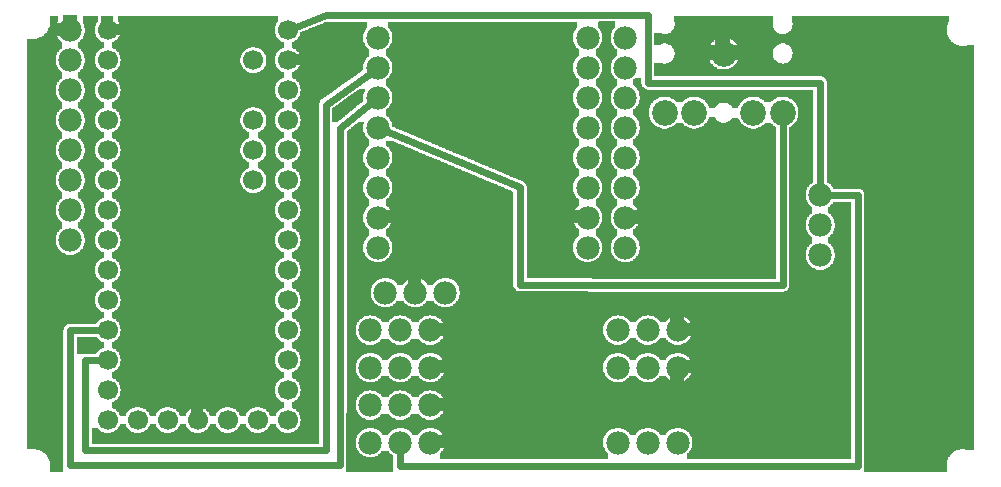
<source format=gbl>
G04 MADE WITH FRITZING*
G04 WWW.FRITZING.ORG*
G04 DOUBLE SIDED*
G04 HOLES PLATED*
G04 CONTOUR ON CENTER OF CONTOUR VECTOR*
%ASAXBY*%
%FSLAX23Y23*%
%MOIN*%
%OFA0B0*%
%SFA1.0B1.0*%
%ADD10C,0.075000*%
%ADD11C,0.066889*%
%ADD12C,0.077701*%
%ADD13C,0.086000*%
%ADD14C,0.078000*%
%ADD15C,0.024000*%
%ADD16R,0.001000X0.001000*%
%LNCOPPER0*%
G90*
G70*
G54D10*
X110Y684D03*
X398Y1186D03*
X2767Y1300D03*
X1315Y1461D03*
X1008Y1460D03*
G54D11*
X908Y214D03*
X908Y314D03*
X908Y414D03*
X908Y514D03*
X908Y614D03*
X908Y714D03*
X908Y814D03*
X908Y914D03*
X908Y1014D03*
X908Y1114D03*
X908Y1214D03*
X908Y1314D03*
X908Y1414D03*
X908Y1514D03*
X793Y1414D03*
X793Y1114D03*
X793Y1214D03*
X308Y214D03*
X308Y314D03*
X308Y414D03*
X308Y514D03*
X308Y614D03*
X308Y714D03*
X308Y814D03*
X308Y914D03*
X308Y1014D03*
X308Y1114D03*
X308Y1214D03*
X308Y1314D03*
X308Y1414D03*
X308Y1514D03*
X793Y1014D03*
X508Y214D03*
X408Y214D03*
X608Y214D03*
X808Y214D03*
X708Y214D03*
G54D12*
X1208Y1489D03*
X1208Y1389D03*
X1208Y1289D03*
X1208Y1189D03*
X1208Y1089D03*
X1208Y989D03*
X1208Y889D03*
X1208Y789D03*
X1907Y1489D03*
X1907Y1389D03*
X1907Y1289D03*
X1907Y1189D03*
X1907Y1089D03*
X1907Y989D03*
X1907Y889D03*
X1907Y789D03*
G54D13*
X2361Y1436D03*
X2459Y1239D03*
X2558Y1239D03*
X2262Y1239D03*
X2164Y1239D03*
G54D14*
X2683Y764D03*
X2683Y864D03*
X2683Y964D03*
X2208Y514D03*
X2108Y514D03*
X2008Y514D03*
X2208Y389D03*
X2108Y389D03*
X2008Y389D03*
X1383Y389D03*
X1283Y389D03*
X1183Y389D03*
X1383Y139D03*
X1283Y139D03*
X1183Y139D03*
X1383Y264D03*
X1283Y264D03*
X1183Y264D03*
X1383Y514D03*
X1283Y514D03*
X1183Y514D03*
X2008Y139D03*
X2108Y139D03*
X2208Y139D03*
X2033Y1489D03*
X2033Y1389D03*
X2033Y1289D03*
X2033Y1189D03*
X2033Y1089D03*
X2033Y989D03*
X2033Y889D03*
X2033Y789D03*
X183Y1514D03*
X183Y1414D03*
X183Y1314D03*
X183Y1214D03*
X183Y1114D03*
X183Y1014D03*
X183Y914D03*
X183Y814D03*
X1433Y639D03*
X1333Y639D03*
X1233Y639D03*
G54D15*
X183Y513D02*
X277Y514D01*
D02*
X183Y64D02*
X183Y513D01*
D02*
X1081Y63D02*
X183Y64D01*
D02*
X1083Y1187D02*
X1081Y63D01*
D02*
X1185Y1270D02*
X1083Y1187D01*
D02*
X1184Y1372D02*
X1034Y1265D01*
D02*
X1034Y1265D02*
X1034Y114D01*
D02*
X1034Y114D02*
X232Y114D01*
D02*
X232Y114D02*
X232Y414D01*
D02*
X232Y414D02*
X277Y414D01*
D02*
X2558Y664D02*
X1682Y665D01*
D02*
X1682Y665D02*
X1682Y990D01*
D02*
X2558Y1202D02*
X2558Y664D01*
D02*
X1682Y990D02*
X1235Y1178D01*
D02*
X2683Y1337D02*
X2683Y994D01*
D02*
X2109Y1338D02*
X2683Y1337D01*
D02*
X2109Y1565D02*
X2109Y1338D01*
D02*
X1034Y1564D02*
X2109Y1565D01*
D02*
X936Y1525D02*
X1034Y1564D01*
D02*
X1283Y62D02*
X2808Y62D01*
D02*
X2808Y62D02*
X2808Y963D01*
D02*
X1283Y109D02*
X1283Y62D01*
D02*
X2808Y963D02*
X2713Y964D01*
G36*
X114Y1560D02*
X114Y1526D01*
X112Y1526D01*
X112Y1520D01*
X110Y1520D01*
X110Y1516D01*
X108Y1516D01*
X108Y1512D01*
X106Y1512D01*
X106Y1508D01*
X104Y1508D01*
X104Y1506D01*
X102Y1506D01*
X102Y1504D01*
X100Y1504D01*
X100Y1502D01*
X98Y1502D01*
X98Y1500D01*
X96Y1500D01*
X96Y1498D01*
X94Y1498D01*
X94Y1496D01*
X90Y1496D01*
X90Y1494D01*
X88Y1494D01*
X88Y1492D01*
X84Y1492D01*
X84Y1490D01*
X78Y1490D01*
X78Y1488D01*
X72Y1488D01*
X72Y1486D01*
X40Y1486D01*
X40Y766D01*
X170Y766D01*
X170Y768D01*
X164Y768D01*
X164Y770D01*
X160Y770D01*
X160Y772D01*
X156Y772D01*
X156Y774D01*
X154Y774D01*
X154Y776D01*
X152Y776D01*
X152Y778D01*
X148Y778D01*
X148Y780D01*
X146Y780D01*
X146Y784D01*
X144Y784D01*
X144Y786D01*
X142Y786D01*
X142Y790D01*
X140Y790D01*
X140Y792D01*
X138Y792D01*
X138Y798D01*
X136Y798D01*
X136Y804D01*
X134Y804D01*
X134Y824D01*
X136Y824D01*
X136Y832D01*
X138Y832D01*
X138Y836D01*
X140Y836D01*
X140Y840D01*
X142Y840D01*
X142Y842D01*
X144Y842D01*
X144Y846D01*
X146Y846D01*
X146Y848D01*
X148Y848D01*
X148Y850D01*
X150Y850D01*
X150Y852D01*
X154Y852D01*
X154Y854D01*
X156Y854D01*
X156Y874D01*
X154Y874D01*
X154Y876D01*
X152Y876D01*
X152Y878D01*
X148Y878D01*
X148Y880D01*
X146Y880D01*
X146Y884D01*
X144Y884D01*
X144Y886D01*
X142Y886D01*
X142Y890D01*
X140Y890D01*
X140Y892D01*
X138Y892D01*
X138Y898D01*
X136Y898D01*
X136Y904D01*
X134Y904D01*
X134Y924D01*
X136Y924D01*
X136Y932D01*
X138Y932D01*
X138Y936D01*
X140Y936D01*
X140Y940D01*
X142Y940D01*
X142Y942D01*
X144Y942D01*
X144Y946D01*
X146Y946D01*
X146Y948D01*
X148Y948D01*
X148Y950D01*
X150Y950D01*
X150Y952D01*
X154Y952D01*
X154Y954D01*
X156Y954D01*
X156Y974D01*
X154Y974D01*
X154Y976D01*
X152Y976D01*
X152Y978D01*
X148Y978D01*
X148Y980D01*
X146Y980D01*
X146Y984D01*
X144Y984D01*
X144Y986D01*
X142Y986D01*
X142Y990D01*
X140Y990D01*
X140Y992D01*
X138Y992D01*
X138Y998D01*
X136Y998D01*
X136Y1004D01*
X134Y1004D01*
X134Y1024D01*
X136Y1024D01*
X136Y1032D01*
X138Y1032D01*
X138Y1036D01*
X140Y1036D01*
X140Y1040D01*
X142Y1040D01*
X142Y1042D01*
X144Y1042D01*
X144Y1046D01*
X146Y1046D01*
X146Y1048D01*
X148Y1048D01*
X148Y1050D01*
X150Y1050D01*
X150Y1052D01*
X154Y1052D01*
X154Y1054D01*
X156Y1054D01*
X156Y1074D01*
X154Y1074D01*
X154Y1076D01*
X152Y1076D01*
X152Y1078D01*
X148Y1078D01*
X148Y1080D01*
X146Y1080D01*
X146Y1084D01*
X144Y1084D01*
X144Y1086D01*
X142Y1086D01*
X142Y1090D01*
X140Y1090D01*
X140Y1092D01*
X138Y1092D01*
X138Y1098D01*
X136Y1098D01*
X136Y1104D01*
X134Y1104D01*
X134Y1124D01*
X136Y1124D01*
X136Y1132D01*
X138Y1132D01*
X138Y1136D01*
X140Y1136D01*
X140Y1140D01*
X142Y1140D01*
X142Y1142D01*
X144Y1142D01*
X144Y1146D01*
X146Y1146D01*
X146Y1148D01*
X148Y1148D01*
X148Y1150D01*
X150Y1150D01*
X150Y1152D01*
X154Y1152D01*
X154Y1154D01*
X156Y1154D01*
X156Y1174D01*
X154Y1174D01*
X154Y1176D01*
X152Y1176D01*
X152Y1178D01*
X148Y1178D01*
X148Y1180D01*
X146Y1180D01*
X146Y1184D01*
X144Y1184D01*
X144Y1186D01*
X142Y1186D01*
X142Y1190D01*
X140Y1190D01*
X140Y1192D01*
X138Y1192D01*
X138Y1198D01*
X136Y1198D01*
X136Y1204D01*
X134Y1204D01*
X134Y1224D01*
X136Y1224D01*
X136Y1232D01*
X138Y1232D01*
X138Y1236D01*
X140Y1236D01*
X140Y1240D01*
X142Y1240D01*
X142Y1242D01*
X144Y1242D01*
X144Y1246D01*
X146Y1246D01*
X146Y1248D01*
X148Y1248D01*
X148Y1250D01*
X150Y1250D01*
X150Y1252D01*
X154Y1252D01*
X154Y1254D01*
X156Y1254D01*
X156Y1274D01*
X154Y1274D01*
X154Y1276D01*
X152Y1276D01*
X152Y1278D01*
X148Y1278D01*
X148Y1280D01*
X146Y1280D01*
X146Y1284D01*
X144Y1284D01*
X144Y1286D01*
X142Y1286D01*
X142Y1290D01*
X140Y1290D01*
X140Y1292D01*
X138Y1292D01*
X138Y1298D01*
X136Y1298D01*
X136Y1304D01*
X134Y1304D01*
X134Y1324D01*
X136Y1324D01*
X136Y1332D01*
X138Y1332D01*
X138Y1336D01*
X140Y1336D01*
X140Y1340D01*
X142Y1340D01*
X142Y1342D01*
X144Y1342D01*
X144Y1346D01*
X146Y1346D01*
X146Y1348D01*
X148Y1348D01*
X148Y1350D01*
X150Y1350D01*
X150Y1352D01*
X154Y1352D01*
X154Y1354D01*
X156Y1354D01*
X156Y1374D01*
X154Y1374D01*
X154Y1376D01*
X152Y1376D01*
X152Y1378D01*
X148Y1378D01*
X148Y1380D01*
X146Y1380D01*
X146Y1384D01*
X144Y1384D01*
X144Y1386D01*
X142Y1386D01*
X142Y1390D01*
X140Y1390D01*
X140Y1392D01*
X138Y1392D01*
X138Y1398D01*
X136Y1398D01*
X136Y1404D01*
X134Y1404D01*
X134Y1424D01*
X136Y1424D01*
X136Y1432D01*
X138Y1432D01*
X138Y1436D01*
X140Y1436D01*
X140Y1440D01*
X142Y1440D01*
X142Y1442D01*
X144Y1442D01*
X144Y1446D01*
X146Y1446D01*
X146Y1448D01*
X148Y1448D01*
X148Y1450D01*
X150Y1450D01*
X150Y1452D01*
X154Y1452D01*
X154Y1454D01*
X156Y1454D01*
X156Y1474D01*
X154Y1474D01*
X154Y1476D01*
X152Y1476D01*
X152Y1478D01*
X148Y1478D01*
X148Y1480D01*
X146Y1480D01*
X146Y1484D01*
X144Y1484D01*
X144Y1486D01*
X142Y1486D01*
X142Y1490D01*
X140Y1490D01*
X140Y1492D01*
X138Y1492D01*
X138Y1498D01*
X136Y1498D01*
X136Y1504D01*
X134Y1504D01*
X134Y1524D01*
X136Y1524D01*
X136Y1532D01*
X138Y1532D01*
X138Y1536D01*
X140Y1536D01*
X140Y1540D01*
X142Y1540D01*
X142Y1560D01*
X114Y1560D01*
G37*
D02*
G36*
X224Y1560D02*
X224Y1538D01*
X226Y1538D01*
X226Y1534D01*
X228Y1534D01*
X228Y1530D01*
X230Y1530D01*
X230Y1522D01*
X232Y1522D01*
X232Y1506D01*
X230Y1506D01*
X230Y1498D01*
X228Y1498D01*
X228Y1494D01*
X226Y1494D01*
X226Y1490D01*
X224Y1490D01*
X224Y1486D01*
X222Y1486D01*
X222Y1484D01*
X220Y1484D01*
X220Y1482D01*
X218Y1482D01*
X218Y1480D01*
X216Y1480D01*
X216Y1478D01*
X214Y1478D01*
X214Y1476D01*
X212Y1476D01*
X212Y1474D01*
X210Y1474D01*
X210Y1454D01*
X212Y1454D01*
X212Y1452D01*
X214Y1452D01*
X214Y1450D01*
X218Y1450D01*
X218Y1446D01*
X220Y1446D01*
X220Y1444D01*
X222Y1444D01*
X222Y1442D01*
X224Y1442D01*
X224Y1438D01*
X226Y1438D01*
X226Y1434D01*
X228Y1434D01*
X228Y1430D01*
X230Y1430D01*
X230Y1422D01*
X232Y1422D01*
X232Y1406D01*
X230Y1406D01*
X230Y1398D01*
X228Y1398D01*
X228Y1394D01*
X226Y1394D01*
X226Y1390D01*
X224Y1390D01*
X224Y1386D01*
X222Y1386D01*
X222Y1384D01*
X220Y1384D01*
X220Y1382D01*
X218Y1382D01*
X218Y1380D01*
X216Y1380D01*
X216Y1378D01*
X214Y1378D01*
X214Y1376D01*
X212Y1376D01*
X212Y1374D01*
X210Y1374D01*
X210Y1354D01*
X212Y1354D01*
X212Y1352D01*
X214Y1352D01*
X214Y1350D01*
X218Y1350D01*
X218Y1346D01*
X220Y1346D01*
X220Y1344D01*
X222Y1344D01*
X222Y1342D01*
X224Y1342D01*
X224Y1338D01*
X226Y1338D01*
X226Y1334D01*
X228Y1334D01*
X228Y1330D01*
X230Y1330D01*
X230Y1322D01*
X232Y1322D01*
X232Y1306D01*
X230Y1306D01*
X230Y1298D01*
X228Y1298D01*
X228Y1294D01*
X226Y1294D01*
X226Y1290D01*
X224Y1290D01*
X224Y1286D01*
X222Y1286D01*
X222Y1284D01*
X220Y1284D01*
X220Y1282D01*
X218Y1282D01*
X218Y1280D01*
X216Y1280D01*
X216Y1278D01*
X214Y1278D01*
X214Y1276D01*
X212Y1276D01*
X212Y1274D01*
X210Y1274D01*
X210Y1254D01*
X212Y1254D01*
X212Y1252D01*
X214Y1252D01*
X214Y1250D01*
X218Y1250D01*
X218Y1246D01*
X220Y1246D01*
X220Y1244D01*
X222Y1244D01*
X222Y1242D01*
X224Y1242D01*
X224Y1238D01*
X226Y1238D01*
X226Y1234D01*
X228Y1234D01*
X228Y1230D01*
X230Y1230D01*
X230Y1222D01*
X232Y1222D01*
X232Y1206D01*
X230Y1206D01*
X230Y1198D01*
X228Y1198D01*
X228Y1194D01*
X226Y1194D01*
X226Y1190D01*
X224Y1190D01*
X224Y1186D01*
X222Y1186D01*
X222Y1184D01*
X220Y1184D01*
X220Y1182D01*
X218Y1182D01*
X218Y1180D01*
X216Y1180D01*
X216Y1178D01*
X214Y1178D01*
X214Y1176D01*
X212Y1176D01*
X212Y1174D01*
X210Y1174D01*
X210Y1154D01*
X212Y1154D01*
X212Y1152D01*
X214Y1152D01*
X214Y1150D01*
X218Y1150D01*
X218Y1146D01*
X220Y1146D01*
X220Y1144D01*
X222Y1144D01*
X222Y1142D01*
X224Y1142D01*
X224Y1138D01*
X226Y1138D01*
X226Y1134D01*
X228Y1134D01*
X228Y1130D01*
X230Y1130D01*
X230Y1122D01*
X232Y1122D01*
X232Y1106D01*
X230Y1106D01*
X230Y1098D01*
X228Y1098D01*
X228Y1094D01*
X226Y1094D01*
X226Y1090D01*
X224Y1090D01*
X224Y1086D01*
X222Y1086D01*
X222Y1084D01*
X220Y1084D01*
X220Y1082D01*
X218Y1082D01*
X218Y1080D01*
X216Y1080D01*
X216Y1078D01*
X214Y1078D01*
X214Y1076D01*
X212Y1076D01*
X212Y1074D01*
X210Y1074D01*
X210Y1054D01*
X212Y1054D01*
X212Y1052D01*
X214Y1052D01*
X214Y1050D01*
X218Y1050D01*
X218Y1046D01*
X220Y1046D01*
X220Y1044D01*
X222Y1044D01*
X222Y1042D01*
X224Y1042D01*
X224Y1038D01*
X226Y1038D01*
X226Y1034D01*
X228Y1034D01*
X228Y1030D01*
X230Y1030D01*
X230Y1022D01*
X232Y1022D01*
X232Y1006D01*
X230Y1006D01*
X230Y998D01*
X228Y998D01*
X228Y994D01*
X226Y994D01*
X226Y990D01*
X224Y990D01*
X224Y986D01*
X222Y986D01*
X222Y984D01*
X220Y984D01*
X220Y982D01*
X218Y982D01*
X218Y980D01*
X216Y980D01*
X216Y978D01*
X214Y978D01*
X214Y976D01*
X212Y976D01*
X212Y974D01*
X210Y974D01*
X210Y954D01*
X212Y954D01*
X212Y952D01*
X214Y952D01*
X214Y950D01*
X218Y950D01*
X218Y946D01*
X220Y946D01*
X220Y944D01*
X222Y944D01*
X222Y942D01*
X224Y942D01*
X224Y938D01*
X226Y938D01*
X226Y934D01*
X228Y934D01*
X228Y930D01*
X230Y930D01*
X230Y922D01*
X232Y922D01*
X232Y906D01*
X230Y906D01*
X230Y898D01*
X228Y898D01*
X228Y894D01*
X226Y894D01*
X226Y890D01*
X224Y890D01*
X224Y886D01*
X222Y886D01*
X222Y884D01*
X220Y884D01*
X220Y882D01*
X218Y882D01*
X218Y880D01*
X216Y880D01*
X216Y878D01*
X214Y878D01*
X214Y876D01*
X212Y876D01*
X212Y874D01*
X210Y874D01*
X210Y854D01*
X212Y854D01*
X212Y852D01*
X214Y852D01*
X214Y850D01*
X218Y850D01*
X218Y846D01*
X220Y846D01*
X220Y844D01*
X222Y844D01*
X222Y842D01*
X224Y842D01*
X224Y838D01*
X226Y838D01*
X226Y834D01*
X228Y834D01*
X228Y830D01*
X230Y830D01*
X230Y822D01*
X232Y822D01*
X232Y806D01*
X230Y806D01*
X230Y798D01*
X228Y798D01*
X228Y794D01*
X226Y794D01*
X226Y790D01*
X224Y790D01*
X224Y786D01*
X222Y786D01*
X222Y784D01*
X220Y784D01*
X220Y782D01*
X218Y782D01*
X218Y780D01*
X216Y780D01*
X216Y778D01*
X214Y778D01*
X214Y776D01*
X212Y776D01*
X212Y774D01*
X208Y774D01*
X208Y772D01*
X206Y772D01*
X206Y770D01*
X202Y770D01*
X202Y768D01*
X194Y768D01*
X194Y766D01*
X294Y766D01*
X294Y774D01*
X290Y774D01*
X290Y776D01*
X286Y776D01*
X286Y778D01*
X282Y778D01*
X282Y780D01*
X280Y780D01*
X280Y782D01*
X278Y782D01*
X278Y784D01*
X276Y784D01*
X276Y786D01*
X274Y786D01*
X274Y788D01*
X272Y788D01*
X272Y792D01*
X270Y792D01*
X270Y794D01*
X268Y794D01*
X268Y800D01*
X266Y800D01*
X266Y808D01*
X264Y808D01*
X264Y822D01*
X266Y822D01*
X266Y828D01*
X268Y828D01*
X268Y834D01*
X270Y834D01*
X270Y838D01*
X272Y838D01*
X272Y840D01*
X274Y840D01*
X274Y842D01*
X276Y842D01*
X276Y844D01*
X278Y844D01*
X278Y846D01*
X280Y846D01*
X280Y848D01*
X282Y848D01*
X282Y850D01*
X284Y850D01*
X284Y852D01*
X288Y852D01*
X288Y854D01*
X294Y854D01*
X294Y874D01*
X290Y874D01*
X290Y876D01*
X286Y876D01*
X286Y878D01*
X282Y878D01*
X282Y880D01*
X280Y880D01*
X280Y882D01*
X278Y882D01*
X278Y884D01*
X276Y884D01*
X276Y886D01*
X274Y886D01*
X274Y888D01*
X272Y888D01*
X272Y892D01*
X270Y892D01*
X270Y894D01*
X268Y894D01*
X268Y900D01*
X266Y900D01*
X266Y908D01*
X264Y908D01*
X264Y922D01*
X266Y922D01*
X266Y928D01*
X268Y928D01*
X268Y934D01*
X270Y934D01*
X270Y938D01*
X272Y938D01*
X272Y940D01*
X274Y940D01*
X274Y942D01*
X276Y942D01*
X276Y944D01*
X278Y944D01*
X278Y946D01*
X280Y946D01*
X280Y948D01*
X282Y948D01*
X282Y950D01*
X284Y950D01*
X284Y952D01*
X288Y952D01*
X288Y954D01*
X294Y954D01*
X294Y974D01*
X290Y974D01*
X290Y976D01*
X286Y976D01*
X286Y978D01*
X282Y978D01*
X282Y980D01*
X280Y980D01*
X280Y982D01*
X278Y982D01*
X278Y984D01*
X276Y984D01*
X276Y986D01*
X274Y986D01*
X274Y988D01*
X272Y988D01*
X272Y992D01*
X270Y992D01*
X270Y994D01*
X268Y994D01*
X268Y1000D01*
X266Y1000D01*
X266Y1008D01*
X264Y1008D01*
X264Y1022D01*
X266Y1022D01*
X266Y1028D01*
X268Y1028D01*
X268Y1034D01*
X270Y1034D01*
X270Y1038D01*
X272Y1038D01*
X272Y1040D01*
X274Y1040D01*
X274Y1042D01*
X276Y1042D01*
X276Y1044D01*
X278Y1044D01*
X278Y1046D01*
X280Y1046D01*
X280Y1048D01*
X282Y1048D01*
X282Y1050D01*
X284Y1050D01*
X284Y1052D01*
X288Y1052D01*
X288Y1054D01*
X294Y1054D01*
X294Y1074D01*
X290Y1074D01*
X290Y1076D01*
X286Y1076D01*
X286Y1078D01*
X282Y1078D01*
X282Y1080D01*
X280Y1080D01*
X280Y1082D01*
X278Y1082D01*
X278Y1084D01*
X276Y1084D01*
X276Y1086D01*
X274Y1086D01*
X274Y1088D01*
X272Y1088D01*
X272Y1092D01*
X270Y1092D01*
X270Y1094D01*
X268Y1094D01*
X268Y1100D01*
X266Y1100D01*
X266Y1108D01*
X264Y1108D01*
X264Y1122D01*
X266Y1122D01*
X266Y1128D01*
X268Y1128D01*
X268Y1134D01*
X270Y1134D01*
X270Y1138D01*
X272Y1138D01*
X272Y1140D01*
X274Y1140D01*
X274Y1142D01*
X276Y1142D01*
X276Y1144D01*
X278Y1144D01*
X278Y1146D01*
X280Y1146D01*
X280Y1148D01*
X282Y1148D01*
X282Y1150D01*
X284Y1150D01*
X284Y1152D01*
X288Y1152D01*
X288Y1154D01*
X294Y1154D01*
X294Y1174D01*
X290Y1174D01*
X290Y1176D01*
X286Y1176D01*
X286Y1178D01*
X282Y1178D01*
X282Y1180D01*
X280Y1180D01*
X280Y1182D01*
X278Y1182D01*
X278Y1184D01*
X276Y1184D01*
X276Y1186D01*
X274Y1186D01*
X274Y1188D01*
X272Y1188D01*
X272Y1192D01*
X270Y1192D01*
X270Y1194D01*
X268Y1194D01*
X268Y1200D01*
X266Y1200D01*
X266Y1208D01*
X264Y1208D01*
X264Y1222D01*
X266Y1222D01*
X266Y1228D01*
X268Y1228D01*
X268Y1234D01*
X270Y1234D01*
X270Y1238D01*
X272Y1238D01*
X272Y1240D01*
X274Y1240D01*
X274Y1242D01*
X276Y1242D01*
X276Y1244D01*
X278Y1244D01*
X278Y1246D01*
X280Y1246D01*
X280Y1248D01*
X282Y1248D01*
X282Y1250D01*
X284Y1250D01*
X284Y1252D01*
X288Y1252D01*
X288Y1254D01*
X294Y1254D01*
X294Y1274D01*
X290Y1274D01*
X290Y1276D01*
X286Y1276D01*
X286Y1278D01*
X282Y1278D01*
X282Y1280D01*
X280Y1280D01*
X280Y1282D01*
X278Y1282D01*
X278Y1284D01*
X276Y1284D01*
X276Y1286D01*
X274Y1286D01*
X274Y1288D01*
X272Y1288D01*
X272Y1292D01*
X270Y1292D01*
X270Y1294D01*
X268Y1294D01*
X268Y1300D01*
X266Y1300D01*
X266Y1308D01*
X264Y1308D01*
X264Y1322D01*
X266Y1322D01*
X266Y1328D01*
X268Y1328D01*
X268Y1334D01*
X270Y1334D01*
X270Y1338D01*
X272Y1338D01*
X272Y1340D01*
X274Y1340D01*
X274Y1342D01*
X276Y1342D01*
X276Y1344D01*
X278Y1344D01*
X278Y1346D01*
X280Y1346D01*
X280Y1348D01*
X282Y1348D01*
X282Y1350D01*
X284Y1350D01*
X284Y1352D01*
X288Y1352D01*
X288Y1354D01*
X294Y1354D01*
X294Y1374D01*
X290Y1374D01*
X290Y1376D01*
X286Y1376D01*
X286Y1378D01*
X282Y1378D01*
X282Y1380D01*
X280Y1380D01*
X280Y1382D01*
X278Y1382D01*
X278Y1384D01*
X276Y1384D01*
X276Y1386D01*
X274Y1386D01*
X274Y1388D01*
X272Y1388D01*
X272Y1392D01*
X270Y1392D01*
X270Y1394D01*
X268Y1394D01*
X268Y1400D01*
X266Y1400D01*
X266Y1408D01*
X264Y1408D01*
X264Y1422D01*
X266Y1422D01*
X266Y1428D01*
X268Y1428D01*
X268Y1434D01*
X270Y1434D01*
X270Y1438D01*
X272Y1438D01*
X272Y1440D01*
X274Y1440D01*
X274Y1442D01*
X276Y1442D01*
X276Y1444D01*
X278Y1444D01*
X278Y1446D01*
X280Y1446D01*
X280Y1448D01*
X282Y1448D01*
X282Y1450D01*
X284Y1450D01*
X284Y1452D01*
X288Y1452D01*
X288Y1454D01*
X294Y1454D01*
X294Y1474D01*
X290Y1474D01*
X290Y1476D01*
X286Y1476D01*
X286Y1478D01*
X282Y1478D01*
X282Y1480D01*
X280Y1480D01*
X280Y1482D01*
X278Y1482D01*
X278Y1484D01*
X276Y1484D01*
X276Y1486D01*
X274Y1486D01*
X274Y1488D01*
X272Y1488D01*
X272Y1492D01*
X270Y1492D01*
X270Y1494D01*
X268Y1494D01*
X268Y1500D01*
X266Y1500D01*
X266Y1508D01*
X264Y1508D01*
X264Y1522D01*
X266Y1522D01*
X266Y1528D01*
X268Y1528D01*
X268Y1534D01*
X270Y1534D01*
X270Y1538D01*
X272Y1538D01*
X272Y1540D01*
X274Y1540D01*
X274Y1560D01*
X224Y1560D01*
G37*
D02*
G36*
X40Y766D02*
X40Y764D01*
X294Y764D01*
X294Y766D01*
X40Y766D01*
G37*
D02*
G36*
X40Y766D02*
X40Y764D01*
X294Y764D01*
X294Y766D01*
X40Y766D01*
G37*
D02*
G36*
X40Y764D02*
X40Y118D01*
X68Y118D01*
X68Y116D01*
X78Y116D01*
X78Y114D01*
X82Y114D01*
X82Y112D01*
X86Y112D01*
X86Y110D01*
X90Y110D01*
X90Y108D01*
X92Y108D01*
X92Y106D01*
X96Y106D01*
X96Y104D01*
X98Y104D01*
X98Y102D01*
X100Y102D01*
X100Y100D01*
X102Y100D01*
X102Y98D01*
X104Y98D01*
X104Y94D01*
X106Y94D01*
X106Y92D01*
X108Y92D01*
X108Y88D01*
X110Y88D01*
X110Y84D01*
X112Y84D01*
X112Y78D01*
X114Y78D01*
X114Y42D01*
X160Y42D01*
X160Y516D01*
X162Y516D01*
X162Y524D01*
X164Y524D01*
X164Y526D01*
X166Y526D01*
X166Y528D01*
X168Y528D01*
X168Y530D01*
X170Y530D01*
X170Y532D01*
X172Y532D01*
X172Y534D01*
X178Y534D01*
X178Y536D01*
X270Y536D01*
X270Y538D01*
X272Y538D01*
X272Y540D01*
X274Y540D01*
X274Y542D01*
X276Y542D01*
X276Y544D01*
X278Y544D01*
X278Y546D01*
X280Y546D01*
X280Y548D01*
X282Y548D01*
X282Y550D01*
X284Y550D01*
X284Y552D01*
X288Y552D01*
X288Y554D01*
X294Y554D01*
X294Y574D01*
X290Y574D01*
X290Y576D01*
X286Y576D01*
X286Y578D01*
X282Y578D01*
X282Y580D01*
X280Y580D01*
X280Y582D01*
X278Y582D01*
X278Y584D01*
X276Y584D01*
X276Y586D01*
X274Y586D01*
X274Y588D01*
X272Y588D01*
X272Y592D01*
X270Y592D01*
X270Y594D01*
X268Y594D01*
X268Y600D01*
X266Y600D01*
X266Y608D01*
X264Y608D01*
X264Y622D01*
X266Y622D01*
X266Y628D01*
X268Y628D01*
X268Y634D01*
X270Y634D01*
X270Y638D01*
X272Y638D01*
X272Y640D01*
X274Y640D01*
X274Y642D01*
X276Y642D01*
X276Y644D01*
X278Y644D01*
X278Y646D01*
X280Y646D01*
X280Y648D01*
X282Y648D01*
X282Y650D01*
X284Y650D01*
X284Y652D01*
X288Y652D01*
X288Y654D01*
X294Y654D01*
X294Y674D01*
X290Y674D01*
X290Y676D01*
X286Y676D01*
X286Y678D01*
X282Y678D01*
X282Y680D01*
X280Y680D01*
X280Y682D01*
X278Y682D01*
X278Y684D01*
X276Y684D01*
X276Y686D01*
X274Y686D01*
X274Y688D01*
X272Y688D01*
X272Y692D01*
X270Y692D01*
X270Y696D01*
X268Y696D01*
X268Y700D01*
X266Y700D01*
X266Y708D01*
X264Y708D01*
X264Y722D01*
X266Y722D01*
X266Y728D01*
X268Y728D01*
X268Y734D01*
X270Y734D01*
X270Y738D01*
X272Y738D01*
X272Y740D01*
X274Y740D01*
X274Y742D01*
X276Y742D01*
X276Y744D01*
X278Y744D01*
X278Y746D01*
X280Y746D01*
X280Y748D01*
X282Y748D01*
X282Y750D01*
X284Y750D01*
X284Y752D01*
X288Y752D01*
X288Y754D01*
X294Y754D01*
X294Y764D01*
X40Y764D01*
G37*
D02*
G36*
X342Y1560D02*
X342Y1540D01*
X344Y1540D01*
X344Y1536D01*
X346Y1536D01*
X346Y1532D01*
X348Y1532D01*
X348Y1528D01*
X350Y1528D01*
X350Y1518D01*
X352Y1518D01*
X352Y1510D01*
X350Y1510D01*
X350Y1502D01*
X348Y1502D01*
X348Y1496D01*
X346Y1496D01*
X346Y1492D01*
X344Y1492D01*
X344Y1490D01*
X342Y1490D01*
X342Y1486D01*
X340Y1486D01*
X340Y1484D01*
X338Y1484D01*
X338Y1482D01*
X336Y1482D01*
X336Y1480D01*
X332Y1480D01*
X332Y1478D01*
X330Y1478D01*
X330Y1476D01*
X326Y1476D01*
X326Y1474D01*
X322Y1474D01*
X322Y1458D01*
X800Y1458D01*
X800Y1456D01*
X808Y1456D01*
X808Y1454D01*
X812Y1454D01*
X812Y1452D01*
X816Y1452D01*
X816Y1450D01*
X820Y1450D01*
X820Y1448D01*
X822Y1448D01*
X822Y1446D01*
X824Y1446D01*
X824Y1444D01*
X826Y1444D01*
X826Y1442D01*
X828Y1442D01*
X828Y1440D01*
X830Y1440D01*
X830Y1436D01*
X832Y1436D01*
X832Y1432D01*
X834Y1432D01*
X834Y1426D01*
X836Y1426D01*
X836Y1402D01*
X834Y1402D01*
X834Y1396D01*
X832Y1396D01*
X832Y1392D01*
X830Y1392D01*
X830Y1390D01*
X828Y1390D01*
X828Y1386D01*
X826Y1386D01*
X826Y1384D01*
X824Y1384D01*
X824Y1382D01*
X822Y1382D01*
X822Y1380D01*
X818Y1380D01*
X818Y1378D01*
X816Y1378D01*
X816Y1376D01*
X812Y1376D01*
X812Y1374D01*
X806Y1374D01*
X806Y1372D01*
X796Y1372D01*
X796Y1370D01*
X894Y1370D01*
X894Y1374D01*
X890Y1374D01*
X890Y1376D01*
X886Y1376D01*
X886Y1378D01*
X882Y1378D01*
X882Y1380D01*
X880Y1380D01*
X880Y1382D01*
X878Y1382D01*
X878Y1384D01*
X876Y1384D01*
X876Y1386D01*
X874Y1386D01*
X874Y1388D01*
X872Y1388D01*
X872Y1392D01*
X870Y1392D01*
X870Y1394D01*
X868Y1394D01*
X868Y1400D01*
X866Y1400D01*
X866Y1406D01*
X864Y1406D01*
X864Y1422D01*
X866Y1422D01*
X866Y1428D01*
X868Y1428D01*
X868Y1434D01*
X870Y1434D01*
X870Y1438D01*
X872Y1438D01*
X872Y1440D01*
X874Y1440D01*
X874Y1442D01*
X876Y1442D01*
X876Y1444D01*
X878Y1444D01*
X878Y1446D01*
X880Y1446D01*
X880Y1448D01*
X882Y1448D01*
X882Y1450D01*
X884Y1450D01*
X884Y1452D01*
X888Y1452D01*
X888Y1454D01*
X894Y1454D01*
X894Y1474D01*
X890Y1474D01*
X890Y1476D01*
X886Y1476D01*
X886Y1478D01*
X882Y1478D01*
X882Y1480D01*
X880Y1480D01*
X880Y1482D01*
X878Y1482D01*
X878Y1484D01*
X876Y1484D01*
X876Y1486D01*
X874Y1486D01*
X874Y1488D01*
X872Y1488D01*
X872Y1492D01*
X870Y1492D01*
X870Y1494D01*
X868Y1494D01*
X868Y1500D01*
X866Y1500D01*
X866Y1506D01*
X864Y1506D01*
X864Y1522D01*
X866Y1522D01*
X866Y1528D01*
X868Y1528D01*
X868Y1534D01*
X870Y1534D01*
X870Y1538D01*
X872Y1538D01*
X872Y1540D01*
X874Y1540D01*
X874Y1560D01*
X342Y1560D01*
G37*
D02*
G36*
X322Y1458D02*
X322Y1454D01*
X326Y1454D01*
X326Y1452D01*
X330Y1452D01*
X330Y1450D01*
X334Y1450D01*
X334Y1448D01*
X336Y1448D01*
X336Y1446D01*
X338Y1446D01*
X338Y1444D01*
X340Y1444D01*
X340Y1442D01*
X342Y1442D01*
X342Y1440D01*
X344Y1440D01*
X344Y1436D01*
X346Y1436D01*
X346Y1432D01*
X348Y1432D01*
X348Y1428D01*
X350Y1428D01*
X350Y1418D01*
X352Y1418D01*
X352Y1410D01*
X350Y1410D01*
X350Y1402D01*
X348Y1402D01*
X348Y1396D01*
X346Y1396D01*
X346Y1392D01*
X344Y1392D01*
X344Y1390D01*
X342Y1390D01*
X342Y1386D01*
X340Y1386D01*
X340Y1384D01*
X338Y1384D01*
X338Y1382D01*
X336Y1382D01*
X336Y1380D01*
X332Y1380D01*
X332Y1378D01*
X330Y1378D01*
X330Y1376D01*
X326Y1376D01*
X326Y1374D01*
X322Y1374D01*
X322Y1370D01*
X790Y1370D01*
X790Y1372D01*
X780Y1372D01*
X780Y1374D01*
X776Y1374D01*
X776Y1376D01*
X772Y1376D01*
X772Y1378D01*
X768Y1378D01*
X768Y1380D01*
X766Y1380D01*
X766Y1382D01*
X764Y1382D01*
X764Y1384D01*
X762Y1384D01*
X762Y1386D01*
X760Y1386D01*
X760Y1388D01*
X758Y1388D01*
X758Y1390D01*
X756Y1390D01*
X756Y1394D01*
X754Y1394D01*
X754Y1398D01*
X752Y1398D01*
X752Y1406D01*
X750Y1406D01*
X750Y1422D01*
X752Y1422D01*
X752Y1430D01*
X754Y1430D01*
X754Y1434D01*
X756Y1434D01*
X756Y1438D01*
X758Y1438D01*
X758Y1440D01*
X760Y1440D01*
X760Y1442D01*
X762Y1442D01*
X762Y1446D01*
X766Y1446D01*
X766Y1448D01*
X768Y1448D01*
X768Y1450D01*
X770Y1450D01*
X770Y1452D01*
X774Y1452D01*
X774Y1454D01*
X780Y1454D01*
X780Y1456D01*
X786Y1456D01*
X786Y1458D01*
X322Y1458D01*
G37*
D02*
G36*
X322Y1370D02*
X322Y1368D01*
X894Y1368D01*
X894Y1370D01*
X322Y1370D01*
G37*
D02*
G36*
X322Y1370D02*
X322Y1368D01*
X894Y1368D01*
X894Y1370D01*
X322Y1370D01*
G37*
D02*
G36*
X322Y1368D02*
X322Y1354D01*
X326Y1354D01*
X326Y1352D01*
X330Y1352D01*
X330Y1350D01*
X334Y1350D01*
X334Y1348D01*
X336Y1348D01*
X336Y1346D01*
X338Y1346D01*
X338Y1344D01*
X340Y1344D01*
X340Y1342D01*
X342Y1342D01*
X342Y1340D01*
X344Y1340D01*
X344Y1336D01*
X346Y1336D01*
X346Y1332D01*
X348Y1332D01*
X348Y1328D01*
X350Y1328D01*
X350Y1318D01*
X352Y1318D01*
X352Y1310D01*
X350Y1310D01*
X350Y1302D01*
X348Y1302D01*
X348Y1296D01*
X346Y1296D01*
X346Y1292D01*
X344Y1292D01*
X344Y1290D01*
X342Y1290D01*
X342Y1286D01*
X340Y1286D01*
X340Y1284D01*
X338Y1284D01*
X338Y1282D01*
X336Y1282D01*
X336Y1280D01*
X332Y1280D01*
X332Y1278D01*
X330Y1278D01*
X330Y1276D01*
X326Y1276D01*
X326Y1274D01*
X322Y1274D01*
X322Y1258D01*
X800Y1258D01*
X800Y1256D01*
X808Y1256D01*
X808Y1254D01*
X812Y1254D01*
X812Y1252D01*
X816Y1252D01*
X816Y1250D01*
X820Y1250D01*
X820Y1248D01*
X822Y1248D01*
X822Y1246D01*
X824Y1246D01*
X824Y1244D01*
X826Y1244D01*
X826Y1242D01*
X828Y1242D01*
X828Y1240D01*
X830Y1240D01*
X830Y1236D01*
X832Y1236D01*
X832Y1232D01*
X834Y1232D01*
X834Y1226D01*
X836Y1226D01*
X836Y1202D01*
X834Y1202D01*
X834Y1196D01*
X832Y1196D01*
X832Y1192D01*
X830Y1192D01*
X830Y1190D01*
X828Y1190D01*
X828Y1186D01*
X826Y1186D01*
X826Y1184D01*
X824Y1184D01*
X824Y1182D01*
X822Y1182D01*
X822Y1180D01*
X818Y1180D01*
X818Y1178D01*
X816Y1178D01*
X816Y1176D01*
X812Y1176D01*
X812Y1174D01*
X808Y1174D01*
X808Y1154D01*
X812Y1154D01*
X812Y1152D01*
X816Y1152D01*
X816Y1150D01*
X820Y1150D01*
X820Y1148D01*
X822Y1148D01*
X822Y1146D01*
X824Y1146D01*
X824Y1144D01*
X826Y1144D01*
X826Y1142D01*
X828Y1142D01*
X828Y1138D01*
X830Y1138D01*
X830Y1136D01*
X832Y1136D01*
X832Y1132D01*
X834Y1132D01*
X834Y1126D01*
X836Y1126D01*
X836Y1102D01*
X834Y1102D01*
X834Y1096D01*
X832Y1096D01*
X832Y1092D01*
X830Y1092D01*
X830Y1090D01*
X828Y1090D01*
X828Y1086D01*
X826Y1086D01*
X826Y1084D01*
X824Y1084D01*
X824Y1082D01*
X822Y1082D01*
X822Y1080D01*
X818Y1080D01*
X818Y1078D01*
X816Y1078D01*
X816Y1076D01*
X812Y1076D01*
X812Y1074D01*
X808Y1074D01*
X808Y1054D01*
X812Y1054D01*
X812Y1052D01*
X816Y1052D01*
X816Y1050D01*
X820Y1050D01*
X820Y1048D01*
X822Y1048D01*
X822Y1046D01*
X824Y1046D01*
X824Y1044D01*
X826Y1044D01*
X826Y1042D01*
X828Y1042D01*
X828Y1038D01*
X830Y1038D01*
X830Y1036D01*
X832Y1036D01*
X832Y1032D01*
X834Y1032D01*
X834Y1026D01*
X836Y1026D01*
X836Y1002D01*
X834Y1002D01*
X834Y996D01*
X832Y996D01*
X832Y992D01*
X830Y992D01*
X830Y990D01*
X828Y990D01*
X828Y986D01*
X826Y986D01*
X826Y984D01*
X824Y984D01*
X824Y982D01*
X822Y982D01*
X822Y980D01*
X818Y980D01*
X818Y978D01*
X816Y978D01*
X816Y976D01*
X812Y976D01*
X812Y974D01*
X806Y974D01*
X806Y972D01*
X798Y972D01*
X798Y970D01*
X894Y970D01*
X894Y974D01*
X890Y974D01*
X890Y976D01*
X886Y976D01*
X886Y978D01*
X882Y978D01*
X882Y980D01*
X880Y980D01*
X880Y982D01*
X878Y982D01*
X878Y984D01*
X876Y984D01*
X876Y986D01*
X874Y986D01*
X874Y988D01*
X872Y988D01*
X872Y992D01*
X870Y992D01*
X870Y994D01*
X868Y994D01*
X868Y1000D01*
X866Y1000D01*
X866Y1006D01*
X864Y1006D01*
X864Y1022D01*
X866Y1022D01*
X866Y1028D01*
X868Y1028D01*
X868Y1034D01*
X870Y1034D01*
X870Y1038D01*
X872Y1038D01*
X872Y1040D01*
X874Y1040D01*
X874Y1042D01*
X876Y1042D01*
X876Y1044D01*
X878Y1044D01*
X878Y1046D01*
X880Y1046D01*
X880Y1048D01*
X882Y1048D01*
X882Y1050D01*
X884Y1050D01*
X884Y1052D01*
X888Y1052D01*
X888Y1054D01*
X894Y1054D01*
X894Y1074D01*
X890Y1074D01*
X890Y1076D01*
X886Y1076D01*
X886Y1078D01*
X882Y1078D01*
X882Y1080D01*
X880Y1080D01*
X880Y1082D01*
X878Y1082D01*
X878Y1084D01*
X876Y1084D01*
X876Y1086D01*
X874Y1086D01*
X874Y1088D01*
X872Y1088D01*
X872Y1092D01*
X870Y1092D01*
X870Y1094D01*
X868Y1094D01*
X868Y1100D01*
X866Y1100D01*
X866Y1106D01*
X864Y1106D01*
X864Y1122D01*
X866Y1122D01*
X866Y1128D01*
X868Y1128D01*
X868Y1134D01*
X870Y1134D01*
X870Y1138D01*
X872Y1138D01*
X872Y1140D01*
X874Y1140D01*
X874Y1142D01*
X876Y1142D01*
X876Y1144D01*
X878Y1144D01*
X878Y1146D01*
X880Y1146D01*
X880Y1148D01*
X882Y1148D01*
X882Y1150D01*
X884Y1150D01*
X884Y1152D01*
X888Y1152D01*
X888Y1154D01*
X894Y1154D01*
X894Y1174D01*
X890Y1174D01*
X890Y1176D01*
X886Y1176D01*
X886Y1178D01*
X882Y1178D01*
X882Y1180D01*
X880Y1180D01*
X880Y1182D01*
X878Y1182D01*
X878Y1184D01*
X876Y1184D01*
X876Y1186D01*
X874Y1186D01*
X874Y1188D01*
X872Y1188D01*
X872Y1192D01*
X870Y1192D01*
X870Y1194D01*
X868Y1194D01*
X868Y1200D01*
X866Y1200D01*
X866Y1206D01*
X864Y1206D01*
X864Y1222D01*
X866Y1222D01*
X866Y1228D01*
X868Y1228D01*
X868Y1234D01*
X870Y1234D01*
X870Y1238D01*
X872Y1238D01*
X872Y1240D01*
X874Y1240D01*
X874Y1242D01*
X876Y1242D01*
X876Y1244D01*
X878Y1244D01*
X878Y1246D01*
X880Y1246D01*
X880Y1248D01*
X882Y1248D01*
X882Y1250D01*
X884Y1250D01*
X884Y1252D01*
X888Y1252D01*
X888Y1254D01*
X894Y1254D01*
X894Y1274D01*
X890Y1274D01*
X890Y1276D01*
X886Y1276D01*
X886Y1278D01*
X882Y1278D01*
X882Y1280D01*
X880Y1280D01*
X880Y1282D01*
X878Y1282D01*
X878Y1284D01*
X876Y1284D01*
X876Y1286D01*
X874Y1286D01*
X874Y1288D01*
X872Y1288D01*
X872Y1292D01*
X870Y1292D01*
X870Y1294D01*
X868Y1294D01*
X868Y1300D01*
X866Y1300D01*
X866Y1306D01*
X864Y1306D01*
X864Y1322D01*
X866Y1322D01*
X866Y1328D01*
X868Y1328D01*
X868Y1334D01*
X870Y1334D01*
X870Y1338D01*
X872Y1338D01*
X872Y1340D01*
X874Y1340D01*
X874Y1342D01*
X876Y1342D01*
X876Y1344D01*
X878Y1344D01*
X878Y1346D01*
X880Y1346D01*
X880Y1348D01*
X882Y1348D01*
X882Y1350D01*
X884Y1350D01*
X884Y1352D01*
X888Y1352D01*
X888Y1354D01*
X894Y1354D01*
X894Y1368D01*
X322Y1368D01*
G37*
D02*
G36*
X322Y1258D02*
X322Y1254D01*
X326Y1254D01*
X326Y1252D01*
X330Y1252D01*
X330Y1250D01*
X334Y1250D01*
X334Y1248D01*
X336Y1248D01*
X336Y1246D01*
X338Y1246D01*
X338Y1244D01*
X340Y1244D01*
X340Y1242D01*
X342Y1242D01*
X342Y1240D01*
X344Y1240D01*
X344Y1236D01*
X346Y1236D01*
X346Y1232D01*
X348Y1232D01*
X348Y1228D01*
X350Y1228D01*
X350Y1218D01*
X352Y1218D01*
X352Y1210D01*
X350Y1210D01*
X350Y1202D01*
X348Y1202D01*
X348Y1196D01*
X346Y1196D01*
X346Y1192D01*
X344Y1192D01*
X344Y1190D01*
X342Y1190D01*
X342Y1186D01*
X340Y1186D01*
X340Y1184D01*
X338Y1184D01*
X338Y1182D01*
X336Y1182D01*
X336Y1180D01*
X332Y1180D01*
X332Y1178D01*
X330Y1178D01*
X330Y1176D01*
X326Y1176D01*
X326Y1174D01*
X322Y1174D01*
X322Y1154D01*
X326Y1154D01*
X326Y1152D01*
X330Y1152D01*
X330Y1150D01*
X334Y1150D01*
X334Y1148D01*
X336Y1148D01*
X336Y1146D01*
X338Y1146D01*
X338Y1144D01*
X340Y1144D01*
X340Y1142D01*
X342Y1142D01*
X342Y1140D01*
X344Y1140D01*
X344Y1136D01*
X346Y1136D01*
X346Y1132D01*
X348Y1132D01*
X348Y1128D01*
X350Y1128D01*
X350Y1118D01*
X352Y1118D01*
X352Y1110D01*
X350Y1110D01*
X350Y1102D01*
X348Y1102D01*
X348Y1096D01*
X346Y1096D01*
X346Y1092D01*
X344Y1092D01*
X344Y1090D01*
X342Y1090D01*
X342Y1086D01*
X340Y1086D01*
X340Y1084D01*
X338Y1084D01*
X338Y1082D01*
X336Y1082D01*
X336Y1080D01*
X332Y1080D01*
X332Y1078D01*
X330Y1078D01*
X330Y1076D01*
X326Y1076D01*
X326Y1074D01*
X322Y1074D01*
X322Y1054D01*
X326Y1054D01*
X326Y1052D01*
X330Y1052D01*
X330Y1050D01*
X334Y1050D01*
X334Y1048D01*
X336Y1048D01*
X336Y1046D01*
X338Y1046D01*
X338Y1044D01*
X340Y1044D01*
X340Y1042D01*
X342Y1042D01*
X342Y1040D01*
X344Y1040D01*
X344Y1036D01*
X346Y1036D01*
X346Y1032D01*
X348Y1032D01*
X348Y1028D01*
X350Y1028D01*
X350Y1018D01*
X352Y1018D01*
X352Y1010D01*
X350Y1010D01*
X350Y1002D01*
X348Y1002D01*
X348Y996D01*
X346Y996D01*
X346Y992D01*
X344Y992D01*
X344Y990D01*
X342Y990D01*
X342Y986D01*
X340Y986D01*
X340Y984D01*
X338Y984D01*
X338Y982D01*
X336Y982D01*
X336Y980D01*
X332Y980D01*
X332Y978D01*
X330Y978D01*
X330Y976D01*
X326Y976D01*
X326Y974D01*
X322Y974D01*
X322Y970D01*
X790Y970D01*
X790Y972D01*
X780Y972D01*
X780Y974D01*
X774Y974D01*
X774Y976D01*
X772Y976D01*
X772Y978D01*
X768Y978D01*
X768Y980D01*
X766Y980D01*
X766Y982D01*
X764Y982D01*
X764Y984D01*
X762Y984D01*
X762Y986D01*
X760Y986D01*
X760Y988D01*
X758Y988D01*
X758Y990D01*
X756Y990D01*
X756Y994D01*
X754Y994D01*
X754Y998D01*
X752Y998D01*
X752Y1006D01*
X750Y1006D01*
X750Y1022D01*
X752Y1022D01*
X752Y1030D01*
X754Y1030D01*
X754Y1034D01*
X756Y1034D01*
X756Y1038D01*
X758Y1038D01*
X758Y1040D01*
X760Y1040D01*
X760Y1042D01*
X762Y1042D01*
X762Y1046D01*
X766Y1046D01*
X766Y1048D01*
X768Y1048D01*
X768Y1050D01*
X770Y1050D01*
X770Y1052D01*
X774Y1052D01*
X774Y1054D01*
X780Y1054D01*
X780Y1074D01*
X774Y1074D01*
X774Y1076D01*
X772Y1076D01*
X772Y1078D01*
X768Y1078D01*
X768Y1080D01*
X766Y1080D01*
X766Y1082D01*
X764Y1082D01*
X764Y1084D01*
X762Y1084D01*
X762Y1086D01*
X760Y1086D01*
X760Y1088D01*
X758Y1088D01*
X758Y1090D01*
X756Y1090D01*
X756Y1094D01*
X754Y1094D01*
X754Y1098D01*
X752Y1098D01*
X752Y1106D01*
X750Y1106D01*
X750Y1122D01*
X752Y1122D01*
X752Y1130D01*
X754Y1130D01*
X754Y1134D01*
X756Y1134D01*
X756Y1138D01*
X758Y1138D01*
X758Y1140D01*
X760Y1140D01*
X760Y1142D01*
X762Y1142D01*
X762Y1146D01*
X766Y1146D01*
X766Y1148D01*
X768Y1148D01*
X768Y1150D01*
X770Y1150D01*
X770Y1152D01*
X774Y1152D01*
X774Y1154D01*
X780Y1154D01*
X780Y1174D01*
X776Y1174D01*
X776Y1176D01*
X772Y1176D01*
X772Y1178D01*
X768Y1178D01*
X768Y1180D01*
X766Y1180D01*
X766Y1182D01*
X764Y1182D01*
X764Y1184D01*
X762Y1184D01*
X762Y1186D01*
X760Y1186D01*
X760Y1188D01*
X758Y1188D01*
X758Y1190D01*
X756Y1190D01*
X756Y1194D01*
X754Y1194D01*
X754Y1198D01*
X752Y1198D01*
X752Y1206D01*
X750Y1206D01*
X750Y1222D01*
X752Y1222D01*
X752Y1230D01*
X754Y1230D01*
X754Y1234D01*
X756Y1234D01*
X756Y1238D01*
X758Y1238D01*
X758Y1240D01*
X760Y1240D01*
X760Y1242D01*
X762Y1242D01*
X762Y1246D01*
X766Y1246D01*
X766Y1248D01*
X768Y1248D01*
X768Y1250D01*
X770Y1250D01*
X770Y1252D01*
X774Y1252D01*
X774Y1254D01*
X780Y1254D01*
X780Y1256D01*
X786Y1256D01*
X786Y1258D01*
X322Y1258D01*
G37*
D02*
G36*
X322Y970D02*
X322Y968D01*
X894Y968D01*
X894Y970D01*
X322Y970D01*
G37*
D02*
G36*
X322Y970D02*
X322Y968D01*
X894Y968D01*
X894Y970D01*
X322Y970D01*
G37*
D02*
G36*
X322Y968D02*
X322Y954D01*
X326Y954D01*
X326Y952D01*
X330Y952D01*
X330Y950D01*
X334Y950D01*
X334Y948D01*
X336Y948D01*
X336Y946D01*
X338Y946D01*
X338Y944D01*
X340Y944D01*
X340Y942D01*
X342Y942D01*
X342Y940D01*
X344Y940D01*
X344Y936D01*
X346Y936D01*
X346Y932D01*
X348Y932D01*
X348Y928D01*
X350Y928D01*
X350Y918D01*
X352Y918D01*
X352Y910D01*
X350Y910D01*
X350Y902D01*
X348Y902D01*
X348Y896D01*
X346Y896D01*
X346Y892D01*
X344Y892D01*
X344Y890D01*
X342Y890D01*
X342Y886D01*
X340Y886D01*
X340Y884D01*
X338Y884D01*
X338Y882D01*
X336Y882D01*
X336Y880D01*
X332Y880D01*
X332Y878D01*
X330Y878D01*
X330Y876D01*
X326Y876D01*
X326Y874D01*
X322Y874D01*
X322Y854D01*
X326Y854D01*
X326Y852D01*
X330Y852D01*
X330Y850D01*
X334Y850D01*
X334Y848D01*
X336Y848D01*
X336Y846D01*
X338Y846D01*
X338Y844D01*
X340Y844D01*
X340Y842D01*
X342Y842D01*
X342Y840D01*
X344Y840D01*
X344Y836D01*
X346Y836D01*
X346Y832D01*
X348Y832D01*
X348Y828D01*
X350Y828D01*
X350Y818D01*
X352Y818D01*
X352Y810D01*
X350Y810D01*
X350Y802D01*
X348Y802D01*
X348Y796D01*
X346Y796D01*
X346Y792D01*
X344Y792D01*
X344Y790D01*
X342Y790D01*
X342Y786D01*
X340Y786D01*
X340Y784D01*
X338Y784D01*
X338Y782D01*
X336Y782D01*
X336Y780D01*
X332Y780D01*
X332Y778D01*
X330Y778D01*
X330Y776D01*
X326Y776D01*
X326Y774D01*
X322Y774D01*
X322Y754D01*
X326Y754D01*
X326Y752D01*
X330Y752D01*
X330Y750D01*
X334Y750D01*
X334Y748D01*
X336Y748D01*
X336Y746D01*
X338Y746D01*
X338Y744D01*
X340Y744D01*
X340Y742D01*
X342Y742D01*
X342Y740D01*
X344Y740D01*
X344Y736D01*
X346Y736D01*
X346Y732D01*
X348Y732D01*
X348Y728D01*
X350Y728D01*
X350Y718D01*
X352Y718D01*
X352Y710D01*
X350Y710D01*
X350Y702D01*
X348Y702D01*
X348Y696D01*
X346Y696D01*
X346Y692D01*
X344Y692D01*
X344Y690D01*
X342Y690D01*
X342Y686D01*
X340Y686D01*
X340Y684D01*
X338Y684D01*
X338Y682D01*
X336Y682D01*
X336Y680D01*
X332Y680D01*
X332Y678D01*
X330Y678D01*
X330Y676D01*
X326Y676D01*
X326Y674D01*
X322Y674D01*
X322Y654D01*
X326Y654D01*
X326Y652D01*
X330Y652D01*
X330Y650D01*
X334Y650D01*
X334Y648D01*
X336Y648D01*
X336Y646D01*
X338Y646D01*
X338Y644D01*
X340Y644D01*
X340Y642D01*
X342Y642D01*
X342Y640D01*
X344Y640D01*
X344Y636D01*
X346Y636D01*
X346Y632D01*
X348Y632D01*
X348Y628D01*
X350Y628D01*
X350Y618D01*
X352Y618D01*
X352Y610D01*
X350Y610D01*
X350Y602D01*
X348Y602D01*
X348Y596D01*
X346Y596D01*
X346Y592D01*
X344Y592D01*
X344Y590D01*
X342Y590D01*
X342Y586D01*
X340Y586D01*
X340Y584D01*
X338Y584D01*
X338Y582D01*
X336Y582D01*
X336Y580D01*
X332Y580D01*
X332Y578D01*
X330Y578D01*
X330Y576D01*
X326Y576D01*
X326Y574D01*
X322Y574D01*
X322Y554D01*
X326Y554D01*
X326Y552D01*
X330Y552D01*
X330Y550D01*
X334Y550D01*
X334Y548D01*
X336Y548D01*
X336Y546D01*
X338Y546D01*
X338Y544D01*
X340Y544D01*
X340Y542D01*
X342Y542D01*
X342Y540D01*
X344Y540D01*
X344Y536D01*
X346Y536D01*
X346Y532D01*
X348Y532D01*
X348Y528D01*
X350Y528D01*
X350Y518D01*
X352Y518D01*
X352Y510D01*
X350Y510D01*
X350Y502D01*
X348Y502D01*
X348Y496D01*
X346Y496D01*
X346Y492D01*
X344Y492D01*
X344Y490D01*
X342Y490D01*
X342Y486D01*
X340Y486D01*
X340Y484D01*
X338Y484D01*
X338Y482D01*
X336Y482D01*
X336Y480D01*
X332Y480D01*
X332Y478D01*
X330Y478D01*
X330Y476D01*
X326Y476D01*
X326Y474D01*
X322Y474D01*
X322Y454D01*
X326Y454D01*
X326Y452D01*
X330Y452D01*
X330Y450D01*
X334Y450D01*
X334Y448D01*
X336Y448D01*
X336Y446D01*
X338Y446D01*
X338Y444D01*
X340Y444D01*
X340Y442D01*
X342Y442D01*
X342Y440D01*
X344Y440D01*
X344Y436D01*
X346Y436D01*
X346Y432D01*
X348Y432D01*
X348Y428D01*
X350Y428D01*
X350Y418D01*
X352Y418D01*
X352Y410D01*
X350Y410D01*
X350Y402D01*
X348Y402D01*
X348Y396D01*
X346Y396D01*
X346Y392D01*
X344Y392D01*
X344Y390D01*
X342Y390D01*
X342Y386D01*
X340Y386D01*
X340Y384D01*
X338Y384D01*
X338Y382D01*
X336Y382D01*
X336Y380D01*
X332Y380D01*
X332Y378D01*
X330Y378D01*
X330Y376D01*
X326Y376D01*
X326Y374D01*
X322Y374D01*
X322Y354D01*
X326Y354D01*
X326Y352D01*
X330Y352D01*
X330Y350D01*
X334Y350D01*
X334Y348D01*
X336Y348D01*
X336Y346D01*
X338Y346D01*
X338Y344D01*
X340Y344D01*
X340Y342D01*
X342Y342D01*
X342Y340D01*
X344Y340D01*
X344Y336D01*
X346Y336D01*
X346Y332D01*
X348Y332D01*
X348Y328D01*
X350Y328D01*
X350Y318D01*
X352Y318D01*
X352Y310D01*
X350Y310D01*
X350Y302D01*
X348Y302D01*
X348Y296D01*
X346Y296D01*
X346Y292D01*
X344Y292D01*
X344Y290D01*
X342Y290D01*
X342Y286D01*
X340Y286D01*
X340Y284D01*
X338Y284D01*
X338Y282D01*
X336Y282D01*
X336Y280D01*
X332Y280D01*
X332Y278D01*
X330Y278D01*
X330Y276D01*
X326Y276D01*
X326Y274D01*
X322Y274D01*
X322Y258D01*
X814Y258D01*
X814Y256D01*
X822Y256D01*
X822Y254D01*
X826Y254D01*
X826Y252D01*
X830Y252D01*
X830Y250D01*
X834Y250D01*
X834Y248D01*
X836Y248D01*
X836Y246D01*
X838Y246D01*
X838Y244D01*
X840Y244D01*
X840Y242D01*
X842Y242D01*
X842Y240D01*
X844Y240D01*
X844Y236D01*
X846Y236D01*
X846Y232D01*
X848Y232D01*
X848Y228D01*
X868Y228D01*
X868Y234D01*
X870Y234D01*
X870Y238D01*
X872Y238D01*
X872Y240D01*
X874Y240D01*
X874Y242D01*
X876Y242D01*
X876Y244D01*
X878Y244D01*
X878Y246D01*
X880Y246D01*
X880Y248D01*
X882Y248D01*
X882Y250D01*
X884Y250D01*
X884Y252D01*
X888Y252D01*
X888Y254D01*
X894Y254D01*
X894Y274D01*
X890Y274D01*
X890Y276D01*
X886Y276D01*
X886Y278D01*
X882Y278D01*
X882Y280D01*
X880Y280D01*
X880Y282D01*
X878Y282D01*
X878Y284D01*
X876Y284D01*
X876Y286D01*
X874Y286D01*
X874Y288D01*
X872Y288D01*
X872Y292D01*
X870Y292D01*
X870Y296D01*
X868Y296D01*
X868Y300D01*
X866Y300D01*
X866Y306D01*
X864Y306D01*
X864Y322D01*
X866Y322D01*
X866Y328D01*
X868Y328D01*
X868Y334D01*
X870Y334D01*
X870Y338D01*
X872Y338D01*
X872Y340D01*
X874Y340D01*
X874Y342D01*
X876Y342D01*
X876Y344D01*
X878Y344D01*
X878Y346D01*
X880Y346D01*
X880Y348D01*
X882Y348D01*
X882Y350D01*
X884Y350D01*
X884Y352D01*
X888Y352D01*
X888Y354D01*
X894Y354D01*
X894Y374D01*
X890Y374D01*
X890Y376D01*
X886Y376D01*
X886Y378D01*
X882Y378D01*
X882Y380D01*
X880Y380D01*
X880Y382D01*
X878Y382D01*
X878Y384D01*
X876Y384D01*
X876Y386D01*
X874Y386D01*
X874Y388D01*
X872Y388D01*
X872Y392D01*
X870Y392D01*
X870Y396D01*
X868Y396D01*
X868Y400D01*
X866Y400D01*
X866Y406D01*
X864Y406D01*
X864Y422D01*
X866Y422D01*
X866Y428D01*
X868Y428D01*
X868Y434D01*
X870Y434D01*
X870Y438D01*
X872Y438D01*
X872Y440D01*
X874Y440D01*
X874Y442D01*
X876Y442D01*
X876Y444D01*
X878Y444D01*
X878Y446D01*
X880Y446D01*
X880Y448D01*
X882Y448D01*
X882Y450D01*
X884Y450D01*
X884Y452D01*
X888Y452D01*
X888Y454D01*
X894Y454D01*
X894Y474D01*
X890Y474D01*
X890Y476D01*
X886Y476D01*
X886Y478D01*
X882Y478D01*
X882Y480D01*
X880Y480D01*
X880Y482D01*
X878Y482D01*
X878Y484D01*
X876Y484D01*
X876Y486D01*
X874Y486D01*
X874Y488D01*
X872Y488D01*
X872Y492D01*
X870Y492D01*
X870Y494D01*
X868Y494D01*
X868Y500D01*
X866Y500D01*
X866Y506D01*
X864Y506D01*
X864Y522D01*
X866Y522D01*
X866Y528D01*
X868Y528D01*
X868Y534D01*
X870Y534D01*
X870Y538D01*
X872Y538D01*
X872Y540D01*
X874Y540D01*
X874Y542D01*
X876Y542D01*
X876Y544D01*
X878Y544D01*
X878Y546D01*
X880Y546D01*
X880Y548D01*
X882Y548D01*
X882Y550D01*
X884Y550D01*
X884Y552D01*
X888Y552D01*
X888Y554D01*
X894Y554D01*
X894Y574D01*
X890Y574D01*
X890Y576D01*
X886Y576D01*
X886Y578D01*
X882Y578D01*
X882Y580D01*
X880Y580D01*
X880Y582D01*
X878Y582D01*
X878Y584D01*
X876Y584D01*
X876Y586D01*
X874Y586D01*
X874Y588D01*
X872Y588D01*
X872Y592D01*
X870Y592D01*
X870Y594D01*
X868Y594D01*
X868Y600D01*
X866Y600D01*
X866Y606D01*
X864Y606D01*
X864Y622D01*
X866Y622D01*
X866Y628D01*
X868Y628D01*
X868Y634D01*
X870Y634D01*
X870Y638D01*
X872Y638D01*
X872Y640D01*
X874Y640D01*
X874Y642D01*
X876Y642D01*
X876Y644D01*
X878Y644D01*
X878Y646D01*
X880Y646D01*
X880Y648D01*
X882Y648D01*
X882Y650D01*
X884Y650D01*
X884Y652D01*
X888Y652D01*
X888Y654D01*
X894Y654D01*
X894Y674D01*
X890Y674D01*
X890Y676D01*
X886Y676D01*
X886Y678D01*
X882Y678D01*
X882Y680D01*
X880Y680D01*
X880Y682D01*
X878Y682D01*
X878Y684D01*
X876Y684D01*
X876Y686D01*
X874Y686D01*
X874Y688D01*
X872Y688D01*
X872Y692D01*
X870Y692D01*
X870Y696D01*
X868Y696D01*
X868Y700D01*
X866Y700D01*
X866Y706D01*
X864Y706D01*
X864Y722D01*
X866Y722D01*
X866Y728D01*
X868Y728D01*
X868Y734D01*
X870Y734D01*
X870Y738D01*
X872Y738D01*
X872Y740D01*
X874Y740D01*
X874Y742D01*
X876Y742D01*
X876Y744D01*
X878Y744D01*
X878Y746D01*
X880Y746D01*
X880Y748D01*
X882Y748D01*
X882Y750D01*
X884Y750D01*
X884Y752D01*
X888Y752D01*
X888Y754D01*
X894Y754D01*
X894Y774D01*
X890Y774D01*
X890Y776D01*
X886Y776D01*
X886Y778D01*
X882Y778D01*
X882Y780D01*
X880Y780D01*
X880Y782D01*
X878Y782D01*
X878Y784D01*
X876Y784D01*
X876Y786D01*
X874Y786D01*
X874Y788D01*
X872Y788D01*
X872Y792D01*
X870Y792D01*
X870Y794D01*
X868Y794D01*
X868Y800D01*
X866Y800D01*
X866Y806D01*
X864Y806D01*
X864Y822D01*
X866Y822D01*
X866Y828D01*
X868Y828D01*
X868Y834D01*
X870Y834D01*
X870Y838D01*
X872Y838D01*
X872Y840D01*
X874Y840D01*
X874Y842D01*
X876Y842D01*
X876Y844D01*
X878Y844D01*
X878Y846D01*
X880Y846D01*
X880Y848D01*
X882Y848D01*
X882Y850D01*
X884Y850D01*
X884Y852D01*
X888Y852D01*
X888Y854D01*
X894Y854D01*
X894Y874D01*
X890Y874D01*
X890Y876D01*
X886Y876D01*
X886Y878D01*
X882Y878D01*
X882Y880D01*
X880Y880D01*
X880Y882D01*
X878Y882D01*
X878Y884D01*
X876Y884D01*
X876Y886D01*
X874Y886D01*
X874Y888D01*
X872Y888D01*
X872Y892D01*
X870Y892D01*
X870Y894D01*
X868Y894D01*
X868Y900D01*
X866Y900D01*
X866Y906D01*
X864Y906D01*
X864Y922D01*
X866Y922D01*
X866Y928D01*
X868Y928D01*
X868Y934D01*
X870Y934D01*
X870Y938D01*
X872Y938D01*
X872Y940D01*
X874Y940D01*
X874Y942D01*
X876Y942D01*
X876Y944D01*
X878Y944D01*
X878Y946D01*
X880Y946D01*
X880Y948D01*
X882Y948D01*
X882Y950D01*
X884Y950D01*
X884Y952D01*
X888Y952D01*
X888Y954D01*
X894Y954D01*
X894Y968D01*
X322Y968D01*
G37*
D02*
G36*
X322Y258D02*
X322Y254D01*
X326Y254D01*
X326Y252D01*
X330Y252D01*
X330Y250D01*
X334Y250D01*
X334Y248D01*
X336Y248D01*
X336Y246D01*
X338Y246D01*
X338Y244D01*
X340Y244D01*
X340Y242D01*
X342Y242D01*
X342Y240D01*
X344Y240D01*
X344Y236D01*
X346Y236D01*
X346Y232D01*
X348Y232D01*
X348Y228D01*
X368Y228D01*
X368Y234D01*
X370Y234D01*
X370Y238D01*
X372Y238D01*
X372Y240D01*
X374Y240D01*
X374Y242D01*
X376Y242D01*
X376Y244D01*
X378Y244D01*
X378Y246D01*
X380Y246D01*
X380Y248D01*
X382Y248D01*
X382Y250D01*
X384Y250D01*
X384Y252D01*
X388Y252D01*
X388Y254D01*
X394Y254D01*
X394Y256D01*
X400Y256D01*
X400Y258D01*
X322Y258D01*
G37*
D02*
G36*
X414Y258D02*
X414Y256D01*
X422Y256D01*
X422Y254D01*
X426Y254D01*
X426Y252D01*
X430Y252D01*
X430Y250D01*
X434Y250D01*
X434Y248D01*
X436Y248D01*
X436Y246D01*
X438Y246D01*
X438Y244D01*
X440Y244D01*
X440Y242D01*
X442Y242D01*
X442Y240D01*
X444Y240D01*
X444Y236D01*
X446Y236D01*
X446Y232D01*
X448Y232D01*
X448Y228D01*
X468Y228D01*
X468Y234D01*
X470Y234D01*
X470Y238D01*
X472Y238D01*
X472Y240D01*
X474Y240D01*
X474Y242D01*
X476Y242D01*
X476Y244D01*
X478Y244D01*
X478Y246D01*
X480Y246D01*
X480Y248D01*
X482Y248D01*
X482Y250D01*
X484Y250D01*
X484Y252D01*
X488Y252D01*
X488Y254D01*
X494Y254D01*
X494Y256D01*
X500Y256D01*
X500Y258D01*
X414Y258D01*
G37*
D02*
G36*
X514Y258D02*
X514Y256D01*
X522Y256D01*
X522Y254D01*
X526Y254D01*
X526Y252D01*
X530Y252D01*
X530Y250D01*
X534Y250D01*
X534Y248D01*
X536Y248D01*
X536Y246D01*
X538Y246D01*
X538Y244D01*
X540Y244D01*
X540Y242D01*
X542Y242D01*
X542Y240D01*
X544Y240D01*
X544Y236D01*
X546Y236D01*
X546Y232D01*
X548Y232D01*
X548Y228D01*
X568Y228D01*
X568Y234D01*
X570Y234D01*
X570Y238D01*
X572Y238D01*
X572Y240D01*
X574Y240D01*
X574Y242D01*
X576Y242D01*
X576Y244D01*
X578Y244D01*
X578Y246D01*
X580Y246D01*
X580Y248D01*
X582Y248D01*
X582Y250D01*
X584Y250D01*
X584Y252D01*
X588Y252D01*
X588Y254D01*
X594Y254D01*
X594Y256D01*
X600Y256D01*
X600Y258D01*
X514Y258D01*
G37*
D02*
G36*
X614Y258D02*
X614Y256D01*
X622Y256D01*
X622Y254D01*
X626Y254D01*
X626Y252D01*
X630Y252D01*
X630Y250D01*
X634Y250D01*
X634Y248D01*
X636Y248D01*
X636Y246D01*
X638Y246D01*
X638Y244D01*
X640Y244D01*
X640Y242D01*
X642Y242D01*
X642Y240D01*
X644Y240D01*
X644Y236D01*
X646Y236D01*
X646Y232D01*
X648Y232D01*
X648Y228D01*
X668Y228D01*
X668Y234D01*
X670Y234D01*
X670Y238D01*
X672Y238D01*
X672Y240D01*
X674Y240D01*
X674Y242D01*
X676Y242D01*
X676Y244D01*
X678Y244D01*
X678Y246D01*
X680Y246D01*
X680Y248D01*
X682Y248D01*
X682Y250D01*
X684Y250D01*
X684Y252D01*
X688Y252D01*
X688Y254D01*
X694Y254D01*
X694Y256D01*
X700Y256D01*
X700Y258D01*
X614Y258D01*
G37*
D02*
G36*
X714Y258D02*
X714Y256D01*
X722Y256D01*
X722Y254D01*
X726Y254D01*
X726Y252D01*
X730Y252D01*
X730Y250D01*
X734Y250D01*
X734Y248D01*
X736Y248D01*
X736Y246D01*
X738Y246D01*
X738Y244D01*
X740Y244D01*
X740Y242D01*
X742Y242D01*
X742Y240D01*
X744Y240D01*
X744Y236D01*
X746Y236D01*
X746Y232D01*
X748Y232D01*
X748Y228D01*
X768Y228D01*
X768Y234D01*
X770Y234D01*
X770Y238D01*
X772Y238D01*
X772Y240D01*
X774Y240D01*
X774Y242D01*
X776Y242D01*
X776Y244D01*
X778Y244D01*
X778Y246D01*
X780Y246D01*
X780Y248D01*
X782Y248D01*
X782Y250D01*
X784Y250D01*
X784Y252D01*
X788Y252D01*
X788Y254D01*
X794Y254D01*
X794Y256D01*
X800Y256D01*
X800Y258D01*
X714Y258D01*
G37*
D02*
G36*
X2196Y1560D02*
X2196Y1540D01*
X2198Y1540D01*
X2198Y1528D01*
X2196Y1528D01*
X2196Y1522D01*
X2194Y1522D01*
X2194Y1518D01*
X2192Y1518D01*
X2192Y1514D01*
X2190Y1514D01*
X2190Y1512D01*
X2188Y1512D01*
X2188Y1510D01*
X2186Y1510D01*
X2186Y1508D01*
X2184Y1508D01*
X2184Y1506D01*
X2180Y1506D01*
X2180Y1504D01*
X2174Y1504D01*
X2174Y1502D01*
X2166Y1502D01*
X2166Y1500D01*
X2556Y1500D01*
X2556Y1502D01*
X2546Y1502D01*
X2546Y1504D01*
X2542Y1504D01*
X2542Y1506D01*
X2538Y1506D01*
X2538Y1508D01*
X2536Y1508D01*
X2536Y1510D01*
X2534Y1510D01*
X2534Y1512D01*
X2532Y1512D01*
X2532Y1514D01*
X2530Y1514D01*
X2530Y1518D01*
X2528Y1518D01*
X2528Y1522D01*
X2526Y1522D01*
X2526Y1528D01*
X2524Y1528D01*
X2524Y1560D01*
X2196Y1560D01*
G37*
D02*
G36*
X2590Y1560D02*
X2590Y1538D01*
X2592Y1538D01*
X2592Y1532D01*
X2590Y1532D01*
X2590Y1522D01*
X2588Y1522D01*
X2588Y1518D01*
X2586Y1518D01*
X2586Y1516D01*
X2584Y1516D01*
X2584Y1512D01*
X2582Y1512D01*
X2582Y1510D01*
X2580Y1510D01*
X2580Y1508D01*
X2576Y1508D01*
X2576Y1506D01*
X2574Y1506D01*
X2574Y1504D01*
X2568Y1504D01*
X2568Y1502D01*
X2558Y1502D01*
X2558Y1500D01*
X3106Y1500D01*
X3106Y1508D01*
X3104Y1508D01*
X3104Y1522D01*
X3106Y1522D01*
X3106Y1530D01*
X3108Y1530D01*
X3108Y1536D01*
X3110Y1536D01*
X3110Y1540D01*
X3112Y1540D01*
X3112Y1560D01*
X2590Y1560D01*
G37*
D02*
G36*
X2130Y1504D02*
X2130Y1500D01*
X2162Y1500D01*
X2162Y1502D01*
X2154Y1502D01*
X2154Y1504D01*
X2130Y1504D01*
G37*
D02*
G36*
X2130Y1500D02*
X2130Y1498D01*
X3106Y1498D01*
X3106Y1500D01*
X2130Y1500D01*
G37*
D02*
G36*
X2130Y1500D02*
X2130Y1498D01*
X3106Y1498D01*
X3106Y1500D01*
X2130Y1500D01*
G37*
D02*
G36*
X2130Y1500D02*
X2130Y1498D01*
X3106Y1498D01*
X3106Y1500D01*
X2130Y1500D01*
G37*
D02*
G36*
X2130Y1498D02*
X2130Y1490D01*
X2362Y1490D01*
X2362Y1488D01*
X2376Y1488D01*
X2376Y1486D01*
X2382Y1486D01*
X2382Y1484D01*
X2384Y1484D01*
X2384Y1482D01*
X2388Y1482D01*
X2388Y1480D01*
X2392Y1480D01*
X2392Y1478D01*
X2394Y1478D01*
X2394Y1476D01*
X2396Y1476D01*
X2396Y1474D01*
X2398Y1474D01*
X2398Y1472D01*
X2400Y1472D01*
X2400Y1470D01*
X2564Y1470D01*
X2564Y1468D01*
X2570Y1468D01*
X2570Y1466D01*
X2574Y1466D01*
X2574Y1464D01*
X2578Y1464D01*
X2578Y1462D01*
X2580Y1462D01*
X2580Y1460D01*
X3156Y1460D01*
X3156Y1462D01*
X3144Y1462D01*
X3144Y1464D01*
X3138Y1464D01*
X3138Y1466D01*
X3134Y1466D01*
X3134Y1468D01*
X3130Y1468D01*
X3130Y1470D01*
X3126Y1470D01*
X3126Y1472D01*
X3124Y1472D01*
X3124Y1474D01*
X3122Y1474D01*
X3122Y1476D01*
X3120Y1476D01*
X3120Y1478D01*
X3118Y1478D01*
X3118Y1480D01*
X3116Y1480D01*
X3116Y1482D01*
X3114Y1482D01*
X3114Y1486D01*
X3112Y1486D01*
X3112Y1490D01*
X3110Y1490D01*
X3110Y1494D01*
X3108Y1494D01*
X3108Y1498D01*
X2130Y1498D01*
G37*
D02*
G36*
X2130Y1490D02*
X2130Y1470D01*
X2170Y1470D01*
X2170Y1468D01*
X2176Y1468D01*
X2176Y1466D01*
X2180Y1466D01*
X2180Y1464D01*
X2184Y1464D01*
X2184Y1462D01*
X2186Y1462D01*
X2186Y1460D01*
X2188Y1460D01*
X2188Y1458D01*
X2190Y1458D01*
X2190Y1456D01*
X2192Y1456D01*
X2192Y1452D01*
X2194Y1452D01*
X2194Y1448D01*
X2196Y1448D01*
X2196Y1442D01*
X2198Y1442D01*
X2198Y1430D01*
X2196Y1430D01*
X2196Y1424D01*
X2194Y1424D01*
X2194Y1420D01*
X2192Y1420D01*
X2192Y1416D01*
X2190Y1416D01*
X2190Y1414D01*
X2188Y1414D01*
X2188Y1412D01*
X2186Y1412D01*
X2186Y1410D01*
X2184Y1410D01*
X2184Y1408D01*
X2180Y1408D01*
X2180Y1406D01*
X2176Y1406D01*
X2176Y1404D01*
X2168Y1404D01*
X2168Y1402D01*
X2320Y1402D01*
X2320Y1404D01*
X2318Y1404D01*
X2318Y1406D01*
X2316Y1406D01*
X2316Y1410D01*
X2314Y1410D01*
X2314Y1414D01*
X2312Y1414D01*
X2312Y1418D01*
X2310Y1418D01*
X2310Y1426D01*
X2308Y1426D01*
X2308Y1446D01*
X2310Y1446D01*
X2310Y1454D01*
X2312Y1454D01*
X2312Y1458D01*
X2314Y1458D01*
X2314Y1462D01*
X2316Y1462D01*
X2316Y1466D01*
X2318Y1466D01*
X2318Y1468D01*
X2320Y1468D01*
X2320Y1470D01*
X2322Y1470D01*
X2322Y1474D01*
X2326Y1474D01*
X2326Y1476D01*
X2328Y1476D01*
X2328Y1478D01*
X2330Y1478D01*
X2330Y1480D01*
X2334Y1480D01*
X2334Y1482D01*
X2336Y1482D01*
X2336Y1484D01*
X2340Y1484D01*
X2340Y1486D01*
X2346Y1486D01*
X2346Y1488D01*
X2360Y1488D01*
X2360Y1490D01*
X2130Y1490D01*
G37*
D02*
G36*
X2130Y1470D02*
X2130Y1466D01*
X2152Y1466D01*
X2152Y1468D01*
X2158Y1468D01*
X2158Y1470D01*
X2130Y1470D01*
G37*
D02*
G36*
X2402Y1470D02*
X2402Y1468D01*
X2404Y1468D01*
X2404Y1466D01*
X2406Y1466D01*
X2406Y1462D01*
X2408Y1462D01*
X2408Y1458D01*
X2410Y1458D01*
X2410Y1454D01*
X2412Y1454D01*
X2412Y1444D01*
X2414Y1444D01*
X2414Y1428D01*
X2412Y1428D01*
X2412Y1420D01*
X2410Y1420D01*
X2410Y1414D01*
X2408Y1414D01*
X2408Y1410D01*
X2406Y1410D01*
X2406Y1406D01*
X2404Y1406D01*
X2404Y1404D01*
X2402Y1404D01*
X2402Y1402D01*
X2554Y1402D01*
X2554Y1404D01*
X2546Y1404D01*
X2546Y1406D01*
X2542Y1406D01*
X2542Y1408D01*
X2538Y1408D01*
X2538Y1410D01*
X2536Y1410D01*
X2536Y1412D01*
X2534Y1412D01*
X2534Y1414D01*
X2532Y1414D01*
X2532Y1416D01*
X2530Y1416D01*
X2530Y1420D01*
X2528Y1420D01*
X2528Y1422D01*
X2526Y1422D01*
X2526Y1430D01*
X2524Y1430D01*
X2524Y1444D01*
X2526Y1444D01*
X2526Y1450D01*
X2528Y1450D01*
X2528Y1454D01*
X2530Y1454D01*
X2530Y1456D01*
X2532Y1456D01*
X2532Y1458D01*
X2534Y1458D01*
X2534Y1460D01*
X2536Y1460D01*
X2536Y1462D01*
X2538Y1462D01*
X2538Y1464D01*
X2542Y1464D01*
X2542Y1466D01*
X2546Y1466D01*
X2546Y1468D01*
X2552Y1468D01*
X2552Y1470D01*
X2402Y1470D01*
G37*
D02*
G36*
X3172Y1464D02*
X3172Y1462D01*
X3158Y1462D01*
X3158Y1460D01*
X3194Y1460D01*
X3194Y1464D01*
X3172Y1464D01*
G37*
D02*
G36*
X2582Y1460D02*
X2582Y1458D01*
X3194Y1458D01*
X3194Y1460D01*
X2582Y1460D01*
G37*
D02*
G36*
X2582Y1460D02*
X2582Y1458D01*
X3194Y1458D01*
X3194Y1460D01*
X2582Y1460D01*
G37*
D02*
G36*
X2584Y1458D02*
X2584Y1456D01*
X2586Y1456D01*
X2586Y1452D01*
X2588Y1452D01*
X2588Y1448D01*
X2590Y1448D01*
X2590Y1440D01*
X2592Y1440D01*
X2592Y1434D01*
X2590Y1434D01*
X2590Y1424D01*
X2588Y1424D01*
X2588Y1420D01*
X2586Y1420D01*
X2586Y1416D01*
X2584Y1416D01*
X2584Y1414D01*
X2582Y1414D01*
X2582Y1412D01*
X2580Y1412D01*
X2580Y1410D01*
X2578Y1410D01*
X2578Y1408D01*
X2574Y1408D01*
X2574Y1406D01*
X2570Y1406D01*
X2570Y1404D01*
X2562Y1404D01*
X2562Y1402D01*
X3194Y1402D01*
X3194Y1458D01*
X2584Y1458D01*
G37*
D02*
G36*
X2130Y1406D02*
X2130Y1402D01*
X2160Y1402D01*
X2160Y1404D01*
X2152Y1404D01*
X2152Y1406D01*
X2130Y1406D01*
G37*
D02*
G36*
X2130Y1402D02*
X2130Y1400D01*
X2322Y1400D01*
X2322Y1402D01*
X2130Y1402D01*
G37*
D02*
G36*
X2130Y1402D02*
X2130Y1400D01*
X2322Y1400D01*
X2322Y1402D01*
X2130Y1402D01*
G37*
D02*
G36*
X2400Y1402D02*
X2400Y1400D01*
X3194Y1400D01*
X3194Y1402D01*
X2400Y1402D01*
G37*
D02*
G36*
X2400Y1402D02*
X2400Y1400D01*
X3194Y1400D01*
X3194Y1402D01*
X2400Y1402D01*
G37*
D02*
G36*
X2130Y1400D02*
X2130Y1384D01*
X2348Y1384D01*
X2348Y1386D01*
X2340Y1386D01*
X2340Y1388D01*
X2338Y1388D01*
X2338Y1390D01*
X2334Y1390D01*
X2334Y1392D01*
X2330Y1392D01*
X2330Y1394D01*
X2328Y1394D01*
X2328Y1396D01*
X2326Y1396D01*
X2326Y1398D01*
X2324Y1398D01*
X2324Y1400D01*
X2130Y1400D01*
G37*
D02*
G36*
X2398Y1400D02*
X2398Y1398D01*
X2396Y1398D01*
X2396Y1396D01*
X2394Y1396D01*
X2394Y1394D01*
X2392Y1394D01*
X2392Y1392D01*
X2388Y1392D01*
X2388Y1390D01*
X2384Y1390D01*
X2384Y1388D01*
X2380Y1388D01*
X2380Y1386D01*
X2374Y1386D01*
X2374Y1384D01*
X3194Y1384D01*
X3194Y1400D01*
X2398Y1400D01*
G37*
D02*
G36*
X2130Y1384D02*
X2130Y1382D01*
X3194Y1382D01*
X3194Y1384D01*
X2130Y1384D01*
G37*
D02*
G36*
X2130Y1384D02*
X2130Y1382D01*
X3194Y1382D01*
X3194Y1384D01*
X2130Y1384D01*
G37*
D02*
G36*
X2130Y1382D02*
X2130Y1360D01*
X2688Y1360D01*
X2688Y1358D01*
X2694Y1358D01*
X2694Y1356D01*
X2696Y1356D01*
X2696Y1354D01*
X2698Y1354D01*
X2698Y1352D01*
X2700Y1352D01*
X2700Y1350D01*
X2702Y1350D01*
X2702Y1346D01*
X2704Y1346D01*
X2704Y1008D01*
X2706Y1008D01*
X2706Y1006D01*
X2710Y1006D01*
X2710Y1004D01*
X2712Y1004D01*
X2712Y1002D01*
X2714Y1002D01*
X2714Y1000D01*
X2718Y1000D01*
X2718Y996D01*
X2720Y996D01*
X2720Y994D01*
X2722Y994D01*
X2722Y992D01*
X2724Y992D01*
X2724Y988D01*
X2726Y988D01*
X2726Y986D01*
X2810Y986D01*
X2810Y984D01*
X2818Y984D01*
X2818Y982D01*
X2820Y982D01*
X2820Y980D01*
X2824Y980D01*
X2824Y976D01*
X2826Y976D01*
X2826Y974D01*
X2828Y974D01*
X2828Y968D01*
X2830Y968D01*
X2830Y118D01*
X3164Y118D01*
X3164Y116D01*
X3174Y116D01*
X3174Y114D01*
X3194Y114D01*
X3194Y1382D01*
X2130Y1382D01*
G37*
D02*
G36*
X2830Y118D02*
X2830Y42D01*
X3104Y42D01*
X3104Y72D01*
X3106Y72D01*
X3106Y80D01*
X3108Y80D01*
X3108Y86D01*
X3110Y86D01*
X3110Y90D01*
X3112Y90D01*
X3112Y92D01*
X3114Y92D01*
X3114Y96D01*
X3116Y96D01*
X3116Y98D01*
X3118Y98D01*
X3118Y100D01*
X3120Y100D01*
X3120Y102D01*
X3122Y102D01*
X3122Y104D01*
X3124Y104D01*
X3124Y106D01*
X3126Y106D01*
X3126Y108D01*
X3130Y108D01*
X3130Y110D01*
X3132Y110D01*
X3132Y112D01*
X3136Y112D01*
X3136Y114D01*
X3142Y114D01*
X3142Y116D01*
X3150Y116D01*
X3150Y118D01*
X2830Y118D01*
G37*
D02*
G36*
X1144Y1318D02*
X1144Y1316D01*
X1142Y1316D01*
X1142Y1314D01*
X1138Y1314D01*
X1138Y1312D01*
X1136Y1312D01*
X1136Y1310D01*
X1134Y1310D01*
X1134Y1308D01*
X1130Y1308D01*
X1130Y1306D01*
X1128Y1306D01*
X1128Y1304D01*
X1124Y1304D01*
X1124Y1302D01*
X1122Y1302D01*
X1122Y1300D01*
X1120Y1300D01*
X1120Y1298D01*
X1116Y1298D01*
X1116Y1296D01*
X1114Y1296D01*
X1114Y1294D01*
X1110Y1294D01*
X1110Y1292D01*
X1108Y1292D01*
X1108Y1290D01*
X1106Y1290D01*
X1106Y1288D01*
X1102Y1288D01*
X1102Y1286D01*
X1100Y1286D01*
X1100Y1284D01*
X1096Y1284D01*
X1096Y1282D01*
X1094Y1282D01*
X1094Y1280D01*
X1092Y1280D01*
X1092Y1278D01*
X1088Y1278D01*
X1088Y1276D01*
X1086Y1276D01*
X1086Y1274D01*
X1082Y1274D01*
X1082Y1272D01*
X1080Y1272D01*
X1080Y1270D01*
X1078Y1270D01*
X1078Y1268D01*
X1074Y1268D01*
X1074Y1266D01*
X1072Y1266D01*
X1072Y1264D01*
X1068Y1264D01*
X1068Y1262D01*
X1066Y1262D01*
X1066Y1260D01*
X1064Y1260D01*
X1064Y1258D01*
X1060Y1258D01*
X1060Y1256D01*
X1058Y1256D01*
X1058Y1254D01*
X1056Y1254D01*
X1056Y1208D01*
X1076Y1208D01*
X1076Y1210D01*
X1078Y1210D01*
X1078Y1212D01*
X1080Y1212D01*
X1080Y1214D01*
X1082Y1214D01*
X1082Y1216D01*
X1084Y1216D01*
X1084Y1218D01*
X1088Y1218D01*
X1088Y1220D01*
X1090Y1220D01*
X1090Y1222D01*
X1092Y1222D01*
X1092Y1224D01*
X1094Y1224D01*
X1094Y1226D01*
X1098Y1226D01*
X1098Y1228D01*
X1100Y1228D01*
X1100Y1230D01*
X1102Y1230D01*
X1102Y1232D01*
X1104Y1232D01*
X1104Y1234D01*
X1106Y1234D01*
X1106Y1236D01*
X1110Y1236D01*
X1110Y1238D01*
X1112Y1238D01*
X1112Y1240D01*
X1114Y1240D01*
X1114Y1242D01*
X1116Y1242D01*
X1116Y1244D01*
X1118Y1244D01*
X1118Y1246D01*
X1122Y1246D01*
X1122Y1248D01*
X1124Y1248D01*
X1124Y1250D01*
X1126Y1250D01*
X1126Y1252D01*
X1128Y1252D01*
X1128Y1254D01*
X1132Y1254D01*
X1132Y1256D01*
X1134Y1256D01*
X1134Y1258D01*
X1136Y1258D01*
X1136Y1260D01*
X1138Y1260D01*
X1138Y1262D01*
X1140Y1262D01*
X1140Y1264D01*
X1144Y1264D01*
X1144Y1266D01*
X1146Y1266D01*
X1146Y1268D01*
X1148Y1268D01*
X1148Y1270D01*
X1150Y1270D01*
X1150Y1272D01*
X1154Y1272D01*
X1154Y1274D01*
X1156Y1274D01*
X1156Y1276D01*
X1158Y1276D01*
X1158Y1292D01*
X1160Y1292D01*
X1160Y1302D01*
X1162Y1302D01*
X1162Y1308D01*
X1164Y1308D01*
X1164Y1312D01*
X1166Y1312D01*
X1166Y1318D01*
X1144Y1318D01*
G37*
D02*
G36*
X1944Y1544D02*
X1944Y1542D01*
X1942Y1542D01*
X1942Y1522D01*
X1944Y1522D01*
X1944Y1520D01*
X1946Y1520D01*
X1946Y1518D01*
X1948Y1518D01*
X1948Y1514D01*
X1950Y1514D01*
X1950Y1510D01*
X1952Y1510D01*
X1952Y1506D01*
X1954Y1506D01*
X1954Y1498D01*
X1956Y1498D01*
X1956Y1480D01*
X1954Y1480D01*
X1954Y1474D01*
X1952Y1474D01*
X1952Y1468D01*
X1950Y1468D01*
X1950Y1464D01*
X1948Y1464D01*
X1948Y1462D01*
X1946Y1462D01*
X1946Y1458D01*
X1944Y1458D01*
X1944Y1456D01*
X1942Y1456D01*
X1942Y1454D01*
X1940Y1454D01*
X1940Y1452D01*
X1938Y1452D01*
X1938Y1450D01*
X1934Y1450D01*
X1934Y1430D01*
X1936Y1430D01*
X1936Y1428D01*
X1938Y1428D01*
X1938Y1426D01*
X1940Y1426D01*
X1940Y1424D01*
X1942Y1424D01*
X1942Y1422D01*
X1944Y1422D01*
X1944Y1420D01*
X1946Y1420D01*
X1946Y1418D01*
X1948Y1418D01*
X1948Y1414D01*
X1950Y1414D01*
X1950Y1410D01*
X1952Y1410D01*
X1952Y1406D01*
X1954Y1406D01*
X1954Y1398D01*
X1956Y1398D01*
X1956Y1380D01*
X1954Y1380D01*
X1954Y1374D01*
X1952Y1374D01*
X1952Y1368D01*
X1950Y1368D01*
X1950Y1364D01*
X1948Y1364D01*
X1948Y1362D01*
X1946Y1362D01*
X1946Y1358D01*
X1944Y1358D01*
X1944Y1356D01*
X1942Y1356D01*
X1942Y1354D01*
X1940Y1354D01*
X1940Y1352D01*
X1936Y1352D01*
X1936Y1350D01*
X1934Y1350D01*
X1934Y1330D01*
X1936Y1330D01*
X1936Y1328D01*
X1938Y1328D01*
X1938Y1326D01*
X1940Y1326D01*
X1940Y1324D01*
X1942Y1324D01*
X1942Y1322D01*
X1944Y1322D01*
X1944Y1320D01*
X1946Y1320D01*
X1946Y1318D01*
X1948Y1318D01*
X1948Y1314D01*
X1950Y1314D01*
X1950Y1310D01*
X1952Y1310D01*
X1952Y1306D01*
X1954Y1306D01*
X1954Y1298D01*
X1956Y1298D01*
X1956Y1280D01*
X1954Y1280D01*
X1954Y1274D01*
X1952Y1274D01*
X1952Y1268D01*
X1950Y1268D01*
X1950Y1264D01*
X1948Y1264D01*
X1948Y1262D01*
X1946Y1262D01*
X1946Y1258D01*
X1944Y1258D01*
X1944Y1256D01*
X1942Y1256D01*
X1942Y1254D01*
X1940Y1254D01*
X1940Y1252D01*
X1936Y1252D01*
X1936Y1250D01*
X1934Y1250D01*
X1934Y1230D01*
X1936Y1230D01*
X1936Y1228D01*
X1938Y1228D01*
X1938Y1226D01*
X1940Y1226D01*
X1940Y1224D01*
X1942Y1224D01*
X1942Y1222D01*
X1944Y1222D01*
X1944Y1220D01*
X1946Y1220D01*
X1946Y1218D01*
X1948Y1218D01*
X1948Y1214D01*
X1950Y1214D01*
X1950Y1210D01*
X1952Y1210D01*
X1952Y1206D01*
X1954Y1206D01*
X1954Y1198D01*
X1956Y1198D01*
X1956Y1180D01*
X1954Y1180D01*
X1954Y1174D01*
X1952Y1174D01*
X1952Y1168D01*
X1950Y1168D01*
X1950Y1164D01*
X1948Y1164D01*
X1948Y1162D01*
X1946Y1162D01*
X1946Y1160D01*
X1944Y1160D01*
X1944Y1156D01*
X1942Y1156D01*
X1942Y1154D01*
X1940Y1154D01*
X1940Y1152D01*
X1936Y1152D01*
X1936Y1150D01*
X1934Y1150D01*
X1934Y1130D01*
X1936Y1130D01*
X1936Y1128D01*
X1938Y1128D01*
X1938Y1126D01*
X1940Y1126D01*
X1940Y1124D01*
X1942Y1124D01*
X1942Y1122D01*
X1944Y1122D01*
X1944Y1120D01*
X1946Y1120D01*
X1946Y1118D01*
X1948Y1118D01*
X1948Y1114D01*
X1950Y1114D01*
X1950Y1110D01*
X1952Y1110D01*
X1952Y1106D01*
X1954Y1106D01*
X1954Y1098D01*
X1956Y1098D01*
X1956Y1080D01*
X1954Y1080D01*
X1954Y1074D01*
X1952Y1074D01*
X1952Y1068D01*
X1950Y1068D01*
X1950Y1064D01*
X1948Y1064D01*
X1948Y1062D01*
X1946Y1062D01*
X1946Y1060D01*
X1944Y1060D01*
X1944Y1056D01*
X1942Y1056D01*
X1942Y1054D01*
X1940Y1054D01*
X1940Y1052D01*
X1936Y1052D01*
X1936Y1050D01*
X1934Y1050D01*
X1934Y1030D01*
X1936Y1030D01*
X1936Y1028D01*
X1938Y1028D01*
X1938Y1026D01*
X1940Y1026D01*
X1940Y1024D01*
X1942Y1024D01*
X1942Y1022D01*
X1944Y1022D01*
X1944Y1020D01*
X1946Y1020D01*
X1946Y1018D01*
X1948Y1018D01*
X1948Y1014D01*
X1950Y1014D01*
X1950Y1010D01*
X1952Y1010D01*
X1952Y1006D01*
X1954Y1006D01*
X1954Y998D01*
X1956Y998D01*
X1956Y980D01*
X1954Y980D01*
X1954Y974D01*
X1952Y974D01*
X1952Y968D01*
X1950Y968D01*
X1950Y964D01*
X1948Y964D01*
X1948Y962D01*
X1946Y962D01*
X1946Y960D01*
X1944Y960D01*
X1944Y956D01*
X1942Y956D01*
X1942Y954D01*
X1940Y954D01*
X1940Y952D01*
X1936Y952D01*
X1936Y950D01*
X1934Y950D01*
X1934Y930D01*
X1936Y930D01*
X1936Y928D01*
X1938Y928D01*
X1938Y926D01*
X1940Y926D01*
X1940Y924D01*
X1942Y924D01*
X1942Y922D01*
X1944Y922D01*
X1944Y920D01*
X1946Y920D01*
X1946Y918D01*
X1948Y918D01*
X1948Y914D01*
X1950Y914D01*
X1950Y910D01*
X1952Y910D01*
X1952Y906D01*
X1954Y906D01*
X1954Y898D01*
X1956Y898D01*
X1956Y880D01*
X1954Y880D01*
X1954Y874D01*
X1952Y874D01*
X1952Y868D01*
X1950Y868D01*
X1950Y864D01*
X1948Y864D01*
X1948Y862D01*
X1946Y862D01*
X1946Y860D01*
X1944Y860D01*
X1944Y856D01*
X1942Y856D01*
X1942Y854D01*
X1940Y854D01*
X1940Y852D01*
X1936Y852D01*
X1936Y850D01*
X1934Y850D01*
X1934Y830D01*
X1936Y830D01*
X1936Y828D01*
X1938Y828D01*
X1938Y826D01*
X1940Y826D01*
X1940Y824D01*
X1942Y824D01*
X1942Y822D01*
X1944Y822D01*
X1944Y820D01*
X1946Y820D01*
X1946Y818D01*
X1948Y818D01*
X1948Y814D01*
X1950Y814D01*
X1950Y810D01*
X1952Y810D01*
X1952Y806D01*
X1954Y806D01*
X1954Y798D01*
X1956Y798D01*
X1956Y782D01*
X1954Y782D01*
X1954Y774D01*
X1952Y774D01*
X1952Y768D01*
X1950Y768D01*
X1950Y764D01*
X1948Y764D01*
X1948Y762D01*
X1946Y762D01*
X1946Y760D01*
X1944Y760D01*
X1944Y756D01*
X1942Y756D01*
X1942Y754D01*
X1940Y754D01*
X1940Y752D01*
X1936Y752D01*
X1936Y750D01*
X1934Y750D01*
X1934Y748D01*
X1930Y748D01*
X1930Y746D01*
X1926Y746D01*
X1926Y744D01*
X1920Y744D01*
X1920Y742D01*
X1912Y742D01*
X1912Y740D01*
X2024Y740D01*
X2024Y742D01*
X2018Y742D01*
X2018Y744D01*
X2012Y744D01*
X2012Y746D01*
X2008Y746D01*
X2008Y748D01*
X2006Y748D01*
X2006Y750D01*
X2002Y750D01*
X2002Y752D01*
X2000Y752D01*
X2000Y754D01*
X1998Y754D01*
X1998Y756D01*
X1996Y756D01*
X1996Y758D01*
X1994Y758D01*
X1994Y760D01*
X1992Y760D01*
X1992Y764D01*
X1990Y764D01*
X1990Y768D01*
X1988Y768D01*
X1988Y772D01*
X1986Y772D01*
X1986Y778D01*
X1984Y778D01*
X1984Y800D01*
X1986Y800D01*
X1986Y806D01*
X1988Y806D01*
X1988Y810D01*
X1990Y810D01*
X1990Y814D01*
X1992Y814D01*
X1992Y818D01*
X1994Y818D01*
X1994Y820D01*
X1996Y820D01*
X1996Y822D01*
X1998Y822D01*
X1998Y824D01*
X2000Y824D01*
X2000Y826D01*
X2002Y826D01*
X2002Y828D01*
X2004Y828D01*
X2004Y830D01*
X2006Y830D01*
X2006Y850D01*
X2002Y850D01*
X2002Y852D01*
X2000Y852D01*
X2000Y854D01*
X1998Y854D01*
X1998Y856D01*
X1996Y856D01*
X1996Y858D01*
X1994Y858D01*
X1994Y860D01*
X1992Y860D01*
X1992Y864D01*
X1990Y864D01*
X1990Y868D01*
X1988Y868D01*
X1988Y872D01*
X1986Y872D01*
X1986Y878D01*
X1984Y878D01*
X1984Y900D01*
X1986Y900D01*
X1986Y906D01*
X1988Y906D01*
X1988Y910D01*
X1990Y910D01*
X1990Y914D01*
X1992Y914D01*
X1992Y918D01*
X1994Y918D01*
X1994Y920D01*
X1996Y920D01*
X1996Y922D01*
X1998Y922D01*
X1998Y924D01*
X2000Y924D01*
X2000Y926D01*
X2002Y926D01*
X2002Y928D01*
X2004Y928D01*
X2004Y930D01*
X2006Y930D01*
X2006Y950D01*
X2002Y950D01*
X2002Y952D01*
X2000Y952D01*
X2000Y954D01*
X1998Y954D01*
X1998Y956D01*
X1996Y956D01*
X1996Y958D01*
X1994Y958D01*
X1994Y960D01*
X1992Y960D01*
X1992Y964D01*
X1990Y964D01*
X1990Y968D01*
X1988Y968D01*
X1988Y972D01*
X1986Y972D01*
X1986Y978D01*
X1984Y978D01*
X1984Y1000D01*
X1986Y1000D01*
X1986Y1006D01*
X1988Y1006D01*
X1988Y1010D01*
X1990Y1010D01*
X1990Y1014D01*
X1992Y1014D01*
X1992Y1018D01*
X1994Y1018D01*
X1994Y1020D01*
X1996Y1020D01*
X1996Y1022D01*
X1998Y1022D01*
X1998Y1024D01*
X2000Y1024D01*
X2000Y1026D01*
X2002Y1026D01*
X2002Y1028D01*
X2004Y1028D01*
X2004Y1030D01*
X2006Y1030D01*
X2006Y1050D01*
X2002Y1050D01*
X2002Y1052D01*
X2000Y1052D01*
X2000Y1054D01*
X1998Y1054D01*
X1998Y1056D01*
X1996Y1056D01*
X1996Y1058D01*
X1994Y1058D01*
X1994Y1060D01*
X1992Y1060D01*
X1992Y1064D01*
X1990Y1064D01*
X1990Y1068D01*
X1988Y1068D01*
X1988Y1072D01*
X1986Y1072D01*
X1986Y1078D01*
X1984Y1078D01*
X1984Y1100D01*
X1986Y1100D01*
X1986Y1106D01*
X1988Y1106D01*
X1988Y1110D01*
X1990Y1110D01*
X1990Y1114D01*
X1992Y1114D01*
X1992Y1118D01*
X1994Y1118D01*
X1994Y1120D01*
X1996Y1120D01*
X1996Y1122D01*
X1998Y1122D01*
X1998Y1124D01*
X2000Y1124D01*
X2000Y1126D01*
X2002Y1126D01*
X2002Y1128D01*
X2004Y1128D01*
X2004Y1130D01*
X2006Y1130D01*
X2006Y1150D01*
X2002Y1150D01*
X2002Y1152D01*
X2000Y1152D01*
X2000Y1154D01*
X1998Y1154D01*
X1998Y1156D01*
X1996Y1156D01*
X1996Y1158D01*
X1994Y1158D01*
X1994Y1160D01*
X1992Y1160D01*
X1992Y1164D01*
X1990Y1164D01*
X1990Y1168D01*
X1988Y1168D01*
X1988Y1172D01*
X1986Y1172D01*
X1986Y1178D01*
X1984Y1178D01*
X1984Y1200D01*
X1986Y1200D01*
X1986Y1206D01*
X1988Y1206D01*
X1988Y1210D01*
X1990Y1210D01*
X1990Y1214D01*
X1992Y1214D01*
X1992Y1218D01*
X1994Y1218D01*
X1994Y1220D01*
X1996Y1220D01*
X1996Y1222D01*
X1998Y1222D01*
X1998Y1224D01*
X2000Y1224D01*
X2000Y1226D01*
X2002Y1226D01*
X2002Y1228D01*
X2004Y1228D01*
X2004Y1230D01*
X2006Y1230D01*
X2006Y1250D01*
X2002Y1250D01*
X2002Y1252D01*
X2000Y1252D01*
X2000Y1254D01*
X1998Y1254D01*
X1998Y1256D01*
X1996Y1256D01*
X1996Y1258D01*
X1994Y1258D01*
X1994Y1260D01*
X1992Y1260D01*
X1992Y1264D01*
X1990Y1264D01*
X1990Y1268D01*
X1988Y1268D01*
X1988Y1272D01*
X1986Y1272D01*
X1986Y1278D01*
X1984Y1278D01*
X1984Y1300D01*
X1986Y1300D01*
X1986Y1306D01*
X1988Y1306D01*
X1988Y1310D01*
X1990Y1310D01*
X1990Y1314D01*
X1992Y1314D01*
X1992Y1318D01*
X1994Y1318D01*
X1994Y1320D01*
X1996Y1320D01*
X1996Y1322D01*
X1998Y1322D01*
X1998Y1324D01*
X2000Y1324D01*
X2000Y1326D01*
X2002Y1326D01*
X2002Y1328D01*
X2004Y1328D01*
X2004Y1330D01*
X2006Y1330D01*
X2006Y1350D01*
X2002Y1350D01*
X2002Y1352D01*
X2000Y1352D01*
X2000Y1354D01*
X1998Y1354D01*
X1998Y1356D01*
X1996Y1356D01*
X1996Y1358D01*
X1994Y1358D01*
X1994Y1360D01*
X1992Y1360D01*
X1992Y1364D01*
X1990Y1364D01*
X1990Y1368D01*
X1988Y1368D01*
X1988Y1372D01*
X1986Y1372D01*
X1986Y1378D01*
X1984Y1378D01*
X1984Y1400D01*
X1986Y1400D01*
X1986Y1406D01*
X1988Y1406D01*
X1988Y1410D01*
X1990Y1410D01*
X1990Y1414D01*
X1992Y1414D01*
X1992Y1418D01*
X1994Y1418D01*
X1994Y1420D01*
X1996Y1420D01*
X1996Y1422D01*
X1998Y1422D01*
X1998Y1424D01*
X2000Y1424D01*
X2000Y1426D01*
X2002Y1426D01*
X2002Y1428D01*
X2004Y1428D01*
X2004Y1430D01*
X2006Y1430D01*
X2006Y1450D01*
X2002Y1450D01*
X2002Y1452D01*
X2000Y1452D01*
X2000Y1454D01*
X1998Y1454D01*
X1998Y1456D01*
X1996Y1456D01*
X1996Y1458D01*
X1994Y1458D01*
X1994Y1460D01*
X1992Y1460D01*
X1992Y1464D01*
X1990Y1464D01*
X1990Y1468D01*
X1988Y1468D01*
X1988Y1472D01*
X1986Y1472D01*
X1986Y1478D01*
X1984Y1478D01*
X1984Y1500D01*
X1986Y1500D01*
X1986Y1506D01*
X1988Y1506D01*
X1988Y1510D01*
X1990Y1510D01*
X1990Y1514D01*
X1992Y1514D01*
X1992Y1518D01*
X1994Y1518D01*
X1994Y1520D01*
X1996Y1520D01*
X1996Y1522D01*
X1998Y1522D01*
X1998Y1524D01*
X2000Y1524D01*
X2000Y1544D01*
X1944Y1544D01*
G37*
D02*
G36*
X1242Y1542D02*
X1242Y1522D01*
X1244Y1522D01*
X1244Y1520D01*
X1246Y1520D01*
X1246Y1518D01*
X1248Y1518D01*
X1248Y1514D01*
X1250Y1514D01*
X1250Y1512D01*
X1252Y1512D01*
X1252Y1508D01*
X1254Y1508D01*
X1254Y1500D01*
X1256Y1500D01*
X1256Y1478D01*
X1254Y1478D01*
X1254Y1472D01*
X1252Y1472D01*
X1252Y1468D01*
X1250Y1468D01*
X1250Y1464D01*
X1248Y1464D01*
X1248Y1460D01*
X1246Y1460D01*
X1246Y1458D01*
X1244Y1458D01*
X1244Y1456D01*
X1242Y1456D01*
X1242Y1454D01*
X1240Y1454D01*
X1240Y1452D01*
X1238Y1452D01*
X1238Y1450D01*
X1236Y1450D01*
X1236Y1428D01*
X1238Y1428D01*
X1238Y1426D01*
X1240Y1426D01*
X1240Y1424D01*
X1242Y1424D01*
X1242Y1422D01*
X1244Y1422D01*
X1244Y1420D01*
X1246Y1420D01*
X1246Y1418D01*
X1248Y1418D01*
X1248Y1416D01*
X1250Y1416D01*
X1250Y1412D01*
X1252Y1412D01*
X1252Y1408D01*
X1254Y1408D01*
X1254Y1400D01*
X1256Y1400D01*
X1256Y1378D01*
X1254Y1378D01*
X1254Y1372D01*
X1252Y1372D01*
X1252Y1368D01*
X1250Y1368D01*
X1250Y1364D01*
X1248Y1364D01*
X1248Y1360D01*
X1246Y1360D01*
X1246Y1358D01*
X1244Y1358D01*
X1244Y1356D01*
X1242Y1356D01*
X1242Y1354D01*
X1240Y1354D01*
X1240Y1352D01*
X1238Y1352D01*
X1238Y1350D01*
X1236Y1350D01*
X1236Y1328D01*
X1238Y1328D01*
X1238Y1326D01*
X1240Y1326D01*
X1240Y1324D01*
X1242Y1324D01*
X1242Y1322D01*
X1244Y1322D01*
X1244Y1320D01*
X1246Y1320D01*
X1246Y1318D01*
X1248Y1318D01*
X1248Y1316D01*
X1250Y1316D01*
X1250Y1312D01*
X1252Y1312D01*
X1252Y1308D01*
X1254Y1308D01*
X1254Y1300D01*
X1256Y1300D01*
X1256Y1278D01*
X1254Y1278D01*
X1254Y1272D01*
X1252Y1272D01*
X1252Y1268D01*
X1250Y1268D01*
X1250Y1264D01*
X1248Y1264D01*
X1248Y1260D01*
X1246Y1260D01*
X1246Y1258D01*
X1244Y1258D01*
X1244Y1256D01*
X1242Y1256D01*
X1242Y1254D01*
X1240Y1254D01*
X1240Y1252D01*
X1238Y1252D01*
X1238Y1250D01*
X1236Y1250D01*
X1236Y1228D01*
X1238Y1228D01*
X1238Y1226D01*
X1240Y1226D01*
X1240Y1224D01*
X1244Y1224D01*
X1244Y1220D01*
X1246Y1220D01*
X1246Y1218D01*
X1248Y1218D01*
X1248Y1216D01*
X1250Y1216D01*
X1250Y1212D01*
X1252Y1212D01*
X1252Y1208D01*
X1254Y1208D01*
X1254Y1200D01*
X1256Y1200D01*
X1256Y1192D01*
X1260Y1192D01*
X1260Y1190D01*
X1266Y1190D01*
X1266Y1188D01*
X1270Y1188D01*
X1270Y1186D01*
X1274Y1186D01*
X1274Y1184D01*
X1280Y1184D01*
X1280Y1182D01*
X1284Y1182D01*
X1284Y1180D01*
X1290Y1180D01*
X1290Y1178D01*
X1294Y1178D01*
X1294Y1176D01*
X1298Y1176D01*
X1298Y1174D01*
X1304Y1174D01*
X1304Y1172D01*
X1308Y1172D01*
X1308Y1170D01*
X1312Y1170D01*
X1312Y1168D01*
X1318Y1168D01*
X1318Y1166D01*
X1322Y1166D01*
X1322Y1164D01*
X1328Y1164D01*
X1328Y1162D01*
X1332Y1162D01*
X1332Y1160D01*
X1336Y1160D01*
X1336Y1158D01*
X1342Y1158D01*
X1342Y1156D01*
X1346Y1156D01*
X1346Y1154D01*
X1352Y1154D01*
X1352Y1152D01*
X1356Y1152D01*
X1356Y1150D01*
X1360Y1150D01*
X1360Y1148D01*
X1366Y1148D01*
X1366Y1146D01*
X1370Y1146D01*
X1370Y1144D01*
X1374Y1144D01*
X1374Y1142D01*
X1380Y1142D01*
X1380Y1140D01*
X1384Y1140D01*
X1384Y1138D01*
X1390Y1138D01*
X1390Y1136D01*
X1394Y1136D01*
X1394Y1134D01*
X1398Y1134D01*
X1398Y1132D01*
X1404Y1132D01*
X1404Y1130D01*
X1408Y1130D01*
X1408Y1128D01*
X1412Y1128D01*
X1412Y1126D01*
X1418Y1126D01*
X1418Y1124D01*
X1422Y1124D01*
X1422Y1122D01*
X1428Y1122D01*
X1428Y1120D01*
X1432Y1120D01*
X1432Y1118D01*
X1436Y1118D01*
X1436Y1116D01*
X1442Y1116D01*
X1442Y1114D01*
X1446Y1114D01*
X1446Y1112D01*
X1450Y1112D01*
X1450Y1110D01*
X1456Y1110D01*
X1456Y1108D01*
X1460Y1108D01*
X1460Y1106D01*
X1466Y1106D01*
X1466Y1104D01*
X1470Y1104D01*
X1470Y1102D01*
X1474Y1102D01*
X1474Y1100D01*
X1480Y1100D01*
X1480Y1098D01*
X1484Y1098D01*
X1484Y1096D01*
X1490Y1096D01*
X1490Y1094D01*
X1494Y1094D01*
X1494Y1092D01*
X1498Y1092D01*
X1498Y1090D01*
X1504Y1090D01*
X1504Y1088D01*
X1508Y1088D01*
X1508Y1086D01*
X1512Y1086D01*
X1512Y1084D01*
X1518Y1084D01*
X1518Y1082D01*
X1522Y1082D01*
X1522Y1080D01*
X1528Y1080D01*
X1528Y1078D01*
X1532Y1078D01*
X1532Y1076D01*
X1536Y1076D01*
X1536Y1074D01*
X1542Y1074D01*
X1542Y1072D01*
X1546Y1072D01*
X1546Y1070D01*
X1550Y1070D01*
X1550Y1068D01*
X1556Y1068D01*
X1556Y1066D01*
X1560Y1066D01*
X1560Y1064D01*
X1566Y1064D01*
X1566Y1062D01*
X1570Y1062D01*
X1570Y1060D01*
X1574Y1060D01*
X1574Y1058D01*
X1580Y1058D01*
X1580Y1056D01*
X1584Y1056D01*
X1584Y1054D01*
X1588Y1054D01*
X1588Y1052D01*
X1594Y1052D01*
X1594Y1050D01*
X1598Y1050D01*
X1598Y1048D01*
X1604Y1048D01*
X1604Y1046D01*
X1608Y1046D01*
X1608Y1044D01*
X1612Y1044D01*
X1612Y1042D01*
X1618Y1042D01*
X1618Y1040D01*
X1622Y1040D01*
X1622Y1038D01*
X1628Y1038D01*
X1628Y1036D01*
X1632Y1036D01*
X1632Y1034D01*
X1636Y1034D01*
X1636Y1032D01*
X1642Y1032D01*
X1642Y1030D01*
X1646Y1030D01*
X1646Y1028D01*
X1650Y1028D01*
X1650Y1026D01*
X1656Y1026D01*
X1656Y1024D01*
X1660Y1024D01*
X1660Y1022D01*
X1666Y1022D01*
X1666Y1020D01*
X1670Y1020D01*
X1670Y1018D01*
X1674Y1018D01*
X1674Y1016D01*
X1680Y1016D01*
X1680Y1014D01*
X1684Y1014D01*
X1684Y1012D01*
X1688Y1012D01*
X1688Y1010D01*
X1692Y1010D01*
X1692Y1008D01*
X1696Y1008D01*
X1696Y1006D01*
X1698Y1006D01*
X1698Y1004D01*
X1700Y1004D01*
X1700Y1000D01*
X1702Y1000D01*
X1702Y996D01*
X1704Y996D01*
X1704Y740D01*
X1902Y740D01*
X1902Y742D01*
X1894Y742D01*
X1894Y744D01*
X1888Y744D01*
X1888Y746D01*
X1884Y746D01*
X1884Y748D01*
X1880Y748D01*
X1880Y750D01*
X1878Y750D01*
X1878Y752D01*
X1874Y752D01*
X1874Y754D01*
X1872Y754D01*
X1872Y756D01*
X1870Y756D01*
X1870Y760D01*
X1868Y760D01*
X1868Y762D01*
X1866Y762D01*
X1866Y766D01*
X1864Y766D01*
X1864Y768D01*
X1862Y768D01*
X1862Y774D01*
X1860Y774D01*
X1860Y782D01*
X1858Y782D01*
X1858Y798D01*
X1860Y798D01*
X1860Y806D01*
X1862Y806D01*
X1862Y810D01*
X1864Y810D01*
X1864Y814D01*
X1866Y814D01*
X1866Y818D01*
X1868Y818D01*
X1868Y820D01*
X1870Y820D01*
X1870Y822D01*
X1872Y822D01*
X1872Y824D01*
X1874Y824D01*
X1874Y826D01*
X1876Y826D01*
X1876Y828D01*
X1878Y828D01*
X1878Y830D01*
X1880Y830D01*
X1880Y850D01*
X1878Y850D01*
X1878Y852D01*
X1874Y852D01*
X1874Y854D01*
X1872Y854D01*
X1872Y856D01*
X1870Y856D01*
X1870Y860D01*
X1868Y860D01*
X1868Y862D01*
X1866Y862D01*
X1866Y866D01*
X1864Y866D01*
X1864Y868D01*
X1862Y868D01*
X1862Y874D01*
X1860Y874D01*
X1860Y882D01*
X1858Y882D01*
X1858Y898D01*
X1860Y898D01*
X1860Y906D01*
X1862Y906D01*
X1862Y910D01*
X1864Y910D01*
X1864Y914D01*
X1866Y914D01*
X1866Y918D01*
X1868Y918D01*
X1868Y920D01*
X1870Y920D01*
X1870Y922D01*
X1872Y922D01*
X1872Y924D01*
X1874Y924D01*
X1874Y926D01*
X1876Y926D01*
X1876Y928D01*
X1878Y928D01*
X1878Y930D01*
X1880Y930D01*
X1880Y950D01*
X1878Y950D01*
X1878Y952D01*
X1874Y952D01*
X1874Y954D01*
X1872Y954D01*
X1872Y956D01*
X1870Y956D01*
X1870Y960D01*
X1868Y960D01*
X1868Y962D01*
X1866Y962D01*
X1866Y966D01*
X1864Y966D01*
X1864Y968D01*
X1862Y968D01*
X1862Y974D01*
X1860Y974D01*
X1860Y982D01*
X1858Y982D01*
X1858Y998D01*
X1860Y998D01*
X1860Y1006D01*
X1862Y1006D01*
X1862Y1010D01*
X1864Y1010D01*
X1864Y1014D01*
X1866Y1014D01*
X1866Y1018D01*
X1868Y1018D01*
X1868Y1020D01*
X1870Y1020D01*
X1870Y1022D01*
X1872Y1022D01*
X1872Y1024D01*
X1874Y1024D01*
X1874Y1026D01*
X1876Y1026D01*
X1876Y1028D01*
X1878Y1028D01*
X1878Y1030D01*
X1880Y1030D01*
X1880Y1050D01*
X1878Y1050D01*
X1878Y1052D01*
X1874Y1052D01*
X1874Y1054D01*
X1872Y1054D01*
X1872Y1056D01*
X1870Y1056D01*
X1870Y1060D01*
X1868Y1060D01*
X1868Y1062D01*
X1866Y1062D01*
X1866Y1066D01*
X1864Y1066D01*
X1864Y1068D01*
X1862Y1068D01*
X1862Y1074D01*
X1860Y1074D01*
X1860Y1082D01*
X1858Y1082D01*
X1858Y1098D01*
X1860Y1098D01*
X1860Y1106D01*
X1862Y1106D01*
X1862Y1110D01*
X1864Y1110D01*
X1864Y1114D01*
X1866Y1114D01*
X1866Y1118D01*
X1868Y1118D01*
X1868Y1120D01*
X1870Y1120D01*
X1870Y1122D01*
X1872Y1122D01*
X1872Y1124D01*
X1874Y1124D01*
X1874Y1126D01*
X1876Y1126D01*
X1876Y1128D01*
X1878Y1128D01*
X1878Y1130D01*
X1880Y1130D01*
X1880Y1150D01*
X1878Y1150D01*
X1878Y1152D01*
X1874Y1152D01*
X1874Y1154D01*
X1872Y1154D01*
X1872Y1156D01*
X1870Y1156D01*
X1870Y1160D01*
X1868Y1160D01*
X1868Y1162D01*
X1866Y1162D01*
X1866Y1164D01*
X1864Y1164D01*
X1864Y1168D01*
X1862Y1168D01*
X1862Y1174D01*
X1860Y1174D01*
X1860Y1182D01*
X1858Y1182D01*
X1858Y1198D01*
X1860Y1198D01*
X1860Y1204D01*
X1862Y1204D01*
X1862Y1210D01*
X1864Y1210D01*
X1864Y1214D01*
X1866Y1214D01*
X1866Y1218D01*
X1868Y1218D01*
X1868Y1220D01*
X1870Y1220D01*
X1870Y1222D01*
X1872Y1222D01*
X1872Y1224D01*
X1874Y1224D01*
X1874Y1226D01*
X1876Y1226D01*
X1876Y1228D01*
X1878Y1228D01*
X1878Y1230D01*
X1880Y1230D01*
X1880Y1250D01*
X1878Y1250D01*
X1878Y1252D01*
X1874Y1252D01*
X1874Y1254D01*
X1872Y1254D01*
X1872Y1256D01*
X1870Y1256D01*
X1870Y1260D01*
X1868Y1260D01*
X1868Y1262D01*
X1866Y1262D01*
X1866Y1264D01*
X1864Y1264D01*
X1864Y1268D01*
X1862Y1268D01*
X1862Y1274D01*
X1860Y1274D01*
X1860Y1282D01*
X1858Y1282D01*
X1858Y1298D01*
X1860Y1298D01*
X1860Y1304D01*
X1862Y1304D01*
X1862Y1310D01*
X1864Y1310D01*
X1864Y1314D01*
X1866Y1314D01*
X1866Y1318D01*
X1868Y1318D01*
X1868Y1320D01*
X1870Y1320D01*
X1870Y1322D01*
X1872Y1322D01*
X1872Y1324D01*
X1874Y1324D01*
X1874Y1326D01*
X1876Y1326D01*
X1876Y1328D01*
X1878Y1328D01*
X1878Y1330D01*
X1880Y1330D01*
X1880Y1350D01*
X1878Y1350D01*
X1878Y1352D01*
X1874Y1352D01*
X1874Y1354D01*
X1872Y1354D01*
X1872Y1356D01*
X1870Y1356D01*
X1870Y1360D01*
X1868Y1360D01*
X1868Y1362D01*
X1866Y1362D01*
X1866Y1364D01*
X1864Y1364D01*
X1864Y1368D01*
X1862Y1368D01*
X1862Y1374D01*
X1860Y1374D01*
X1860Y1382D01*
X1858Y1382D01*
X1858Y1398D01*
X1860Y1398D01*
X1860Y1404D01*
X1862Y1404D01*
X1862Y1410D01*
X1864Y1410D01*
X1864Y1414D01*
X1866Y1414D01*
X1866Y1418D01*
X1868Y1418D01*
X1868Y1420D01*
X1870Y1420D01*
X1870Y1422D01*
X1872Y1422D01*
X1872Y1424D01*
X1874Y1424D01*
X1874Y1426D01*
X1876Y1426D01*
X1876Y1428D01*
X1878Y1428D01*
X1878Y1430D01*
X1880Y1430D01*
X1880Y1450D01*
X1878Y1450D01*
X1878Y1452D01*
X1874Y1452D01*
X1874Y1454D01*
X1872Y1454D01*
X1872Y1456D01*
X1870Y1456D01*
X1870Y1458D01*
X1868Y1458D01*
X1868Y1462D01*
X1866Y1462D01*
X1866Y1464D01*
X1864Y1464D01*
X1864Y1468D01*
X1862Y1468D01*
X1862Y1474D01*
X1860Y1474D01*
X1860Y1482D01*
X1858Y1482D01*
X1858Y1498D01*
X1860Y1498D01*
X1860Y1504D01*
X1862Y1504D01*
X1862Y1510D01*
X1864Y1510D01*
X1864Y1514D01*
X1866Y1514D01*
X1866Y1516D01*
X1868Y1516D01*
X1868Y1520D01*
X1870Y1520D01*
X1870Y1522D01*
X1872Y1522D01*
X1872Y1542D01*
X1242Y1542D01*
G37*
D02*
G36*
X2066Y1354D02*
X2066Y1352D01*
X2062Y1352D01*
X2062Y1350D01*
X2060Y1350D01*
X2060Y1330D01*
X2062Y1330D01*
X2062Y1328D01*
X2064Y1328D01*
X2064Y1326D01*
X2066Y1326D01*
X2066Y1324D01*
X2068Y1324D01*
X2068Y1322D01*
X2070Y1322D01*
X2070Y1320D01*
X2072Y1320D01*
X2072Y1316D01*
X2074Y1316D01*
X2074Y1314D01*
X2076Y1314D01*
X2076Y1310D01*
X2078Y1310D01*
X2078Y1304D01*
X2080Y1304D01*
X2080Y1296D01*
X2082Y1296D01*
X2082Y1292D01*
X2568Y1292D01*
X2568Y1290D01*
X2576Y1290D01*
X2576Y1288D01*
X2580Y1288D01*
X2580Y1286D01*
X2584Y1286D01*
X2584Y1284D01*
X2588Y1284D01*
X2588Y1282D01*
X2590Y1282D01*
X2590Y1280D01*
X2592Y1280D01*
X2592Y1278D01*
X2594Y1278D01*
X2594Y1276D01*
X2596Y1276D01*
X2596Y1274D01*
X2598Y1274D01*
X2598Y1272D01*
X2600Y1272D01*
X2600Y1270D01*
X2602Y1270D01*
X2602Y1266D01*
X2604Y1266D01*
X2604Y1262D01*
X2606Y1262D01*
X2606Y1258D01*
X2608Y1258D01*
X2608Y1252D01*
X2610Y1252D01*
X2610Y1226D01*
X2608Y1226D01*
X2608Y1220D01*
X2606Y1220D01*
X2606Y1216D01*
X2604Y1216D01*
X2604Y1212D01*
X2602Y1212D01*
X2602Y1208D01*
X2600Y1208D01*
X2600Y1206D01*
X2598Y1206D01*
X2598Y1204D01*
X2596Y1204D01*
X2596Y1202D01*
X2594Y1202D01*
X2594Y1200D01*
X2592Y1200D01*
X2592Y1198D01*
X2590Y1198D01*
X2590Y1196D01*
X2586Y1196D01*
X2586Y1194D01*
X2584Y1194D01*
X2584Y1192D01*
X2580Y1192D01*
X2580Y716D01*
X2670Y716D01*
X2670Y718D01*
X2664Y718D01*
X2664Y720D01*
X2660Y720D01*
X2660Y722D01*
X2656Y722D01*
X2656Y724D01*
X2654Y724D01*
X2654Y726D01*
X2652Y726D01*
X2652Y728D01*
X2648Y728D01*
X2648Y730D01*
X2646Y730D01*
X2646Y734D01*
X2644Y734D01*
X2644Y736D01*
X2642Y736D01*
X2642Y740D01*
X2640Y740D01*
X2640Y742D01*
X2638Y742D01*
X2638Y748D01*
X2636Y748D01*
X2636Y754D01*
X2634Y754D01*
X2634Y774D01*
X2636Y774D01*
X2636Y782D01*
X2638Y782D01*
X2638Y786D01*
X2640Y786D01*
X2640Y790D01*
X2642Y790D01*
X2642Y792D01*
X2644Y792D01*
X2644Y796D01*
X2646Y796D01*
X2646Y798D01*
X2648Y798D01*
X2648Y800D01*
X2650Y800D01*
X2650Y802D01*
X2654Y802D01*
X2654Y804D01*
X2656Y804D01*
X2656Y824D01*
X2654Y824D01*
X2654Y826D01*
X2652Y826D01*
X2652Y828D01*
X2648Y828D01*
X2648Y830D01*
X2646Y830D01*
X2646Y834D01*
X2644Y834D01*
X2644Y836D01*
X2642Y836D01*
X2642Y840D01*
X2640Y840D01*
X2640Y842D01*
X2638Y842D01*
X2638Y848D01*
X2636Y848D01*
X2636Y854D01*
X2634Y854D01*
X2634Y874D01*
X2636Y874D01*
X2636Y882D01*
X2638Y882D01*
X2638Y886D01*
X2640Y886D01*
X2640Y890D01*
X2642Y890D01*
X2642Y892D01*
X2644Y892D01*
X2644Y896D01*
X2646Y896D01*
X2646Y898D01*
X2648Y898D01*
X2648Y900D01*
X2650Y900D01*
X2650Y902D01*
X2654Y902D01*
X2654Y904D01*
X2656Y904D01*
X2656Y924D01*
X2654Y924D01*
X2654Y926D01*
X2652Y926D01*
X2652Y928D01*
X2648Y928D01*
X2648Y930D01*
X2646Y930D01*
X2646Y934D01*
X2644Y934D01*
X2644Y936D01*
X2642Y936D01*
X2642Y940D01*
X2640Y940D01*
X2640Y942D01*
X2638Y942D01*
X2638Y948D01*
X2636Y948D01*
X2636Y954D01*
X2634Y954D01*
X2634Y974D01*
X2636Y974D01*
X2636Y982D01*
X2638Y982D01*
X2638Y986D01*
X2640Y986D01*
X2640Y990D01*
X2642Y990D01*
X2642Y992D01*
X2644Y992D01*
X2644Y996D01*
X2646Y996D01*
X2646Y998D01*
X2648Y998D01*
X2648Y1000D01*
X2650Y1000D01*
X2650Y1002D01*
X2654Y1002D01*
X2654Y1004D01*
X2656Y1004D01*
X2656Y1006D01*
X2660Y1006D01*
X2660Y1316D01*
X2106Y1316D01*
X2106Y1318D01*
X2098Y1318D01*
X2098Y1320D01*
X2096Y1320D01*
X2096Y1322D01*
X2094Y1322D01*
X2094Y1324D01*
X2092Y1324D01*
X2092Y1326D01*
X2090Y1326D01*
X2090Y1328D01*
X2088Y1328D01*
X2088Y1336D01*
X2086Y1336D01*
X2086Y1354D01*
X2066Y1354D01*
G37*
D02*
G36*
X2082Y1292D02*
X2082Y1282D01*
X2080Y1282D01*
X2080Y1274D01*
X2078Y1274D01*
X2078Y1268D01*
X2076Y1268D01*
X2076Y1264D01*
X2074Y1264D01*
X2074Y1262D01*
X2072Y1262D01*
X2072Y1260D01*
X2070Y1260D01*
X2070Y1256D01*
X2068Y1256D01*
X2068Y1254D01*
X2066Y1254D01*
X2066Y1252D01*
X2062Y1252D01*
X2062Y1250D01*
X2060Y1250D01*
X2060Y1230D01*
X2062Y1230D01*
X2062Y1228D01*
X2064Y1228D01*
X2064Y1226D01*
X2066Y1226D01*
X2066Y1224D01*
X2068Y1224D01*
X2068Y1222D01*
X2070Y1222D01*
X2070Y1220D01*
X2072Y1220D01*
X2072Y1216D01*
X2074Y1216D01*
X2074Y1214D01*
X2076Y1214D01*
X2076Y1210D01*
X2078Y1210D01*
X2078Y1204D01*
X2080Y1204D01*
X2080Y1196D01*
X2082Y1196D01*
X2082Y1186D01*
X2156Y1186D01*
X2156Y1188D01*
X2148Y1188D01*
X2148Y1190D01*
X2142Y1190D01*
X2142Y1192D01*
X2138Y1192D01*
X2138Y1194D01*
X2136Y1194D01*
X2136Y1196D01*
X2132Y1196D01*
X2132Y1198D01*
X2130Y1198D01*
X2130Y1200D01*
X2128Y1200D01*
X2128Y1202D01*
X2126Y1202D01*
X2126Y1204D01*
X2124Y1204D01*
X2124Y1206D01*
X2122Y1206D01*
X2122Y1208D01*
X2120Y1208D01*
X2120Y1212D01*
X2118Y1212D01*
X2118Y1216D01*
X2116Y1216D01*
X2116Y1220D01*
X2114Y1220D01*
X2114Y1226D01*
X2112Y1226D01*
X2112Y1254D01*
X2114Y1254D01*
X2114Y1260D01*
X2116Y1260D01*
X2116Y1264D01*
X2118Y1264D01*
X2118Y1266D01*
X2120Y1266D01*
X2120Y1270D01*
X2122Y1270D01*
X2122Y1272D01*
X2124Y1272D01*
X2124Y1274D01*
X2126Y1274D01*
X2126Y1278D01*
X2130Y1278D01*
X2130Y1280D01*
X2132Y1280D01*
X2132Y1282D01*
X2134Y1282D01*
X2134Y1284D01*
X2138Y1284D01*
X2138Y1286D01*
X2142Y1286D01*
X2142Y1288D01*
X2146Y1288D01*
X2146Y1290D01*
X2154Y1290D01*
X2154Y1292D01*
X2082Y1292D01*
G37*
D02*
G36*
X2174Y1292D02*
X2174Y1290D01*
X2182Y1290D01*
X2182Y1288D01*
X2186Y1288D01*
X2186Y1286D01*
X2190Y1286D01*
X2190Y1284D01*
X2194Y1284D01*
X2194Y1282D01*
X2196Y1282D01*
X2196Y1280D01*
X2198Y1280D01*
X2198Y1278D01*
X2202Y1278D01*
X2202Y1274D01*
X2224Y1274D01*
X2224Y1276D01*
X2226Y1276D01*
X2226Y1278D01*
X2228Y1278D01*
X2228Y1280D01*
X2230Y1280D01*
X2230Y1282D01*
X2232Y1282D01*
X2232Y1284D01*
X2236Y1284D01*
X2236Y1286D01*
X2240Y1286D01*
X2240Y1288D01*
X2244Y1288D01*
X2244Y1290D01*
X2252Y1290D01*
X2252Y1292D01*
X2174Y1292D01*
G37*
D02*
G36*
X2274Y1292D02*
X2274Y1290D01*
X2280Y1290D01*
X2280Y1288D01*
X2286Y1288D01*
X2286Y1286D01*
X2288Y1286D01*
X2288Y1284D01*
X2292Y1284D01*
X2292Y1282D01*
X2294Y1282D01*
X2294Y1280D01*
X2298Y1280D01*
X2298Y1278D01*
X2300Y1278D01*
X2300Y1276D01*
X2302Y1276D01*
X2302Y1272D01*
X2370Y1272D01*
X2370Y1270D01*
X2376Y1270D01*
X2376Y1268D01*
X2380Y1268D01*
X2380Y1266D01*
X2382Y1266D01*
X2382Y1264D01*
X2384Y1264D01*
X2384Y1262D01*
X2386Y1262D01*
X2386Y1260D01*
X2388Y1260D01*
X2388Y1258D01*
X2390Y1258D01*
X2390Y1256D01*
X2410Y1256D01*
X2410Y1260D01*
X2412Y1260D01*
X2412Y1264D01*
X2414Y1264D01*
X2414Y1268D01*
X2416Y1268D01*
X2416Y1270D01*
X2418Y1270D01*
X2418Y1274D01*
X2420Y1274D01*
X2420Y1276D01*
X2422Y1276D01*
X2422Y1278D01*
X2424Y1278D01*
X2424Y1280D01*
X2428Y1280D01*
X2428Y1282D01*
X2430Y1282D01*
X2430Y1284D01*
X2434Y1284D01*
X2434Y1286D01*
X2436Y1286D01*
X2436Y1288D01*
X2442Y1288D01*
X2442Y1290D01*
X2448Y1290D01*
X2448Y1292D01*
X2274Y1292D01*
G37*
D02*
G36*
X2470Y1292D02*
X2470Y1290D01*
X2478Y1290D01*
X2478Y1288D01*
X2482Y1288D01*
X2482Y1286D01*
X2486Y1286D01*
X2486Y1284D01*
X2488Y1284D01*
X2488Y1282D01*
X2492Y1282D01*
X2492Y1280D01*
X2494Y1280D01*
X2494Y1278D01*
X2496Y1278D01*
X2496Y1276D01*
X2498Y1276D01*
X2498Y1274D01*
X2518Y1274D01*
X2518Y1276D01*
X2520Y1276D01*
X2520Y1278D01*
X2524Y1278D01*
X2524Y1280D01*
X2526Y1280D01*
X2526Y1282D01*
X2528Y1282D01*
X2528Y1284D01*
X2532Y1284D01*
X2532Y1286D01*
X2536Y1286D01*
X2536Y1288D01*
X2540Y1288D01*
X2540Y1290D01*
X2546Y1290D01*
X2546Y1292D01*
X2470Y1292D01*
G37*
D02*
G36*
X2304Y1272D02*
X2304Y1270D01*
X2306Y1270D01*
X2306Y1268D01*
X2308Y1268D01*
X2308Y1264D01*
X2310Y1264D01*
X2310Y1260D01*
X2312Y1260D01*
X2312Y1254D01*
X2332Y1254D01*
X2332Y1258D01*
X2334Y1258D01*
X2334Y1260D01*
X2336Y1260D01*
X2336Y1262D01*
X2338Y1262D01*
X2338Y1264D01*
X2340Y1264D01*
X2340Y1266D01*
X2342Y1266D01*
X2342Y1268D01*
X2346Y1268D01*
X2346Y1270D01*
X2350Y1270D01*
X2350Y1272D01*
X2304Y1272D01*
G37*
D02*
G36*
X2312Y1224D02*
X2312Y1218D01*
X2310Y1218D01*
X2310Y1214D01*
X2308Y1214D01*
X2308Y1210D01*
X2306Y1210D01*
X2306Y1208D01*
X2304Y1208D01*
X2304Y1206D01*
X2352Y1206D01*
X2352Y1208D01*
X2346Y1208D01*
X2346Y1210D01*
X2344Y1210D01*
X2344Y1212D01*
X2340Y1212D01*
X2340Y1214D01*
X2338Y1214D01*
X2338Y1216D01*
X2336Y1216D01*
X2336Y1218D01*
X2334Y1218D01*
X2334Y1220D01*
X2332Y1220D01*
X2332Y1224D01*
X2312Y1224D01*
G37*
D02*
G36*
X2388Y1222D02*
X2388Y1218D01*
X2386Y1218D01*
X2386Y1216D01*
X2384Y1216D01*
X2384Y1214D01*
X2382Y1214D01*
X2382Y1212D01*
X2378Y1212D01*
X2378Y1210D01*
X2374Y1210D01*
X2374Y1208D01*
X2370Y1208D01*
X2370Y1206D01*
X2418Y1206D01*
X2418Y1208D01*
X2416Y1208D01*
X2416Y1210D01*
X2414Y1210D01*
X2414Y1214D01*
X2412Y1214D01*
X2412Y1218D01*
X2410Y1218D01*
X2410Y1222D01*
X2388Y1222D01*
G37*
D02*
G36*
X1142Y1208D02*
X1142Y1206D01*
X1140Y1206D01*
X1140Y1204D01*
X1138Y1204D01*
X1138Y1202D01*
X1134Y1202D01*
X1134Y1200D01*
X1132Y1200D01*
X1132Y1198D01*
X1130Y1198D01*
X1130Y1196D01*
X1128Y1196D01*
X1128Y1194D01*
X1124Y1194D01*
X1124Y1192D01*
X1122Y1192D01*
X1122Y1190D01*
X1120Y1190D01*
X1120Y1188D01*
X1118Y1188D01*
X1118Y1186D01*
X1116Y1186D01*
X1116Y1184D01*
X1112Y1184D01*
X1112Y1182D01*
X1110Y1182D01*
X1110Y1180D01*
X1108Y1180D01*
X1108Y1178D01*
X1106Y1178D01*
X1106Y1104D01*
X1104Y1104D01*
X1104Y740D01*
X1202Y740D01*
X1202Y742D01*
X1194Y742D01*
X1194Y744D01*
X1188Y744D01*
X1188Y746D01*
X1184Y746D01*
X1184Y748D01*
X1180Y748D01*
X1180Y750D01*
X1178Y750D01*
X1178Y752D01*
X1176Y752D01*
X1176Y754D01*
X1174Y754D01*
X1174Y756D01*
X1172Y756D01*
X1172Y758D01*
X1170Y758D01*
X1170Y760D01*
X1168Y760D01*
X1168Y762D01*
X1166Y762D01*
X1166Y766D01*
X1164Y766D01*
X1164Y770D01*
X1162Y770D01*
X1162Y776D01*
X1160Y776D01*
X1160Y788D01*
X1158Y788D01*
X1158Y792D01*
X1160Y792D01*
X1160Y802D01*
X1162Y802D01*
X1162Y810D01*
X1164Y810D01*
X1164Y812D01*
X1166Y812D01*
X1166Y816D01*
X1168Y816D01*
X1168Y818D01*
X1170Y818D01*
X1170Y822D01*
X1172Y822D01*
X1172Y824D01*
X1174Y824D01*
X1174Y826D01*
X1176Y826D01*
X1176Y828D01*
X1180Y828D01*
X1180Y850D01*
X1178Y850D01*
X1178Y852D01*
X1176Y852D01*
X1176Y854D01*
X1174Y854D01*
X1174Y856D01*
X1172Y856D01*
X1172Y858D01*
X1170Y858D01*
X1170Y860D01*
X1168Y860D01*
X1168Y862D01*
X1166Y862D01*
X1166Y866D01*
X1164Y866D01*
X1164Y870D01*
X1162Y870D01*
X1162Y876D01*
X1160Y876D01*
X1160Y888D01*
X1158Y888D01*
X1158Y892D01*
X1160Y892D01*
X1160Y902D01*
X1162Y902D01*
X1162Y908D01*
X1164Y908D01*
X1164Y912D01*
X1166Y912D01*
X1166Y916D01*
X1168Y916D01*
X1168Y918D01*
X1170Y918D01*
X1170Y922D01*
X1172Y922D01*
X1172Y924D01*
X1174Y924D01*
X1174Y926D01*
X1176Y926D01*
X1176Y928D01*
X1180Y928D01*
X1180Y950D01*
X1178Y950D01*
X1178Y952D01*
X1176Y952D01*
X1176Y954D01*
X1174Y954D01*
X1174Y956D01*
X1172Y956D01*
X1172Y958D01*
X1170Y958D01*
X1170Y960D01*
X1168Y960D01*
X1168Y962D01*
X1166Y962D01*
X1166Y966D01*
X1164Y966D01*
X1164Y970D01*
X1162Y970D01*
X1162Y976D01*
X1160Y976D01*
X1160Y988D01*
X1158Y988D01*
X1158Y992D01*
X1160Y992D01*
X1160Y1002D01*
X1162Y1002D01*
X1162Y1008D01*
X1164Y1008D01*
X1164Y1012D01*
X1166Y1012D01*
X1166Y1016D01*
X1168Y1016D01*
X1168Y1018D01*
X1170Y1018D01*
X1170Y1022D01*
X1172Y1022D01*
X1172Y1024D01*
X1174Y1024D01*
X1174Y1026D01*
X1176Y1026D01*
X1176Y1028D01*
X1180Y1028D01*
X1180Y1050D01*
X1178Y1050D01*
X1178Y1052D01*
X1176Y1052D01*
X1176Y1054D01*
X1174Y1054D01*
X1174Y1056D01*
X1172Y1056D01*
X1172Y1058D01*
X1170Y1058D01*
X1170Y1060D01*
X1168Y1060D01*
X1168Y1062D01*
X1166Y1062D01*
X1166Y1066D01*
X1164Y1066D01*
X1164Y1070D01*
X1162Y1070D01*
X1162Y1076D01*
X1160Y1076D01*
X1160Y1088D01*
X1158Y1088D01*
X1158Y1092D01*
X1160Y1092D01*
X1160Y1102D01*
X1162Y1102D01*
X1162Y1108D01*
X1164Y1108D01*
X1164Y1112D01*
X1166Y1112D01*
X1166Y1116D01*
X1168Y1116D01*
X1168Y1118D01*
X1170Y1118D01*
X1170Y1122D01*
X1172Y1122D01*
X1172Y1124D01*
X1174Y1124D01*
X1174Y1126D01*
X1176Y1126D01*
X1176Y1128D01*
X1180Y1128D01*
X1180Y1150D01*
X1178Y1150D01*
X1178Y1152D01*
X1176Y1152D01*
X1176Y1154D01*
X1174Y1154D01*
X1174Y1156D01*
X1172Y1156D01*
X1172Y1158D01*
X1170Y1158D01*
X1170Y1160D01*
X1168Y1160D01*
X1168Y1162D01*
X1166Y1162D01*
X1166Y1166D01*
X1164Y1166D01*
X1164Y1170D01*
X1162Y1170D01*
X1162Y1176D01*
X1160Y1176D01*
X1160Y1188D01*
X1158Y1188D01*
X1158Y1192D01*
X1160Y1192D01*
X1160Y1202D01*
X1162Y1202D01*
X1162Y1208D01*
X1142Y1208D01*
G37*
D02*
G36*
X2302Y1206D02*
X2302Y1204D01*
X2420Y1204D01*
X2420Y1206D01*
X2302Y1206D01*
G37*
D02*
G36*
X2302Y1206D02*
X2302Y1204D01*
X2420Y1204D01*
X2420Y1206D01*
X2302Y1206D01*
G37*
D02*
G36*
X2202Y1204D02*
X2202Y1202D01*
X2200Y1202D01*
X2200Y1200D01*
X2198Y1200D01*
X2198Y1198D01*
X2196Y1198D01*
X2196Y1196D01*
X2192Y1196D01*
X2192Y1194D01*
X2190Y1194D01*
X2190Y1192D01*
X2186Y1192D01*
X2186Y1190D01*
X2180Y1190D01*
X2180Y1188D01*
X2172Y1188D01*
X2172Y1186D01*
X2254Y1186D01*
X2254Y1188D01*
X2246Y1188D01*
X2246Y1190D01*
X2240Y1190D01*
X2240Y1192D01*
X2238Y1192D01*
X2238Y1194D01*
X2234Y1194D01*
X2234Y1196D01*
X2230Y1196D01*
X2230Y1198D01*
X2228Y1198D01*
X2228Y1200D01*
X2226Y1200D01*
X2226Y1202D01*
X2224Y1202D01*
X2224Y1204D01*
X2202Y1204D01*
G37*
D02*
G36*
X2300Y1204D02*
X2300Y1200D01*
X2296Y1200D01*
X2296Y1198D01*
X2294Y1198D01*
X2294Y1196D01*
X2292Y1196D01*
X2292Y1194D01*
X2288Y1194D01*
X2288Y1192D01*
X2284Y1192D01*
X2284Y1190D01*
X2280Y1190D01*
X2280Y1188D01*
X2270Y1188D01*
X2270Y1186D01*
X2452Y1186D01*
X2452Y1188D01*
X2442Y1188D01*
X2442Y1190D01*
X2438Y1190D01*
X2438Y1192D01*
X2434Y1192D01*
X2434Y1194D01*
X2430Y1194D01*
X2430Y1196D01*
X2428Y1196D01*
X2428Y1198D01*
X2426Y1198D01*
X2426Y1200D01*
X2422Y1200D01*
X2422Y1202D01*
X2420Y1202D01*
X2420Y1204D01*
X2300Y1204D01*
G37*
D02*
G36*
X2498Y1204D02*
X2498Y1202D01*
X2496Y1202D01*
X2496Y1200D01*
X2494Y1200D01*
X2494Y1198D01*
X2490Y1198D01*
X2490Y1196D01*
X2488Y1196D01*
X2488Y1194D01*
X2484Y1194D01*
X2484Y1192D01*
X2482Y1192D01*
X2482Y1190D01*
X2476Y1190D01*
X2476Y1188D01*
X2468Y1188D01*
X2468Y1186D01*
X2536Y1186D01*
X2536Y1192D01*
X2532Y1192D01*
X2532Y1194D01*
X2528Y1194D01*
X2528Y1196D01*
X2526Y1196D01*
X2526Y1198D01*
X2524Y1198D01*
X2524Y1200D01*
X2522Y1200D01*
X2522Y1202D01*
X2520Y1202D01*
X2520Y1204D01*
X2498Y1204D01*
G37*
D02*
G36*
X2082Y1186D02*
X2082Y1184D01*
X2536Y1184D01*
X2536Y1186D01*
X2082Y1186D01*
G37*
D02*
G36*
X2082Y1186D02*
X2082Y1184D01*
X2536Y1184D01*
X2536Y1186D01*
X2082Y1186D01*
G37*
D02*
G36*
X2082Y1186D02*
X2082Y1184D01*
X2536Y1184D01*
X2536Y1186D01*
X2082Y1186D01*
G37*
D02*
G36*
X2082Y1186D02*
X2082Y1184D01*
X2536Y1184D01*
X2536Y1186D01*
X2082Y1186D01*
G37*
D02*
G36*
X2082Y1184D02*
X2082Y1182D01*
X2080Y1182D01*
X2080Y1174D01*
X2078Y1174D01*
X2078Y1168D01*
X2076Y1168D01*
X2076Y1164D01*
X2074Y1164D01*
X2074Y1162D01*
X2072Y1162D01*
X2072Y1160D01*
X2070Y1160D01*
X2070Y1156D01*
X2068Y1156D01*
X2068Y1154D01*
X2066Y1154D01*
X2066Y1152D01*
X2062Y1152D01*
X2062Y1150D01*
X2060Y1150D01*
X2060Y1130D01*
X2062Y1130D01*
X2062Y1128D01*
X2064Y1128D01*
X2064Y1126D01*
X2066Y1126D01*
X2066Y1124D01*
X2068Y1124D01*
X2068Y1122D01*
X2070Y1122D01*
X2070Y1120D01*
X2072Y1120D01*
X2072Y1116D01*
X2074Y1116D01*
X2074Y1114D01*
X2076Y1114D01*
X2076Y1110D01*
X2078Y1110D01*
X2078Y1104D01*
X2080Y1104D01*
X2080Y1096D01*
X2082Y1096D01*
X2082Y1082D01*
X2080Y1082D01*
X2080Y1074D01*
X2078Y1074D01*
X2078Y1068D01*
X2076Y1068D01*
X2076Y1064D01*
X2074Y1064D01*
X2074Y1062D01*
X2072Y1062D01*
X2072Y1060D01*
X2070Y1060D01*
X2070Y1056D01*
X2068Y1056D01*
X2068Y1054D01*
X2066Y1054D01*
X2066Y1052D01*
X2062Y1052D01*
X2062Y1050D01*
X2060Y1050D01*
X2060Y1030D01*
X2062Y1030D01*
X2062Y1028D01*
X2064Y1028D01*
X2064Y1026D01*
X2066Y1026D01*
X2066Y1024D01*
X2068Y1024D01*
X2068Y1022D01*
X2070Y1022D01*
X2070Y1020D01*
X2072Y1020D01*
X2072Y1016D01*
X2074Y1016D01*
X2074Y1014D01*
X2076Y1014D01*
X2076Y1010D01*
X2078Y1010D01*
X2078Y1004D01*
X2080Y1004D01*
X2080Y996D01*
X2082Y996D01*
X2082Y982D01*
X2080Y982D01*
X2080Y974D01*
X2078Y974D01*
X2078Y968D01*
X2076Y968D01*
X2076Y964D01*
X2074Y964D01*
X2074Y962D01*
X2072Y962D01*
X2072Y960D01*
X2070Y960D01*
X2070Y956D01*
X2068Y956D01*
X2068Y954D01*
X2066Y954D01*
X2066Y952D01*
X2062Y952D01*
X2062Y950D01*
X2060Y950D01*
X2060Y930D01*
X2062Y930D01*
X2062Y928D01*
X2064Y928D01*
X2064Y926D01*
X2066Y926D01*
X2066Y924D01*
X2068Y924D01*
X2068Y922D01*
X2070Y922D01*
X2070Y920D01*
X2072Y920D01*
X2072Y916D01*
X2074Y916D01*
X2074Y914D01*
X2076Y914D01*
X2076Y910D01*
X2078Y910D01*
X2078Y904D01*
X2080Y904D01*
X2080Y896D01*
X2082Y896D01*
X2082Y882D01*
X2080Y882D01*
X2080Y874D01*
X2078Y874D01*
X2078Y868D01*
X2076Y868D01*
X2076Y864D01*
X2074Y864D01*
X2074Y862D01*
X2072Y862D01*
X2072Y860D01*
X2070Y860D01*
X2070Y856D01*
X2068Y856D01*
X2068Y854D01*
X2066Y854D01*
X2066Y852D01*
X2062Y852D01*
X2062Y850D01*
X2060Y850D01*
X2060Y830D01*
X2062Y830D01*
X2062Y828D01*
X2064Y828D01*
X2064Y826D01*
X2066Y826D01*
X2066Y824D01*
X2068Y824D01*
X2068Y822D01*
X2070Y822D01*
X2070Y820D01*
X2072Y820D01*
X2072Y816D01*
X2074Y816D01*
X2074Y814D01*
X2076Y814D01*
X2076Y810D01*
X2078Y810D01*
X2078Y804D01*
X2080Y804D01*
X2080Y796D01*
X2082Y796D01*
X2082Y782D01*
X2080Y782D01*
X2080Y774D01*
X2078Y774D01*
X2078Y768D01*
X2076Y768D01*
X2076Y764D01*
X2074Y764D01*
X2074Y762D01*
X2072Y762D01*
X2072Y760D01*
X2070Y760D01*
X2070Y756D01*
X2068Y756D01*
X2068Y754D01*
X2066Y754D01*
X2066Y752D01*
X2062Y752D01*
X2062Y750D01*
X2060Y750D01*
X2060Y748D01*
X2058Y748D01*
X2058Y746D01*
X2054Y746D01*
X2054Y744D01*
X2048Y744D01*
X2048Y742D01*
X2040Y742D01*
X2040Y740D01*
X2536Y740D01*
X2536Y1184D01*
X2082Y1184D01*
G37*
D02*
G36*
X1236Y1146D02*
X1236Y1128D01*
X1238Y1128D01*
X1238Y1126D01*
X1240Y1126D01*
X1240Y1124D01*
X1244Y1124D01*
X1244Y1120D01*
X1246Y1120D01*
X1246Y1118D01*
X1248Y1118D01*
X1248Y1116D01*
X1250Y1116D01*
X1250Y1112D01*
X1252Y1112D01*
X1252Y1108D01*
X1254Y1108D01*
X1254Y1100D01*
X1256Y1100D01*
X1256Y1078D01*
X1254Y1078D01*
X1254Y1072D01*
X1252Y1072D01*
X1252Y1068D01*
X1250Y1068D01*
X1250Y1064D01*
X1248Y1064D01*
X1248Y1060D01*
X1246Y1060D01*
X1246Y1058D01*
X1244Y1058D01*
X1244Y1056D01*
X1242Y1056D01*
X1242Y1054D01*
X1240Y1054D01*
X1240Y1052D01*
X1238Y1052D01*
X1238Y1050D01*
X1234Y1050D01*
X1234Y1030D01*
X1236Y1030D01*
X1236Y1028D01*
X1238Y1028D01*
X1238Y1026D01*
X1242Y1026D01*
X1242Y1024D01*
X1244Y1024D01*
X1244Y1020D01*
X1246Y1020D01*
X1246Y1018D01*
X1248Y1018D01*
X1248Y1016D01*
X1250Y1016D01*
X1250Y1012D01*
X1252Y1012D01*
X1252Y1008D01*
X1254Y1008D01*
X1254Y1000D01*
X1256Y1000D01*
X1256Y978D01*
X1254Y978D01*
X1254Y972D01*
X1252Y972D01*
X1252Y968D01*
X1250Y968D01*
X1250Y964D01*
X1248Y964D01*
X1248Y960D01*
X1246Y960D01*
X1246Y958D01*
X1244Y958D01*
X1244Y956D01*
X1242Y956D01*
X1242Y954D01*
X1240Y954D01*
X1240Y952D01*
X1238Y952D01*
X1238Y950D01*
X1234Y950D01*
X1234Y930D01*
X1236Y930D01*
X1236Y928D01*
X1238Y928D01*
X1238Y926D01*
X1242Y926D01*
X1242Y924D01*
X1244Y924D01*
X1244Y920D01*
X1246Y920D01*
X1246Y918D01*
X1248Y918D01*
X1248Y916D01*
X1250Y916D01*
X1250Y912D01*
X1252Y912D01*
X1252Y908D01*
X1254Y908D01*
X1254Y900D01*
X1256Y900D01*
X1256Y878D01*
X1254Y878D01*
X1254Y872D01*
X1252Y872D01*
X1252Y868D01*
X1250Y868D01*
X1250Y864D01*
X1248Y864D01*
X1248Y860D01*
X1246Y860D01*
X1246Y858D01*
X1244Y858D01*
X1244Y856D01*
X1242Y856D01*
X1242Y854D01*
X1240Y854D01*
X1240Y852D01*
X1238Y852D01*
X1238Y850D01*
X1234Y850D01*
X1234Y830D01*
X1236Y830D01*
X1236Y828D01*
X1238Y828D01*
X1238Y826D01*
X1242Y826D01*
X1242Y824D01*
X1244Y824D01*
X1244Y820D01*
X1246Y820D01*
X1246Y818D01*
X1248Y818D01*
X1248Y816D01*
X1250Y816D01*
X1250Y812D01*
X1252Y812D01*
X1252Y808D01*
X1254Y808D01*
X1254Y800D01*
X1256Y800D01*
X1256Y778D01*
X1254Y778D01*
X1254Y772D01*
X1252Y772D01*
X1252Y768D01*
X1250Y768D01*
X1250Y764D01*
X1248Y764D01*
X1248Y760D01*
X1246Y760D01*
X1246Y758D01*
X1244Y758D01*
X1244Y756D01*
X1242Y756D01*
X1242Y754D01*
X1240Y754D01*
X1240Y752D01*
X1238Y752D01*
X1238Y750D01*
X1234Y750D01*
X1234Y748D01*
X1232Y748D01*
X1232Y746D01*
X1228Y746D01*
X1228Y744D01*
X1222Y744D01*
X1222Y742D01*
X1212Y742D01*
X1212Y740D01*
X1660Y740D01*
X1660Y976D01*
X1656Y976D01*
X1656Y978D01*
X1652Y978D01*
X1652Y980D01*
X1646Y980D01*
X1646Y982D01*
X1642Y982D01*
X1642Y984D01*
X1638Y984D01*
X1638Y986D01*
X1632Y986D01*
X1632Y988D01*
X1628Y988D01*
X1628Y990D01*
X1622Y990D01*
X1622Y992D01*
X1618Y992D01*
X1618Y994D01*
X1614Y994D01*
X1614Y996D01*
X1608Y996D01*
X1608Y998D01*
X1604Y998D01*
X1604Y1000D01*
X1600Y1000D01*
X1600Y1002D01*
X1594Y1002D01*
X1594Y1004D01*
X1590Y1004D01*
X1590Y1006D01*
X1584Y1006D01*
X1584Y1008D01*
X1580Y1008D01*
X1580Y1010D01*
X1576Y1010D01*
X1576Y1012D01*
X1570Y1012D01*
X1570Y1014D01*
X1566Y1014D01*
X1566Y1016D01*
X1562Y1016D01*
X1562Y1018D01*
X1556Y1018D01*
X1556Y1020D01*
X1552Y1020D01*
X1552Y1022D01*
X1546Y1022D01*
X1546Y1024D01*
X1542Y1024D01*
X1542Y1026D01*
X1538Y1026D01*
X1538Y1028D01*
X1532Y1028D01*
X1532Y1030D01*
X1528Y1030D01*
X1528Y1032D01*
X1522Y1032D01*
X1522Y1034D01*
X1518Y1034D01*
X1518Y1036D01*
X1514Y1036D01*
X1514Y1038D01*
X1508Y1038D01*
X1508Y1040D01*
X1504Y1040D01*
X1504Y1042D01*
X1500Y1042D01*
X1500Y1044D01*
X1494Y1044D01*
X1494Y1046D01*
X1490Y1046D01*
X1490Y1048D01*
X1484Y1048D01*
X1484Y1050D01*
X1480Y1050D01*
X1480Y1052D01*
X1476Y1052D01*
X1476Y1054D01*
X1470Y1054D01*
X1470Y1056D01*
X1466Y1056D01*
X1466Y1058D01*
X1462Y1058D01*
X1462Y1060D01*
X1456Y1060D01*
X1456Y1062D01*
X1452Y1062D01*
X1452Y1064D01*
X1446Y1064D01*
X1446Y1066D01*
X1442Y1066D01*
X1442Y1068D01*
X1438Y1068D01*
X1438Y1070D01*
X1432Y1070D01*
X1432Y1072D01*
X1428Y1072D01*
X1428Y1074D01*
X1424Y1074D01*
X1424Y1076D01*
X1418Y1076D01*
X1418Y1078D01*
X1414Y1078D01*
X1414Y1080D01*
X1408Y1080D01*
X1408Y1082D01*
X1404Y1082D01*
X1404Y1084D01*
X1400Y1084D01*
X1400Y1086D01*
X1394Y1086D01*
X1394Y1088D01*
X1390Y1088D01*
X1390Y1090D01*
X1384Y1090D01*
X1384Y1092D01*
X1380Y1092D01*
X1380Y1094D01*
X1376Y1094D01*
X1376Y1096D01*
X1370Y1096D01*
X1370Y1098D01*
X1366Y1098D01*
X1366Y1100D01*
X1362Y1100D01*
X1362Y1102D01*
X1356Y1102D01*
X1356Y1104D01*
X1352Y1104D01*
X1352Y1106D01*
X1346Y1106D01*
X1346Y1108D01*
X1342Y1108D01*
X1342Y1110D01*
X1338Y1110D01*
X1338Y1112D01*
X1332Y1112D01*
X1332Y1114D01*
X1328Y1114D01*
X1328Y1116D01*
X1324Y1116D01*
X1324Y1118D01*
X1318Y1118D01*
X1318Y1120D01*
X1314Y1120D01*
X1314Y1122D01*
X1308Y1122D01*
X1308Y1124D01*
X1304Y1124D01*
X1304Y1126D01*
X1300Y1126D01*
X1300Y1128D01*
X1294Y1128D01*
X1294Y1130D01*
X1290Y1130D01*
X1290Y1132D01*
X1286Y1132D01*
X1286Y1134D01*
X1280Y1134D01*
X1280Y1136D01*
X1276Y1136D01*
X1276Y1138D01*
X1270Y1138D01*
X1270Y1140D01*
X1266Y1140D01*
X1266Y1142D01*
X1262Y1142D01*
X1262Y1144D01*
X1256Y1144D01*
X1256Y1146D01*
X1236Y1146D01*
G37*
D02*
G36*
X2726Y942D02*
X2726Y940D01*
X2724Y940D01*
X2724Y936D01*
X2722Y936D01*
X2722Y934D01*
X2720Y934D01*
X2720Y932D01*
X2718Y932D01*
X2718Y930D01*
X2716Y930D01*
X2716Y928D01*
X2714Y928D01*
X2714Y926D01*
X2712Y926D01*
X2712Y924D01*
X2710Y924D01*
X2710Y904D01*
X2712Y904D01*
X2712Y902D01*
X2714Y902D01*
X2714Y900D01*
X2718Y900D01*
X2718Y896D01*
X2720Y896D01*
X2720Y894D01*
X2722Y894D01*
X2722Y892D01*
X2724Y892D01*
X2724Y888D01*
X2726Y888D01*
X2726Y884D01*
X2728Y884D01*
X2728Y880D01*
X2730Y880D01*
X2730Y872D01*
X2732Y872D01*
X2732Y856D01*
X2730Y856D01*
X2730Y848D01*
X2728Y848D01*
X2728Y844D01*
X2726Y844D01*
X2726Y840D01*
X2724Y840D01*
X2724Y836D01*
X2722Y836D01*
X2722Y834D01*
X2720Y834D01*
X2720Y832D01*
X2718Y832D01*
X2718Y830D01*
X2716Y830D01*
X2716Y828D01*
X2714Y828D01*
X2714Y826D01*
X2712Y826D01*
X2712Y824D01*
X2710Y824D01*
X2710Y804D01*
X2712Y804D01*
X2712Y802D01*
X2714Y802D01*
X2714Y800D01*
X2718Y800D01*
X2718Y796D01*
X2720Y796D01*
X2720Y794D01*
X2722Y794D01*
X2722Y792D01*
X2724Y792D01*
X2724Y788D01*
X2726Y788D01*
X2726Y784D01*
X2728Y784D01*
X2728Y780D01*
X2730Y780D01*
X2730Y772D01*
X2732Y772D01*
X2732Y756D01*
X2730Y756D01*
X2730Y748D01*
X2728Y748D01*
X2728Y744D01*
X2726Y744D01*
X2726Y740D01*
X2724Y740D01*
X2724Y736D01*
X2722Y736D01*
X2722Y734D01*
X2720Y734D01*
X2720Y732D01*
X2718Y732D01*
X2718Y730D01*
X2716Y730D01*
X2716Y728D01*
X2714Y728D01*
X2714Y726D01*
X2712Y726D01*
X2712Y724D01*
X2708Y724D01*
X2708Y722D01*
X2706Y722D01*
X2706Y720D01*
X2702Y720D01*
X2702Y718D01*
X2694Y718D01*
X2694Y716D01*
X2786Y716D01*
X2786Y942D01*
X2726Y942D01*
G37*
D02*
G36*
X1104Y740D02*
X1104Y738D01*
X1660Y738D01*
X1660Y740D01*
X1104Y740D01*
G37*
D02*
G36*
X1104Y740D02*
X1104Y738D01*
X1660Y738D01*
X1660Y740D01*
X1104Y740D01*
G37*
D02*
G36*
X1704Y740D02*
X1704Y738D01*
X2536Y738D01*
X2536Y740D01*
X1704Y740D01*
G37*
D02*
G36*
X1704Y740D02*
X1704Y738D01*
X2536Y738D01*
X2536Y740D01*
X1704Y740D01*
G37*
D02*
G36*
X1704Y740D02*
X1704Y738D01*
X2536Y738D01*
X2536Y740D01*
X1704Y740D01*
G37*
D02*
G36*
X1104Y738D02*
X1104Y688D01*
X1444Y688D01*
X1444Y686D01*
X1450Y686D01*
X1450Y684D01*
X1454Y684D01*
X1454Y682D01*
X1458Y682D01*
X1458Y680D01*
X1462Y680D01*
X1462Y678D01*
X1464Y678D01*
X1464Y676D01*
X1466Y676D01*
X1466Y674D01*
X1468Y674D01*
X1468Y672D01*
X1470Y672D01*
X1470Y670D01*
X1472Y670D01*
X1472Y666D01*
X1474Y666D01*
X1474Y664D01*
X1476Y664D01*
X1476Y660D01*
X1478Y660D01*
X1478Y654D01*
X1480Y654D01*
X1480Y646D01*
X1482Y646D01*
X1482Y642D01*
X1910Y642D01*
X1910Y644D01*
X1674Y644D01*
X1674Y646D01*
X1670Y646D01*
X1670Y648D01*
X1668Y648D01*
X1668Y650D01*
X1666Y650D01*
X1666Y652D01*
X1664Y652D01*
X1664Y654D01*
X1662Y654D01*
X1662Y658D01*
X1660Y658D01*
X1660Y738D01*
X1104Y738D01*
G37*
D02*
G36*
X1704Y738D02*
X1704Y688D01*
X1922Y688D01*
X1922Y686D01*
X2536Y686D01*
X2536Y738D01*
X1704Y738D01*
G37*
D02*
G36*
X2580Y716D02*
X2580Y714D01*
X2786Y714D01*
X2786Y716D01*
X2580Y716D01*
G37*
D02*
G36*
X2580Y716D02*
X2580Y714D01*
X2786Y714D01*
X2786Y716D01*
X2580Y716D01*
G37*
D02*
G36*
X2580Y714D02*
X2580Y658D01*
X2578Y658D01*
X2578Y654D01*
X2576Y654D01*
X2576Y650D01*
X2574Y650D01*
X2574Y648D01*
X2572Y648D01*
X2572Y646D01*
X2568Y646D01*
X2568Y644D01*
X2562Y644D01*
X2562Y642D01*
X2786Y642D01*
X2786Y714D01*
X2580Y714D01*
G37*
D02*
G36*
X1104Y688D02*
X1104Y590D01*
X1224Y590D01*
X1224Y592D01*
X1218Y592D01*
X1218Y594D01*
X1212Y594D01*
X1212Y596D01*
X1208Y596D01*
X1208Y598D01*
X1206Y598D01*
X1206Y600D01*
X1202Y600D01*
X1202Y602D01*
X1200Y602D01*
X1200Y604D01*
X1198Y604D01*
X1198Y606D01*
X1196Y606D01*
X1196Y608D01*
X1194Y608D01*
X1194Y610D01*
X1192Y610D01*
X1192Y614D01*
X1190Y614D01*
X1190Y618D01*
X1188Y618D01*
X1188Y622D01*
X1186Y622D01*
X1186Y628D01*
X1184Y628D01*
X1184Y650D01*
X1186Y650D01*
X1186Y656D01*
X1188Y656D01*
X1188Y660D01*
X1190Y660D01*
X1190Y664D01*
X1192Y664D01*
X1192Y668D01*
X1194Y668D01*
X1194Y670D01*
X1196Y670D01*
X1196Y672D01*
X1198Y672D01*
X1198Y674D01*
X1200Y674D01*
X1200Y676D01*
X1202Y676D01*
X1202Y678D01*
X1204Y678D01*
X1204Y680D01*
X1208Y680D01*
X1208Y682D01*
X1212Y682D01*
X1212Y684D01*
X1216Y684D01*
X1216Y686D01*
X1222Y686D01*
X1222Y688D01*
X1104Y688D01*
G37*
D02*
G36*
X1244Y688D02*
X1244Y686D01*
X1250Y686D01*
X1250Y684D01*
X1254Y684D01*
X1254Y682D01*
X1258Y682D01*
X1258Y680D01*
X1262Y680D01*
X1262Y678D01*
X1264Y678D01*
X1264Y676D01*
X1266Y676D01*
X1266Y674D01*
X1268Y674D01*
X1268Y672D01*
X1270Y672D01*
X1270Y670D01*
X1272Y670D01*
X1272Y666D01*
X1292Y666D01*
X1292Y668D01*
X1294Y668D01*
X1294Y670D01*
X1296Y670D01*
X1296Y672D01*
X1298Y672D01*
X1298Y674D01*
X1300Y674D01*
X1300Y676D01*
X1302Y676D01*
X1302Y678D01*
X1304Y678D01*
X1304Y680D01*
X1308Y680D01*
X1308Y682D01*
X1312Y682D01*
X1312Y684D01*
X1316Y684D01*
X1316Y686D01*
X1322Y686D01*
X1322Y688D01*
X1244Y688D01*
G37*
D02*
G36*
X1344Y688D02*
X1344Y686D01*
X1350Y686D01*
X1350Y684D01*
X1354Y684D01*
X1354Y682D01*
X1358Y682D01*
X1358Y680D01*
X1362Y680D01*
X1362Y678D01*
X1364Y678D01*
X1364Y676D01*
X1366Y676D01*
X1366Y674D01*
X1368Y674D01*
X1368Y672D01*
X1370Y672D01*
X1370Y670D01*
X1372Y670D01*
X1372Y666D01*
X1392Y666D01*
X1392Y668D01*
X1394Y668D01*
X1394Y670D01*
X1396Y670D01*
X1396Y672D01*
X1398Y672D01*
X1398Y674D01*
X1400Y674D01*
X1400Y676D01*
X1402Y676D01*
X1402Y678D01*
X1404Y678D01*
X1404Y680D01*
X1408Y680D01*
X1408Y682D01*
X1412Y682D01*
X1412Y684D01*
X1416Y684D01*
X1416Y686D01*
X1422Y686D01*
X1422Y688D01*
X1344Y688D01*
G37*
D02*
G36*
X1482Y642D02*
X1482Y640D01*
X2786Y640D01*
X2786Y642D01*
X1482Y642D01*
G37*
D02*
G36*
X1482Y642D02*
X1482Y640D01*
X2786Y640D01*
X2786Y642D01*
X1482Y642D01*
G37*
D02*
G36*
X1482Y640D02*
X1482Y632D01*
X1480Y632D01*
X1480Y624D01*
X1478Y624D01*
X1478Y618D01*
X1476Y618D01*
X1476Y614D01*
X1474Y614D01*
X1474Y612D01*
X1472Y612D01*
X1472Y610D01*
X1470Y610D01*
X1470Y606D01*
X1468Y606D01*
X1468Y604D01*
X1466Y604D01*
X1466Y602D01*
X1462Y602D01*
X1462Y600D01*
X1460Y600D01*
X1460Y598D01*
X1458Y598D01*
X1458Y596D01*
X1454Y596D01*
X1454Y594D01*
X1448Y594D01*
X1448Y592D01*
X1440Y592D01*
X1440Y590D01*
X2786Y590D01*
X2786Y640D01*
X1482Y640D01*
G37*
D02*
G36*
X1272Y612D02*
X1272Y610D01*
X1270Y610D01*
X1270Y606D01*
X1268Y606D01*
X1268Y604D01*
X1266Y604D01*
X1266Y602D01*
X1262Y602D01*
X1262Y600D01*
X1260Y600D01*
X1260Y598D01*
X1258Y598D01*
X1258Y596D01*
X1254Y596D01*
X1254Y594D01*
X1248Y594D01*
X1248Y592D01*
X1240Y592D01*
X1240Y590D01*
X1324Y590D01*
X1324Y592D01*
X1318Y592D01*
X1318Y594D01*
X1312Y594D01*
X1312Y596D01*
X1308Y596D01*
X1308Y598D01*
X1306Y598D01*
X1306Y600D01*
X1302Y600D01*
X1302Y602D01*
X1300Y602D01*
X1300Y604D01*
X1298Y604D01*
X1298Y606D01*
X1296Y606D01*
X1296Y608D01*
X1294Y608D01*
X1294Y610D01*
X1292Y610D01*
X1292Y612D01*
X1272Y612D01*
G37*
D02*
G36*
X1372Y612D02*
X1372Y610D01*
X1370Y610D01*
X1370Y606D01*
X1368Y606D01*
X1368Y604D01*
X1366Y604D01*
X1366Y602D01*
X1362Y602D01*
X1362Y600D01*
X1360Y600D01*
X1360Y598D01*
X1358Y598D01*
X1358Y596D01*
X1354Y596D01*
X1354Y594D01*
X1348Y594D01*
X1348Y592D01*
X1340Y592D01*
X1340Y590D01*
X1424Y590D01*
X1424Y592D01*
X1418Y592D01*
X1418Y594D01*
X1412Y594D01*
X1412Y596D01*
X1408Y596D01*
X1408Y598D01*
X1406Y598D01*
X1406Y600D01*
X1402Y600D01*
X1402Y602D01*
X1400Y602D01*
X1400Y604D01*
X1398Y604D01*
X1398Y606D01*
X1396Y606D01*
X1396Y608D01*
X1394Y608D01*
X1394Y610D01*
X1392Y610D01*
X1392Y612D01*
X1372Y612D01*
G37*
D02*
G36*
X1104Y590D02*
X1104Y588D01*
X2786Y588D01*
X2786Y590D01*
X1104Y590D01*
G37*
D02*
G36*
X1104Y590D02*
X1104Y588D01*
X2786Y588D01*
X2786Y590D01*
X1104Y590D01*
G37*
D02*
G36*
X1104Y590D02*
X1104Y588D01*
X2786Y588D01*
X2786Y590D01*
X1104Y590D01*
G37*
D02*
G36*
X1104Y590D02*
X1104Y588D01*
X2786Y588D01*
X2786Y590D01*
X1104Y590D01*
G37*
D02*
G36*
X1104Y588D02*
X1104Y564D01*
X2212Y564D01*
X2212Y562D01*
X2222Y562D01*
X2222Y560D01*
X2228Y560D01*
X2228Y558D01*
X2232Y558D01*
X2232Y556D01*
X2234Y556D01*
X2234Y554D01*
X2238Y554D01*
X2238Y552D01*
X2240Y552D01*
X2240Y550D01*
X2242Y550D01*
X2242Y548D01*
X2244Y548D01*
X2244Y546D01*
X2246Y546D01*
X2246Y544D01*
X2248Y544D01*
X2248Y540D01*
X2250Y540D01*
X2250Y536D01*
X2252Y536D01*
X2252Y532D01*
X2254Y532D01*
X2254Y526D01*
X2256Y526D01*
X2256Y502D01*
X2254Y502D01*
X2254Y496D01*
X2252Y496D01*
X2252Y492D01*
X2250Y492D01*
X2250Y488D01*
X2248Y488D01*
X2248Y486D01*
X2246Y486D01*
X2246Y482D01*
X2244Y482D01*
X2244Y480D01*
X2242Y480D01*
X2242Y478D01*
X2240Y478D01*
X2240Y476D01*
X2236Y476D01*
X2236Y474D01*
X2234Y474D01*
X2234Y472D01*
X2230Y472D01*
X2230Y470D01*
X2226Y470D01*
X2226Y468D01*
X2220Y468D01*
X2220Y466D01*
X2786Y466D01*
X2786Y588D01*
X1104Y588D01*
G37*
D02*
G36*
X1104Y564D02*
X1104Y466D01*
X1170Y466D01*
X1170Y468D01*
X1164Y468D01*
X1164Y470D01*
X1160Y470D01*
X1160Y472D01*
X1156Y472D01*
X1156Y474D01*
X1154Y474D01*
X1154Y476D01*
X1152Y476D01*
X1152Y478D01*
X1148Y478D01*
X1148Y480D01*
X1146Y480D01*
X1146Y484D01*
X1144Y484D01*
X1144Y486D01*
X1142Y486D01*
X1142Y490D01*
X1140Y490D01*
X1140Y492D01*
X1138Y492D01*
X1138Y498D01*
X1136Y498D01*
X1136Y504D01*
X1134Y504D01*
X1134Y524D01*
X1136Y524D01*
X1136Y532D01*
X1138Y532D01*
X1138Y536D01*
X1140Y536D01*
X1140Y540D01*
X1142Y540D01*
X1142Y542D01*
X1144Y542D01*
X1144Y546D01*
X1146Y546D01*
X1146Y548D01*
X1148Y548D01*
X1148Y550D01*
X1150Y550D01*
X1150Y552D01*
X1154Y552D01*
X1154Y554D01*
X1156Y554D01*
X1156Y556D01*
X1160Y556D01*
X1160Y558D01*
X1162Y558D01*
X1162Y560D01*
X1170Y560D01*
X1170Y562D01*
X1178Y562D01*
X1178Y564D01*
X1104Y564D01*
G37*
D02*
G36*
X1186Y564D02*
X1186Y562D01*
X1196Y562D01*
X1196Y560D01*
X1202Y560D01*
X1202Y558D01*
X1206Y558D01*
X1206Y556D01*
X1210Y556D01*
X1210Y554D01*
X1212Y554D01*
X1212Y552D01*
X1214Y552D01*
X1214Y550D01*
X1218Y550D01*
X1218Y546D01*
X1220Y546D01*
X1220Y544D01*
X1222Y544D01*
X1222Y542D01*
X1244Y542D01*
X1244Y546D01*
X1246Y546D01*
X1246Y548D01*
X1248Y548D01*
X1248Y550D01*
X1250Y550D01*
X1250Y552D01*
X1254Y552D01*
X1254Y554D01*
X1256Y554D01*
X1256Y556D01*
X1260Y556D01*
X1260Y558D01*
X1262Y558D01*
X1262Y560D01*
X1270Y560D01*
X1270Y562D01*
X1278Y562D01*
X1278Y564D01*
X1186Y564D01*
G37*
D02*
G36*
X1286Y564D02*
X1286Y562D01*
X1296Y562D01*
X1296Y560D01*
X1302Y560D01*
X1302Y558D01*
X1306Y558D01*
X1306Y556D01*
X1310Y556D01*
X1310Y554D01*
X1312Y554D01*
X1312Y552D01*
X1314Y552D01*
X1314Y550D01*
X1318Y550D01*
X1318Y546D01*
X1320Y546D01*
X1320Y544D01*
X1322Y544D01*
X1322Y542D01*
X1344Y542D01*
X1344Y546D01*
X1346Y546D01*
X1346Y548D01*
X1348Y548D01*
X1348Y550D01*
X1350Y550D01*
X1350Y552D01*
X1354Y552D01*
X1354Y554D01*
X1356Y554D01*
X1356Y556D01*
X1360Y556D01*
X1360Y558D01*
X1362Y558D01*
X1362Y560D01*
X1370Y560D01*
X1370Y562D01*
X1378Y562D01*
X1378Y564D01*
X1286Y564D01*
G37*
D02*
G36*
X1386Y564D02*
X1386Y562D01*
X1396Y562D01*
X1396Y560D01*
X1402Y560D01*
X1402Y558D01*
X1406Y558D01*
X1406Y556D01*
X1410Y556D01*
X1410Y554D01*
X1412Y554D01*
X1412Y552D01*
X1414Y552D01*
X1414Y550D01*
X1418Y550D01*
X1418Y546D01*
X1420Y546D01*
X1420Y544D01*
X1422Y544D01*
X1422Y542D01*
X1424Y542D01*
X1424Y538D01*
X1426Y538D01*
X1426Y534D01*
X1428Y534D01*
X1428Y530D01*
X1430Y530D01*
X1430Y522D01*
X1432Y522D01*
X1432Y506D01*
X1430Y506D01*
X1430Y498D01*
X1428Y498D01*
X1428Y494D01*
X1426Y494D01*
X1426Y490D01*
X1424Y490D01*
X1424Y486D01*
X1422Y486D01*
X1422Y484D01*
X1420Y484D01*
X1420Y482D01*
X1418Y482D01*
X1418Y480D01*
X1416Y480D01*
X1416Y478D01*
X1414Y478D01*
X1414Y476D01*
X1412Y476D01*
X1412Y474D01*
X1408Y474D01*
X1408Y472D01*
X1406Y472D01*
X1406Y470D01*
X1402Y470D01*
X1402Y468D01*
X1394Y468D01*
X1394Y466D01*
X1996Y466D01*
X1996Y468D01*
X1990Y468D01*
X1990Y470D01*
X1986Y470D01*
X1986Y472D01*
X1982Y472D01*
X1982Y474D01*
X1978Y474D01*
X1978Y476D01*
X1976Y476D01*
X1976Y478D01*
X1974Y478D01*
X1974Y480D01*
X1972Y480D01*
X1972Y482D01*
X1970Y482D01*
X1970Y484D01*
X1968Y484D01*
X1968Y488D01*
X1966Y488D01*
X1966Y490D01*
X1964Y490D01*
X1964Y494D01*
X1962Y494D01*
X1962Y500D01*
X1960Y500D01*
X1960Y510D01*
X1958Y510D01*
X1958Y518D01*
X1960Y518D01*
X1960Y528D01*
X1962Y528D01*
X1962Y534D01*
X1964Y534D01*
X1964Y538D01*
X1966Y538D01*
X1966Y542D01*
X1968Y542D01*
X1968Y544D01*
X1970Y544D01*
X1970Y546D01*
X1972Y546D01*
X1972Y548D01*
X1974Y548D01*
X1974Y550D01*
X1976Y550D01*
X1976Y552D01*
X1978Y552D01*
X1978Y554D01*
X1980Y554D01*
X1980Y556D01*
X1984Y556D01*
X1984Y558D01*
X1988Y558D01*
X1988Y560D01*
X1994Y560D01*
X1994Y562D01*
X2004Y562D01*
X2004Y564D01*
X1386Y564D01*
G37*
D02*
G36*
X2012Y564D02*
X2012Y562D01*
X2022Y562D01*
X2022Y560D01*
X2028Y560D01*
X2028Y558D01*
X2032Y558D01*
X2032Y556D01*
X2034Y556D01*
X2034Y554D01*
X2038Y554D01*
X2038Y552D01*
X2040Y552D01*
X2040Y550D01*
X2042Y550D01*
X2042Y548D01*
X2044Y548D01*
X2044Y546D01*
X2046Y546D01*
X2046Y544D01*
X2048Y544D01*
X2048Y542D01*
X2068Y542D01*
X2068Y544D01*
X2070Y544D01*
X2070Y546D01*
X2072Y546D01*
X2072Y548D01*
X2074Y548D01*
X2074Y550D01*
X2076Y550D01*
X2076Y552D01*
X2078Y552D01*
X2078Y554D01*
X2080Y554D01*
X2080Y556D01*
X2084Y556D01*
X2084Y558D01*
X2088Y558D01*
X2088Y560D01*
X2094Y560D01*
X2094Y562D01*
X2104Y562D01*
X2104Y564D01*
X2012Y564D01*
G37*
D02*
G36*
X2112Y564D02*
X2112Y562D01*
X2122Y562D01*
X2122Y560D01*
X2128Y560D01*
X2128Y558D01*
X2132Y558D01*
X2132Y556D01*
X2134Y556D01*
X2134Y554D01*
X2138Y554D01*
X2138Y552D01*
X2140Y552D01*
X2140Y550D01*
X2142Y550D01*
X2142Y548D01*
X2144Y548D01*
X2144Y546D01*
X2146Y546D01*
X2146Y544D01*
X2148Y544D01*
X2148Y542D01*
X2168Y542D01*
X2168Y544D01*
X2170Y544D01*
X2170Y546D01*
X2172Y546D01*
X2172Y548D01*
X2174Y548D01*
X2174Y550D01*
X2176Y550D01*
X2176Y552D01*
X2178Y552D01*
X2178Y554D01*
X2180Y554D01*
X2180Y556D01*
X2184Y556D01*
X2184Y558D01*
X2188Y558D01*
X2188Y560D01*
X2194Y560D01*
X2194Y562D01*
X2204Y562D01*
X2204Y564D01*
X2112Y564D01*
G37*
D02*
G36*
X2048Y488D02*
X2048Y486D01*
X2046Y486D01*
X2046Y482D01*
X2044Y482D01*
X2044Y480D01*
X2042Y480D01*
X2042Y478D01*
X2040Y478D01*
X2040Y476D01*
X2036Y476D01*
X2036Y474D01*
X2034Y474D01*
X2034Y472D01*
X2030Y472D01*
X2030Y470D01*
X2026Y470D01*
X2026Y468D01*
X2020Y468D01*
X2020Y466D01*
X2096Y466D01*
X2096Y468D01*
X2090Y468D01*
X2090Y470D01*
X2086Y470D01*
X2086Y472D01*
X2082Y472D01*
X2082Y474D01*
X2078Y474D01*
X2078Y476D01*
X2076Y476D01*
X2076Y478D01*
X2074Y478D01*
X2074Y480D01*
X2072Y480D01*
X2072Y482D01*
X2070Y482D01*
X2070Y484D01*
X2068Y484D01*
X2068Y488D01*
X2048Y488D01*
G37*
D02*
G36*
X2148Y488D02*
X2148Y486D01*
X2146Y486D01*
X2146Y482D01*
X2144Y482D01*
X2144Y480D01*
X2142Y480D01*
X2142Y478D01*
X2140Y478D01*
X2140Y476D01*
X2136Y476D01*
X2136Y474D01*
X2134Y474D01*
X2134Y472D01*
X2130Y472D01*
X2130Y470D01*
X2126Y470D01*
X2126Y468D01*
X2120Y468D01*
X2120Y466D01*
X2196Y466D01*
X2196Y468D01*
X2190Y468D01*
X2190Y470D01*
X2186Y470D01*
X2186Y472D01*
X2182Y472D01*
X2182Y474D01*
X2178Y474D01*
X2178Y476D01*
X2176Y476D01*
X2176Y478D01*
X2174Y478D01*
X2174Y480D01*
X2172Y480D01*
X2172Y482D01*
X2170Y482D01*
X2170Y484D01*
X2168Y484D01*
X2168Y488D01*
X2148Y488D01*
G37*
D02*
G36*
X1222Y486D02*
X1222Y484D01*
X1220Y484D01*
X1220Y482D01*
X1218Y482D01*
X1218Y480D01*
X1216Y480D01*
X1216Y478D01*
X1214Y478D01*
X1214Y476D01*
X1212Y476D01*
X1212Y474D01*
X1208Y474D01*
X1208Y472D01*
X1206Y472D01*
X1206Y470D01*
X1202Y470D01*
X1202Y468D01*
X1194Y468D01*
X1194Y466D01*
X1270Y466D01*
X1270Y468D01*
X1264Y468D01*
X1264Y470D01*
X1260Y470D01*
X1260Y472D01*
X1256Y472D01*
X1256Y474D01*
X1254Y474D01*
X1254Y476D01*
X1252Y476D01*
X1252Y478D01*
X1248Y478D01*
X1248Y480D01*
X1246Y480D01*
X1246Y484D01*
X1244Y484D01*
X1244Y486D01*
X1222Y486D01*
G37*
D02*
G36*
X1322Y486D02*
X1322Y484D01*
X1320Y484D01*
X1320Y482D01*
X1318Y482D01*
X1318Y480D01*
X1316Y480D01*
X1316Y478D01*
X1314Y478D01*
X1314Y476D01*
X1312Y476D01*
X1312Y474D01*
X1308Y474D01*
X1308Y472D01*
X1306Y472D01*
X1306Y470D01*
X1302Y470D01*
X1302Y468D01*
X1294Y468D01*
X1294Y466D01*
X1370Y466D01*
X1370Y468D01*
X1364Y468D01*
X1364Y470D01*
X1360Y470D01*
X1360Y472D01*
X1356Y472D01*
X1356Y474D01*
X1354Y474D01*
X1354Y476D01*
X1352Y476D01*
X1352Y478D01*
X1348Y478D01*
X1348Y480D01*
X1346Y480D01*
X1346Y484D01*
X1344Y484D01*
X1344Y486D01*
X1322Y486D01*
G37*
D02*
G36*
X1104Y466D02*
X1104Y464D01*
X2786Y464D01*
X2786Y466D01*
X1104Y466D01*
G37*
D02*
G36*
X1104Y466D02*
X1104Y464D01*
X2786Y464D01*
X2786Y466D01*
X1104Y466D01*
G37*
D02*
G36*
X1104Y466D02*
X1104Y464D01*
X2786Y464D01*
X2786Y466D01*
X1104Y466D01*
G37*
D02*
G36*
X1104Y466D02*
X1104Y464D01*
X2786Y464D01*
X2786Y466D01*
X1104Y466D01*
G37*
D02*
G36*
X1104Y466D02*
X1104Y464D01*
X2786Y464D01*
X2786Y466D01*
X1104Y466D01*
G37*
D02*
G36*
X1104Y466D02*
X1104Y464D01*
X2786Y464D01*
X2786Y466D01*
X1104Y466D01*
G37*
D02*
G36*
X1104Y466D02*
X1104Y464D01*
X2786Y464D01*
X2786Y466D01*
X1104Y466D01*
G37*
D02*
G36*
X1104Y464D02*
X1104Y438D01*
X2218Y438D01*
X2218Y436D01*
X2224Y436D01*
X2224Y434D01*
X2230Y434D01*
X2230Y432D01*
X2232Y432D01*
X2232Y430D01*
X2236Y430D01*
X2236Y428D01*
X2238Y428D01*
X2238Y426D01*
X2240Y426D01*
X2240Y424D01*
X2244Y424D01*
X2244Y420D01*
X2246Y420D01*
X2246Y418D01*
X2248Y418D01*
X2248Y416D01*
X2250Y416D01*
X2250Y412D01*
X2252Y412D01*
X2252Y408D01*
X2254Y408D01*
X2254Y402D01*
X2256Y402D01*
X2256Y378D01*
X2254Y378D01*
X2254Y370D01*
X2252Y370D01*
X2252Y366D01*
X2250Y366D01*
X2250Y364D01*
X2248Y364D01*
X2248Y360D01*
X2246Y360D01*
X2246Y358D01*
X2244Y358D01*
X2244Y356D01*
X2242Y356D01*
X2242Y354D01*
X2240Y354D01*
X2240Y352D01*
X2238Y352D01*
X2238Y350D01*
X2236Y350D01*
X2236Y348D01*
X2232Y348D01*
X2232Y346D01*
X2228Y346D01*
X2228Y344D01*
X2224Y344D01*
X2224Y342D01*
X2216Y342D01*
X2216Y340D01*
X2786Y340D01*
X2786Y464D01*
X1104Y464D01*
G37*
D02*
G36*
X1104Y438D02*
X1104Y340D01*
X1174Y340D01*
X1174Y342D01*
X1168Y342D01*
X1168Y344D01*
X1162Y344D01*
X1162Y346D01*
X1158Y346D01*
X1158Y348D01*
X1156Y348D01*
X1156Y350D01*
X1152Y350D01*
X1152Y352D01*
X1150Y352D01*
X1150Y354D01*
X1148Y354D01*
X1148Y356D01*
X1146Y356D01*
X1146Y358D01*
X1144Y358D01*
X1144Y360D01*
X1142Y360D01*
X1142Y364D01*
X1140Y364D01*
X1140Y368D01*
X1138Y368D01*
X1138Y372D01*
X1136Y372D01*
X1136Y378D01*
X1134Y378D01*
X1134Y400D01*
X1136Y400D01*
X1136Y406D01*
X1138Y406D01*
X1138Y410D01*
X1140Y410D01*
X1140Y414D01*
X1142Y414D01*
X1142Y418D01*
X1144Y418D01*
X1144Y420D01*
X1146Y420D01*
X1146Y422D01*
X1148Y422D01*
X1148Y424D01*
X1150Y424D01*
X1150Y426D01*
X1152Y426D01*
X1152Y428D01*
X1154Y428D01*
X1154Y430D01*
X1158Y430D01*
X1158Y432D01*
X1162Y432D01*
X1162Y434D01*
X1166Y434D01*
X1166Y436D01*
X1172Y436D01*
X1172Y438D01*
X1104Y438D01*
G37*
D02*
G36*
X1194Y438D02*
X1194Y436D01*
X1200Y436D01*
X1200Y434D01*
X1204Y434D01*
X1204Y432D01*
X1208Y432D01*
X1208Y430D01*
X1212Y430D01*
X1212Y428D01*
X1214Y428D01*
X1214Y426D01*
X1216Y426D01*
X1216Y424D01*
X1218Y424D01*
X1218Y422D01*
X1220Y422D01*
X1220Y420D01*
X1222Y420D01*
X1222Y416D01*
X1242Y416D01*
X1242Y418D01*
X1244Y418D01*
X1244Y420D01*
X1246Y420D01*
X1246Y422D01*
X1248Y422D01*
X1248Y424D01*
X1250Y424D01*
X1250Y426D01*
X1252Y426D01*
X1252Y428D01*
X1254Y428D01*
X1254Y430D01*
X1258Y430D01*
X1258Y432D01*
X1262Y432D01*
X1262Y434D01*
X1266Y434D01*
X1266Y436D01*
X1272Y436D01*
X1272Y438D01*
X1194Y438D01*
G37*
D02*
G36*
X1294Y438D02*
X1294Y436D01*
X1300Y436D01*
X1300Y434D01*
X1304Y434D01*
X1304Y432D01*
X1308Y432D01*
X1308Y430D01*
X1312Y430D01*
X1312Y428D01*
X1314Y428D01*
X1314Y426D01*
X1316Y426D01*
X1316Y424D01*
X1318Y424D01*
X1318Y422D01*
X1320Y422D01*
X1320Y420D01*
X1322Y420D01*
X1322Y416D01*
X1342Y416D01*
X1342Y418D01*
X1344Y418D01*
X1344Y420D01*
X1346Y420D01*
X1346Y422D01*
X1348Y422D01*
X1348Y424D01*
X1350Y424D01*
X1350Y426D01*
X1352Y426D01*
X1352Y428D01*
X1354Y428D01*
X1354Y430D01*
X1358Y430D01*
X1358Y432D01*
X1362Y432D01*
X1362Y434D01*
X1366Y434D01*
X1366Y436D01*
X1372Y436D01*
X1372Y438D01*
X1294Y438D01*
G37*
D02*
G36*
X1394Y438D02*
X1394Y436D01*
X1400Y436D01*
X1400Y434D01*
X1404Y434D01*
X1404Y432D01*
X1408Y432D01*
X1408Y430D01*
X1412Y430D01*
X1412Y428D01*
X1414Y428D01*
X1414Y426D01*
X1416Y426D01*
X1416Y424D01*
X1418Y424D01*
X1418Y422D01*
X1420Y422D01*
X1420Y420D01*
X1422Y420D01*
X1422Y416D01*
X1424Y416D01*
X1424Y414D01*
X1426Y414D01*
X1426Y410D01*
X1428Y410D01*
X1428Y404D01*
X1430Y404D01*
X1430Y396D01*
X1432Y396D01*
X1432Y382D01*
X1430Y382D01*
X1430Y374D01*
X1428Y374D01*
X1428Y368D01*
X1426Y368D01*
X1426Y364D01*
X1424Y364D01*
X1424Y362D01*
X1422Y362D01*
X1422Y360D01*
X1420Y360D01*
X1420Y356D01*
X1418Y356D01*
X1418Y354D01*
X1416Y354D01*
X1416Y352D01*
X1412Y352D01*
X1412Y350D01*
X1410Y350D01*
X1410Y348D01*
X1408Y348D01*
X1408Y346D01*
X1404Y346D01*
X1404Y344D01*
X1398Y344D01*
X1398Y342D01*
X1390Y342D01*
X1390Y340D01*
X2000Y340D01*
X2000Y342D01*
X1992Y342D01*
X1992Y344D01*
X1988Y344D01*
X1988Y346D01*
X1984Y346D01*
X1984Y348D01*
X1980Y348D01*
X1980Y350D01*
X1978Y350D01*
X1978Y352D01*
X1976Y352D01*
X1976Y354D01*
X1972Y354D01*
X1972Y358D01*
X1970Y358D01*
X1970Y360D01*
X1968Y360D01*
X1968Y362D01*
X1966Y362D01*
X1966Y366D01*
X1964Y366D01*
X1964Y370D01*
X1962Y370D01*
X1962Y376D01*
X1960Y376D01*
X1960Y384D01*
X1958Y384D01*
X1958Y394D01*
X1960Y394D01*
X1960Y404D01*
X1962Y404D01*
X1962Y410D01*
X1964Y410D01*
X1964Y412D01*
X1966Y412D01*
X1966Y416D01*
X1968Y416D01*
X1968Y418D01*
X1970Y418D01*
X1970Y422D01*
X1972Y422D01*
X1972Y424D01*
X1974Y424D01*
X1974Y426D01*
X1976Y426D01*
X1976Y428D01*
X1980Y428D01*
X1980Y430D01*
X1982Y430D01*
X1982Y432D01*
X1986Y432D01*
X1986Y434D01*
X1990Y434D01*
X1990Y436D01*
X1998Y436D01*
X1998Y438D01*
X1394Y438D01*
G37*
D02*
G36*
X2018Y438D02*
X2018Y436D01*
X2024Y436D01*
X2024Y434D01*
X2030Y434D01*
X2030Y432D01*
X2032Y432D01*
X2032Y430D01*
X2036Y430D01*
X2036Y428D01*
X2038Y428D01*
X2038Y426D01*
X2040Y426D01*
X2040Y424D01*
X2044Y424D01*
X2044Y420D01*
X2046Y420D01*
X2046Y418D01*
X2048Y418D01*
X2048Y416D01*
X2068Y416D01*
X2068Y418D01*
X2070Y418D01*
X2070Y422D01*
X2072Y422D01*
X2072Y424D01*
X2074Y424D01*
X2074Y426D01*
X2076Y426D01*
X2076Y428D01*
X2080Y428D01*
X2080Y430D01*
X2082Y430D01*
X2082Y432D01*
X2086Y432D01*
X2086Y434D01*
X2090Y434D01*
X2090Y436D01*
X2098Y436D01*
X2098Y438D01*
X2018Y438D01*
G37*
D02*
G36*
X2118Y438D02*
X2118Y436D01*
X2124Y436D01*
X2124Y434D01*
X2130Y434D01*
X2130Y432D01*
X2132Y432D01*
X2132Y430D01*
X2136Y430D01*
X2136Y428D01*
X2138Y428D01*
X2138Y426D01*
X2140Y426D01*
X2140Y424D01*
X2144Y424D01*
X2144Y420D01*
X2146Y420D01*
X2146Y418D01*
X2148Y418D01*
X2148Y416D01*
X2168Y416D01*
X2168Y418D01*
X2170Y418D01*
X2170Y422D01*
X2172Y422D01*
X2172Y424D01*
X2174Y424D01*
X2174Y426D01*
X2176Y426D01*
X2176Y428D01*
X2180Y428D01*
X2180Y430D01*
X2182Y430D01*
X2182Y432D01*
X2186Y432D01*
X2186Y434D01*
X2190Y434D01*
X2190Y436D01*
X2198Y436D01*
X2198Y438D01*
X2118Y438D01*
G37*
D02*
G36*
X1222Y362D02*
X1222Y360D01*
X1220Y360D01*
X1220Y356D01*
X1218Y356D01*
X1218Y354D01*
X1216Y354D01*
X1216Y352D01*
X1212Y352D01*
X1212Y350D01*
X1210Y350D01*
X1210Y348D01*
X1208Y348D01*
X1208Y346D01*
X1204Y346D01*
X1204Y344D01*
X1198Y344D01*
X1198Y342D01*
X1190Y342D01*
X1190Y340D01*
X1274Y340D01*
X1274Y342D01*
X1268Y342D01*
X1268Y344D01*
X1262Y344D01*
X1262Y346D01*
X1258Y346D01*
X1258Y348D01*
X1256Y348D01*
X1256Y350D01*
X1252Y350D01*
X1252Y352D01*
X1250Y352D01*
X1250Y354D01*
X1248Y354D01*
X1248Y356D01*
X1246Y356D01*
X1246Y358D01*
X1244Y358D01*
X1244Y360D01*
X1242Y360D01*
X1242Y362D01*
X1222Y362D01*
G37*
D02*
G36*
X1322Y362D02*
X1322Y360D01*
X1320Y360D01*
X1320Y356D01*
X1318Y356D01*
X1318Y354D01*
X1316Y354D01*
X1316Y352D01*
X1312Y352D01*
X1312Y350D01*
X1310Y350D01*
X1310Y348D01*
X1308Y348D01*
X1308Y346D01*
X1304Y346D01*
X1304Y344D01*
X1298Y344D01*
X1298Y342D01*
X1290Y342D01*
X1290Y340D01*
X1374Y340D01*
X1374Y342D01*
X1368Y342D01*
X1368Y344D01*
X1362Y344D01*
X1362Y346D01*
X1358Y346D01*
X1358Y348D01*
X1356Y348D01*
X1356Y350D01*
X1352Y350D01*
X1352Y352D01*
X1350Y352D01*
X1350Y354D01*
X1348Y354D01*
X1348Y356D01*
X1346Y356D01*
X1346Y358D01*
X1344Y358D01*
X1344Y360D01*
X1342Y360D01*
X1342Y362D01*
X1322Y362D01*
G37*
D02*
G36*
X2048Y362D02*
X2048Y360D01*
X2046Y360D01*
X2046Y358D01*
X2044Y358D01*
X2044Y356D01*
X2042Y356D01*
X2042Y354D01*
X2040Y354D01*
X2040Y352D01*
X2038Y352D01*
X2038Y350D01*
X2036Y350D01*
X2036Y348D01*
X2032Y348D01*
X2032Y346D01*
X2028Y346D01*
X2028Y344D01*
X2024Y344D01*
X2024Y342D01*
X2016Y342D01*
X2016Y340D01*
X2100Y340D01*
X2100Y342D01*
X2092Y342D01*
X2092Y344D01*
X2088Y344D01*
X2088Y346D01*
X2084Y346D01*
X2084Y348D01*
X2080Y348D01*
X2080Y350D01*
X2078Y350D01*
X2078Y352D01*
X2076Y352D01*
X2076Y354D01*
X2072Y354D01*
X2072Y358D01*
X2070Y358D01*
X2070Y360D01*
X2068Y360D01*
X2068Y362D01*
X2048Y362D01*
G37*
D02*
G36*
X2148Y362D02*
X2148Y360D01*
X2146Y360D01*
X2146Y358D01*
X2144Y358D01*
X2144Y356D01*
X2142Y356D01*
X2142Y354D01*
X2140Y354D01*
X2140Y352D01*
X2138Y352D01*
X2138Y350D01*
X2136Y350D01*
X2136Y348D01*
X2132Y348D01*
X2132Y346D01*
X2128Y346D01*
X2128Y344D01*
X2124Y344D01*
X2124Y342D01*
X2116Y342D01*
X2116Y340D01*
X2200Y340D01*
X2200Y342D01*
X2192Y342D01*
X2192Y344D01*
X2188Y344D01*
X2188Y346D01*
X2184Y346D01*
X2184Y348D01*
X2180Y348D01*
X2180Y350D01*
X2178Y350D01*
X2178Y352D01*
X2176Y352D01*
X2176Y354D01*
X2172Y354D01*
X2172Y358D01*
X2170Y358D01*
X2170Y360D01*
X2168Y360D01*
X2168Y362D01*
X2148Y362D01*
G37*
D02*
G36*
X1104Y340D02*
X1104Y338D01*
X2786Y338D01*
X2786Y340D01*
X1104Y340D01*
G37*
D02*
G36*
X1104Y340D02*
X1104Y338D01*
X2786Y338D01*
X2786Y340D01*
X1104Y340D01*
G37*
D02*
G36*
X1104Y340D02*
X1104Y338D01*
X2786Y338D01*
X2786Y340D01*
X1104Y340D01*
G37*
D02*
G36*
X1104Y340D02*
X1104Y338D01*
X2786Y338D01*
X2786Y340D01*
X1104Y340D01*
G37*
D02*
G36*
X1104Y340D02*
X1104Y338D01*
X2786Y338D01*
X2786Y340D01*
X1104Y340D01*
G37*
D02*
G36*
X1104Y340D02*
X1104Y338D01*
X2786Y338D01*
X2786Y340D01*
X1104Y340D01*
G37*
D02*
G36*
X1104Y340D02*
X1104Y338D01*
X2786Y338D01*
X2786Y340D01*
X1104Y340D01*
G37*
D02*
G36*
X1104Y338D02*
X1104Y314D01*
X1386Y314D01*
X1386Y312D01*
X1396Y312D01*
X1396Y310D01*
X1402Y310D01*
X1402Y308D01*
X1406Y308D01*
X1406Y306D01*
X1410Y306D01*
X1410Y304D01*
X1412Y304D01*
X1412Y302D01*
X1414Y302D01*
X1414Y300D01*
X1418Y300D01*
X1418Y296D01*
X1420Y296D01*
X1420Y294D01*
X1422Y294D01*
X1422Y292D01*
X1424Y292D01*
X1424Y288D01*
X1426Y288D01*
X1426Y284D01*
X1428Y284D01*
X1428Y280D01*
X1430Y280D01*
X1430Y272D01*
X1432Y272D01*
X1432Y256D01*
X1430Y256D01*
X1430Y248D01*
X1428Y248D01*
X1428Y244D01*
X1426Y244D01*
X1426Y240D01*
X1424Y240D01*
X1424Y236D01*
X1422Y236D01*
X1422Y234D01*
X1420Y234D01*
X1420Y232D01*
X1418Y232D01*
X1418Y230D01*
X1416Y230D01*
X1416Y228D01*
X1414Y228D01*
X1414Y226D01*
X1412Y226D01*
X1412Y224D01*
X1408Y224D01*
X1408Y222D01*
X1406Y222D01*
X1406Y220D01*
X1402Y220D01*
X1402Y218D01*
X1394Y218D01*
X1394Y216D01*
X2786Y216D01*
X2786Y338D01*
X1104Y338D01*
G37*
D02*
G36*
X1104Y314D02*
X1104Y238D01*
X1102Y238D01*
X1102Y216D01*
X1170Y216D01*
X1170Y218D01*
X1164Y218D01*
X1164Y220D01*
X1160Y220D01*
X1160Y222D01*
X1156Y222D01*
X1156Y224D01*
X1154Y224D01*
X1154Y226D01*
X1152Y226D01*
X1152Y228D01*
X1148Y228D01*
X1148Y230D01*
X1146Y230D01*
X1146Y234D01*
X1144Y234D01*
X1144Y236D01*
X1142Y236D01*
X1142Y240D01*
X1140Y240D01*
X1140Y242D01*
X1138Y242D01*
X1138Y248D01*
X1136Y248D01*
X1136Y254D01*
X1134Y254D01*
X1134Y274D01*
X1136Y274D01*
X1136Y282D01*
X1138Y282D01*
X1138Y286D01*
X1140Y286D01*
X1140Y290D01*
X1142Y290D01*
X1142Y292D01*
X1144Y292D01*
X1144Y296D01*
X1146Y296D01*
X1146Y298D01*
X1148Y298D01*
X1148Y300D01*
X1150Y300D01*
X1150Y302D01*
X1154Y302D01*
X1154Y304D01*
X1156Y304D01*
X1156Y306D01*
X1160Y306D01*
X1160Y308D01*
X1162Y308D01*
X1162Y310D01*
X1170Y310D01*
X1170Y312D01*
X1178Y312D01*
X1178Y314D01*
X1104Y314D01*
G37*
D02*
G36*
X1186Y314D02*
X1186Y312D01*
X1196Y312D01*
X1196Y310D01*
X1202Y310D01*
X1202Y308D01*
X1206Y308D01*
X1206Y306D01*
X1210Y306D01*
X1210Y304D01*
X1212Y304D01*
X1212Y302D01*
X1214Y302D01*
X1214Y300D01*
X1218Y300D01*
X1218Y296D01*
X1220Y296D01*
X1220Y294D01*
X1222Y294D01*
X1222Y292D01*
X1244Y292D01*
X1244Y296D01*
X1246Y296D01*
X1246Y298D01*
X1248Y298D01*
X1248Y300D01*
X1250Y300D01*
X1250Y302D01*
X1254Y302D01*
X1254Y304D01*
X1256Y304D01*
X1256Y306D01*
X1260Y306D01*
X1260Y308D01*
X1262Y308D01*
X1262Y310D01*
X1270Y310D01*
X1270Y312D01*
X1278Y312D01*
X1278Y314D01*
X1186Y314D01*
G37*
D02*
G36*
X1286Y314D02*
X1286Y312D01*
X1296Y312D01*
X1296Y310D01*
X1302Y310D01*
X1302Y308D01*
X1306Y308D01*
X1306Y306D01*
X1310Y306D01*
X1310Y304D01*
X1312Y304D01*
X1312Y302D01*
X1314Y302D01*
X1314Y300D01*
X1318Y300D01*
X1318Y296D01*
X1320Y296D01*
X1320Y294D01*
X1322Y294D01*
X1322Y292D01*
X1344Y292D01*
X1344Y296D01*
X1346Y296D01*
X1346Y298D01*
X1348Y298D01*
X1348Y300D01*
X1350Y300D01*
X1350Y302D01*
X1354Y302D01*
X1354Y304D01*
X1356Y304D01*
X1356Y306D01*
X1360Y306D01*
X1360Y308D01*
X1362Y308D01*
X1362Y310D01*
X1370Y310D01*
X1370Y312D01*
X1378Y312D01*
X1378Y314D01*
X1286Y314D01*
G37*
D02*
G36*
X1222Y236D02*
X1222Y234D01*
X1220Y234D01*
X1220Y232D01*
X1218Y232D01*
X1218Y230D01*
X1216Y230D01*
X1216Y228D01*
X1214Y228D01*
X1214Y226D01*
X1212Y226D01*
X1212Y224D01*
X1208Y224D01*
X1208Y222D01*
X1206Y222D01*
X1206Y220D01*
X1202Y220D01*
X1202Y218D01*
X1194Y218D01*
X1194Y216D01*
X1270Y216D01*
X1270Y218D01*
X1264Y218D01*
X1264Y220D01*
X1260Y220D01*
X1260Y222D01*
X1256Y222D01*
X1256Y224D01*
X1254Y224D01*
X1254Y226D01*
X1252Y226D01*
X1252Y228D01*
X1248Y228D01*
X1248Y230D01*
X1246Y230D01*
X1246Y234D01*
X1244Y234D01*
X1244Y236D01*
X1222Y236D01*
G37*
D02*
G36*
X1322Y236D02*
X1322Y234D01*
X1320Y234D01*
X1320Y232D01*
X1318Y232D01*
X1318Y230D01*
X1316Y230D01*
X1316Y228D01*
X1314Y228D01*
X1314Y226D01*
X1312Y226D01*
X1312Y224D01*
X1308Y224D01*
X1308Y222D01*
X1306Y222D01*
X1306Y220D01*
X1302Y220D01*
X1302Y218D01*
X1294Y218D01*
X1294Y216D01*
X1370Y216D01*
X1370Y218D01*
X1364Y218D01*
X1364Y220D01*
X1360Y220D01*
X1360Y222D01*
X1356Y222D01*
X1356Y224D01*
X1354Y224D01*
X1354Y226D01*
X1352Y226D01*
X1352Y228D01*
X1348Y228D01*
X1348Y230D01*
X1346Y230D01*
X1346Y234D01*
X1344Y234D01*
X1344Y236D01*
X1322Y236D01*
G37*
D02*
G36*
X1102Y216D02*
X1102Y214D01*
X2786Y214D01*
X2786Y216D01*
X1102Y216D01*
G37*
D02*
G36*
X1102Y216D02*
X1102Y214D01*
X2786Y214D01*
X2786Y216D01*
X1102Y216D01*
G37*
D02*
G36*
X1102Y216D02*
X1102Y214D01*
X2786Y214D01*
X2786Y216D01*
X1102Y216D01*
G37*
D02*
G36*
X1102Y216D02*
X1102Y214D01*
X2786Y214D01*
X2786Y216D01*
X1102Y216D01*
G37*
D02*
G36*
X1102Y214D02*
X1102Y188D01*
X2218Y188D01*
X2218Y186D01*
X2224Y186D01*
X2224Y184D01*
X2230Y184D01*
X2230Y182D01*
X2232Y182D01*
X2232Y180D01*
X2236Y180D01*
X2236Y178D01*
X2238Y178D01*
X2238Y176D01*
X2240Y176D01*
X2240Y174D01*
X2244Y174D01*
X2244Y170D01*
X2246Y170D01*
X2246Y168D01*
X2248Y168D01*
X2248Y166D01*
X2250Y166D01*
X2250Y162D01*
X2252Y162D01*
X2252Y158D01*
X2254Y158D01*
X2254Y152D01*
X2256Y152D01*
X2256Y128D01*
X2254Y128D01*
X2254Y120D01*
X2252Y120D01*
X2252Y116D01*
X2250Y116D01*
X2250Y114D01*
X2248Y114D01*
X2248Y110D01*
X2246Y110D01*
X2246Y108D01*
X2244Y108D01*
X2244Y106D01*
X2242Y106D01*
X2242Y104D01*
X2240Y104D01*
X2240Y84D01*
X2786Y84D01*
X2786Y214D01*
X1102Y214D01*
G37*
D02*
G36*
X1102Y188D02*
X1102Y90D01*
X1174Y90D01*
X1174Y92D01*
X1168Y92D01*
X1168Y94D01*
X1162Y94D01*
X1162Y96D01*
X1158Y96D01*
X1158Y98D01*
X1156Y98D01*
X1156Y100D01*
X1152Y100D01*
X1152Y102D01*
X1150Y102D01*
X1150Y104D01*
X1148Y104D01*
X1148Y106D01*
X1146Y106D01*
X1146Y108D01*
X1144Y108D01*
X1144Y110D01*
X1142Y110D01*
X1142Y114D01*
X1140Y114D01*
X1140Y118D01*
X1138Y118D01*
X1138Y122D01*
X1136Y122D01*
X1136Y128D01*
X1134Y128D01*
X1134Y150D01*
X1136Y150D01*
X1136Y156D01*
X1138Y156D01*
X1138Y160D01*
X1140Y160D01*
X1140Y164D01*
X1142Y164D01*
X1142Y168D01*
X1144Y168D01*
X1144Y170D01*
X1146Y170D01*
X1146Y172D01*
X1148Y172D01*
X1148Y174D01*
X1150Y174D01*
X1150Y176D01*
X1152Y176D01*
X1152Y178D01*
X1154Y178D01*
X1154Y180D01*
X1158Y180D01*
X1158Y182D01*
X1162Y182D01*
X1162Y184D01*
X1166Y184D01*
X1166Y186D01*
X1172Y186D01*
X1172Y188D01*
X1102Y188D01*
G37*
D02*
G36*
X1194Y188D02*
X1194Y186D01*
X1200Y186D01*
X1200Y184D01*
X1204Y184D01*
X1204Y182D01*
X1208Y182D01*
X1208Y180D01*
X1212Y180D01*
X1212Y178D01*
X1214Y178D01*
X1214Y176D01*
X1216Y176D01*
X1216Y174D01*
X1218Y174D01*
X1218Y172D01*
X1220Y172D01*
X1220Y170D01*
X1222Y170D01*
X1222Y166D01*
X1242Y166D01*
X1242Y168D01*
X1244Y168D01*
X1244Y170D01*
X1246Y170D01*
X1246Y172D01*
X1248Y172D01*
X1248Y174D01*
X1250Y174D01*
X1250Y176D01*
X1252Y176D01*
X1252Y178D01*
X1254Y178D01*
X1254Y180D01*
X1258Y180D01*
X1258Y182D01*
X1262Y182D01*
X1262Y184D01*
X1266Y184D01*
X1266Y186D01*
X1272Y186D01*
X1272Y188D01*
X1194Y188D01*
G37*
D02*
G36*
X1294Y188D02*
X1294Y186D01*
X1300Y186D01*
X1300Y184D01*
X1304Y184D01*
X1304Y182D01*
X1308Y182D01*
X1308Y180D01*
X1312Y180D01*
X1312Y178D01*
X1314Y178D01*
X1314Y176D01*
X1316Y176D01*
X1316Y174D01*
X1318Y174D01*
X1318Y172D01*
X1320Y172D01*
X1320Y170D01*
X1322Y170D01*
X1322Y166D01*
X1342Y166D01*
X1342Y168D01*
X1344Y168D01*
X1344Y170D01*
X1346Y170D01*
X1346Y172D01*
X1348Y172D01*
X1348Y174D01*
X1350Y174D01*
X1350Y176D01*
X1352Y176D01*
X1352Y178D01*
X1354Y178D01*
X1354Y180D01*
X1358Y180D01*
X1358Y182D01*
X1362Y182D01*
X1362Y184D01*
X1366Y184D01*
X1366Y186D01*
X1372Y186D01*
X1372Y188D01*
X1294Y188D01*
G37*
D02*
G36*
X1394Y188D02*
X1394Y186D01*
X1400Y186D01*
X1400Y184D01*
X1404Y184D01*
X1404Y182D01*
X1408Y182D01*
X1408Y180D01*
X1412Y180D01*
X1412Y178D01*
X1414Y178D01*
X1414Y176D01*
X1416Y176D01*
X1416Y174D01*
X1418Y174D01*
X1418Y172D01*
X1420Y172D01*
X1420Y170D01*
X1422Y170D01*
X1422Y166D01*
X1424Y166D01*
X1424Y164D01*
X1426Y164D01*
X1426Y160D01*
X1428Y160D01*
X1428Y154D01*
X1430Y154D01*
X1430Y146D01*
X1432Y146D01*
X1432Y132D01*
X1430Y132D01*
X1430Y124D01*
X1428Y124D01*
X1428Y118D01*
X1426Y118D01*
X1426Y114D01*
X1424Y114D01*
X1424Y112D01*
X1422Y112D01*
X1422Y110D01*
X1420Y110D01*
X1420Y106D01*
X1418Y106D01*
X1418Y104D01*
X1416Y104D01*
X1416Y84D01*
X1976Y84D01*
X1976Y104D01*
X1972Y104D01*
X1972Y108D01*
X1970Y108D01*
X1970Y110D01*
X1968Y110D01*
X1968Y112D01*
X1966Y112D01*
X1966Y116D01*
X1964Y116D01*
X1964Y120D01*
X1962Y120D01*
X1962Y126D01*
X1960Y126D01*
X1960Y134D01*
X1958Y134D01*
X1958Y144D01*
X1960Y144D01*
X1960Y154D01*
X1962Y154D01*
X1962Y160D01*
X1964Y160D01*
X1964Y162D01*
X1966Y162D01*
X1966Y166D01*
X1968Y166D01*
X1968Y168D01*
X1970Y168D01*
X1970Y172D01*
X1972Y172D01*
X1972Y174D01*
X1974Y174D01*
X1974Y176D01*
X1976Y176D01*
X1976Y178D01*
X1980Y178D01*
X1980Y180D01*
X1982Y180D01*
X1982Y182D01*
X1986Y182D01*
X1986Y184D01*
X1990Y184D01*
X1990Y186D01*
X1998Y186D01*
X1998Y188D01*
X1394Y188D01*
G37*
D02*
G36*
X2018Y188D02*
X2018Y186D01*
X2024Y186D01*
X2024Y184D01*
X2030Y184D01*
X2030Y182D01*
X2032Y182D01*
X2032Y180D01*
X2036Y180D01*
X2036Y178D01*
X2038Y178D01*
X2038Y176D01*
X2040Y176D01*
X2040Y174D01*
X2044Y174D01*
X2044Y170D01*
X2046Y170D01*
X2046Y168D01*
X2048Y168D01*
X2048Y166D01*
X2068Y166D01*
X2068Y168D01*
X2070Y168D01*
X2070Y172D01*
X2072Y172D01*
X2072Y174D01*
X2074Y174D01*
X2074Y176D01*
X2076Y176D01*
X2076Y178D01*
X2080Y178D01*
X2080Y180D01*
X2082Y180D01*
X2082Y182D01*
X2086Y182D01*
X2086Y184D01*
X2090Y184D01*
X2090Y186D01*
X2098Y186D01*
X2098Y188D01*
X2018Y188D01*
G37*
D02*
G36*
X2118Y188D02*
X2118Y186D01*
X2124Y186D01*
X2124Y184D01*
X2130Y184D01*
X2130Y182D01*
X2132Y182D01*
X2132Y180D01*
X2136Y180D01*
X2136Y178D01*
X2138Y178D01*
X2138Y176D01*
X2140Y176D01*
X2140Y174D01*
X2144Y174D01*
X2144Y170D01*
X2146Y170D01*
X2146Y168D01*
X2148Y168D01*
X2148Y166D01*
X2168Y166D01*
X2168Y168D01*
X2170Y168D01*
X2170Y172D01*
X2172Y172D01*
X2172Y174D01*
X2174Y174D01*
X2174Y176D01*
X2176Y176D01*
X2176Y178D01*
X2180Y178D01*
X2180Y180D01*
X2182Y180D01*
X2182Y182D01*
X2186Y182D01*
X2186Y184D01*
X2190Y184D01*
X2190Y186D01*
X2198Y186D01*
X2198Y188D01*
X2118Y188D01*
G37*
D02*
G36*
X1222Y112D02*
X1222Y110D01*
X1220Y110D01*
X1220Y106D01*
X1218Y106D01*
X1218Y104D01*
X1216Y104D01*
X1216Y102D01*
X1212Y102D01*
X1212Y100D01*
X1210Y100D01*
X1210Y98D01*
X1208Y98D01*
X1208Y96D01*
X1204Y96D01*
X1204Y94D01*
X1198Y94D01*
X1198Y92D01*
X1190Y92D01*
X1190Y90D01*
X1260Y90D01*
X1260Y96D01*
X1258Y96D01*
X1258Y98D01*
X1256Y98D01*
X1256Y100D01*
X1252Y100D01*
X1252Y102D01*
X1250Y102D01*
X1250Y104D01*
X1248Y104D01*
X1248Y106D01*
X1246Y106D01*
X1246Y108D01*
X1244Y108D01*
X1244Y110D01*
X1242Y110D01*
X1242Y112D01*
X1222Y112D01*
G37*
D02*
G36*
X1102Y90D02*
X1102Y88D01*
X1260Y88D01*
X1260Y90D01*
X1102Y90D01*
G37*
D02*
G36*
X1102Y90D02*
X1102Y88D01*
X1260Y88D01*
X1260Y90D01*
X1102Y90D01*
G37*
D02*
G36*
X1102Y88D02*
X1102Y42D01*
X1260Y42D01*
X1260Y88D01*
X1102Y88D01*
G37*
D02*
G36*
X204Y492D02*
X204Y434D01*
X226Y434D01*
X226Y436D01*
X270Y436D01*
X270Y438D01*
X272Y438D01*
X272Y440D01*
X274Y440D01*
X274Y442D01*
X276Y442D01*
X276Y444D01*
X278Y444D01*
X278Y446D01*
X280Y446D01*
X280Y448D01*
X282Y448D01*
X282Y450D01*
X284Y450D01*
X284Y452D01*
X288Y452D01*
X288Y454D01*
X294Y454D01*
X294Y474D01*
X290Y474D01*
X290Y476D01*
X286Y476D01*
X286Y478D01*
X282Y478D01*
X282Y480D01*
X280Y480D01*
X280Y482D01*
X278Y482D01*
X278Y484D01*
X276Y484D01*
X276Y486D01*
X274Y486D01*
X274Y488D01*
X272Y488D01*
X272Y492D01*
X204Y492D01*
G37*
D02*
G36*
X1034Y1542D02*
X1034Y1540D01*
X1030Y1540D01*
X1030Y1538D01*
X1024Y1538D01*
X1024Y1536D01*
X1020Y1536D01*
X1020Y1534D01*
X1014Y1534D01*
X1014Y1532D01*
X1010Y1532D01*
X1010Y1530D01*
X1004Y1530D01*
X1004Y1528D01*
X1000Y1528D01*
X1000Y1526D01*
X994Y1526D01*
X994Y1524D01*
X990Y1524D01*
X990Y1522D01*
X984Y1522D01*
X984Y1520D01*
X980Y1520D01*
X980Y1518D01*
X974Y1518D01*
X974Y1516D01*
X970Y1516D01*
X970Y1514D01*
X964Y1514D01*
X964Y1512D01*
X960Y1512D01*
X960Y1510D01*
X954Y1510D01*
X954Y1508D01*
X950Y1508D01*
X950Y1502D01*
X948Y1502D01*
X948Y1496D01*
X946Y1496D01*
X946Y1492D01*
X944Y1492D01*
X944Y1490D01*
X942Y1490D01*
X942Y1486D01*
X940Y1486D01*
X940Y1484D01*
X938Y1484D01*
X938Y1482D01*
X936Y1482D01*
X936Y1480D01*
X932Y1480D01*
X932Y1478D01*
X930Y1478D01*
X930Y1476D01*
X926Y1476D01*
X926Y1474D01*
X922Y1474D01*
X922Y1454D01*
X926Y1454D01*
X926Y1452D01*
X930Y1452D01*
X930Y1450D01*
X934Y1450D01*
X934Y1448D01*
X936Y1448D01*
X936Y1446D01*
X938Y1446D01*
X938Y1444D01*
X940Y1444D01*
X940Y1442D01*
X942Y1442D01*
X942Y1440D01*
X944Y1440D01*
X944Y1436D01*
X946Y1436D01*
X946Y1432D01*
X948Y1432D01*
X948Y1426D01*
X950Y1426D01*
X950Y1418D01*
X952Y1418D01*
X952Y1412D01*
X950Y1412D01*
X950Y1402D01*
X948Y1402D01*
X948Y1396D01*
X946Y1396D01*
X946Y1392D01*
X944Y1392D01*
X944Y1390D01*
X942Y1390D01*
X942Y1386D01*
X940Y1386D01*
X940Y1384D01*
X938Y1384D01*
X938Y1382D01*
X936Y1382D01*
X936Y1380D01*
X932Y1380D01*
X932Y1378D01*
X930Y1378D01*
X930Y1376D01*
X926Y1376D01*
X926Y1374D01*
X922Y1374D01*
X922Y1354D01*
X926Y1354D01*
X926Y1352D01*
X930Y1352D01*
X930Y1350D01*
X934Y1350D01*
X934Y1348D01*
X936Y1348D01*
X936Y1346D01*
X938Y1346D01*
X938Y1344D01*
X940Y1344D01*
X940Y1342D01*
X942Y1342D01*
X942Y1340D01*
X944Y1340D01*
X944Y1336D01*
X946Y1336D01*
X946Y1332D01*
X948Y1332D01*
X948Y1326D01*
X950Y1326D01*
X950Y1318D01*
X952Y1318D01*
X952Y1312D01*
X950Y1312D01*
X950Y1302D01*
X948Y1302D01*
X948Y1296D01*
X946Y1296D01*
X946Y1292D01*
X944Y1292D01*
X944Y1290D01*
X942Y1290D01*
X942Y1286D01*
X940Y1286D01*
X940Y1284D01*
X938Y1284D01*
X938Y1282D01*
X936Y1282D01*
X936Y1280D01*
X932Y1280D01*
X932Y1278D01*
X930Y1278D01*
X930Y1276D01*
X926Y1276D01*
X926Y1274D01*
X922Y1274D01*
X922Y1254D01*
X926Y1254D01*
X926Y1252D01*
X930Y1252D01*
X930Y1250D01*
X934Y1250D01*
X934Y1248D01*
X936Y1248D01*
X936Y1246D01*
X938Y1246D01*
X938Y1244D01*
X940Y1244D01*
X940Y1242D01*
X942Y1242D01*
X942Y1240D01*
X944Y1240D01*
X944Y1236D01*
X946Y1236D01*
X946Y1232D01*
X948Y1232D01*
X948Y1226D01*
X950Y1226D01*
X950Y1218D01*
X952Y1218D01*
X952Y1212D01*
X950Y1212D01*
X950Y1202D01*
X948Y1202D01*
X948Y1196D01*
X946Y1196D01*
X946Y1192D01*
X944Y1192D01*
X944Y1190D01*
X942Y1190D01*
X942Y1186D01*
X940Y1186D01*
X940Y1184D01*
X938Y1184D01*
X938Y1182D01*
X936Y1182D01*
X936Y1180D01*
X932Y1180D01*
X932Y1178D01*
X930Y1178D01*
X930Y1176D01*
X926Y1176D01*
X926Y1174D01*
X922Y1174D01*
X922Y1154D01*
X926Y1154D01*
X926Y1152D01*
X930Y1152D01*
X930Y1150D01*
X934Y1150D01*
X934Y1148D01*
X936Y1148D01*
X936Y1146D01*
X938Y1146D01*
X938Y1144D01*
X940Y1144D01*
X940Y1142D01*
X942Y1142D01*
X942Y1140D01*
X944Y1140D01*
X944Y1136D01*
X946Y1136D01*
X946Y1132D01*
X948Y1132D01*
X948Y1126D01*
X950Y1126D01*
X950Y1118D01*
X952Y1118D01*
X952Y1112D01*
X950Y1112D01*
X950Y1102D01*
X948Y1102D01*
X948Y1096D01*
X946Y1096D01*
X946Y1092D01*
X944Y1092D01*
X944Y1090D01*
X942Y1090D01*
X942Y1086D01*
X940Y1086D01*
X940Y1084D01*
X938Y1084D01*
X938Y1082D01*
X936Y1082D01*
X936Y1080D01*
X932Y1080D01*
X932Y1078D01*
X930Y1078D01*
X930Y1076D01*
X926Y1076D01*
X926Y1074D01*
X922Y1074D01*
X922Y1054D01*
X926Y1054D01*
X926Y1052D01*
X930Y1052D01*
X930Y1050D01*
X934Y1050D01*
X934Y1048D01*
X936Y1048D01*
X936Y1046D01*
X938Y1046D01*
X938Y1044D01*
X940Y1044D01*
X940Y1042D01*
X942Y1042D01*
X942Y1040D01*
X944Y1040D01*
X944Y1036D01*
X946Y1036D01*
X946Y1032D01*
X948Y1032D01*
X948Y1026D01*
X950Y1026D01*
X950Y1018D01*
X952Y1018D01*
X952Y1012D01*
X950Y1012D01*
X950Y1002D01*
X948Y1002D01*
X948Y996D01*
X946Y996D01*
X946Y992D01*
X944Y992D01*
X944Y990D01*
X942Y990D01*
X942Y986D01*
X940Y986D01*
X940Y984D01*
X938Y984D01*
X938Y982D01*
X936Y982D01*
X936Y980D01*
X932Y980D01*
X932Y978D01*
X930Y978D01*
X930Y976D01*
X926Y976D01*
X926Y974D01*
X922Y974D01*
X922Y954D01*
X926Y954D01*
X926Y952D01*
X930Y952D01*
X930Y950D01*
X934Y950D01*
X934Y948D01*
X936Y948D01*
X936Y946D01*
X938Y946D01*
X938Y944D01*
X940Y944D01*
X940Y942D01*
X942Y942D01*
X942Y940D01*
X944Y940D01*
X944Y936D01*
X946Y936D01*
X946Y932D01*
X948Y932D01*
X948Y926D01*
X950Y926D01*
X950Y918D01*
X952Y918D01*
X952Y912D01*
X950Y912D01*
X950Y902D01*
X948Y902D01*
X948Y896D01*
X946Y896D01*
X946Y892D01*
X944Y892D01*
X944Y890D01*
X942Y890D01*
X942Y886D01*
X940Y886D01*
X940Y884D01*
X938Y884D01*
X938Y882D01*
X936Y882D01*
X936Y880D01*
X932Y880D01*
X932Y878D01*
X930Y878D01*
X930Y876D01*
X926Y876D01*
X926Y874D01*
X922Y874D01*
X922Y854D01*
X926Y854D01*
X926Y852D01*
X930Y852D01*
X930Y850D01*
X934Y850D01*
X934Y848D01*
X936Y848D01*
X936Y846D01*
X938Y846D01*
X938Y844D01*
X940Y844D01*
X940Y842D01*
X942Y842D01*
X942Y840D01*
X944Y840D01*
X944Y836D01*
X946Y836D01*
X946Y832D01*
X948Y832D01*
X948Y826D01*
X950Y826D01*
X950Y818D01*
X952Y818D01*
X952Y812D01*
X950Y812D01*
X950Y802D01*
X948Y802D01*
X948Y796D01*
X946Y796D01*
X946Y792D01*
X944Y792D01*
X944Y790D01*
X942Y790D01*
X942Y786D01*
X940Y786D01*
X940Y784D01*
X938Y784D01*
X938Y782D01*
X936Y782D01*
X936Y780D01*
X932Y780D01*
X932Y778D01*
X930Y778D01*
X930Y776D01*
X926Y776D01*
X926Y774D01*
X922Y774D01*
X922Y754D01*
X926Y754D01*
X926Y752D01*
X930Y752D01*
X930Y750D01*
X934Y750D01*
X934Y748D01*
X936Y748D01*
X936Y746D01*
X938Y746D01*
X938Y744D01*
X940Y744D01*
X940Y742D01*
X942Y742D01*
X942Y740D01*
X944Y740D01*
X944Y736D01*
X946Y736D01*
X946Y732D01*
X948Y732D01*
X948Y726D01*
X950Y726D01*
X950Y718D01*
X952Y718D01*
X952Y712D01*
X950Y712D01*
X950Y702D01*
X948Y702D01*
X948Y696D01*
X946Y696D01*
X946Y692D01*
X944Y692D01*
X944Y690D01*
X942Y690D01*
X942Y686D01*
X940Y686D01*
X940Y684D01*
X938Y684D01*
X938Y682D01*
X936Y682D01*
X936Y680D01*
X932Y680D01*
X932Y678D01*
X930Y678D01*
X930Y676D01*
X926Y676D01*
X926Y674D01*
X922Y674D01*
X922Y654D01*
X926Y654D01*
X926Y652D01*
X930Y652D01*
X930Y650D01*
X934Y650D01*
X934Y648D01*
X936Y648D01*
X936Y646D01*
X938Y646D01*
X938Y644D01*
X940Y644D01*
X940Y642D01*
X942Y642D01*
X942Y640D01*
X944Y640D01*
X944Y636D01*
X946Y636D01*
X946Y632D01*
X948Y632D01*
X948Y626D01*
X950Y626D01*
X950Y618D01*
X952Y618D01*
X952Y612D01*
X950Y612D01*
X950Y602D01*
X948Y602D01*
X948Y596D01*
X946Y596D01*
X946Y592D01*
X944Y592D01*
X944Y590D01*
X942Y590D01*
X942Y586D01*
X940Y586D01*
X940Y584D01*
X938Y584D01*
X938Y582D01*
X936Y582D01*
X936Y580D01*
X932Y580D01*
X932Y578D01*
X930Y578D01*
X930Y576D01*
X926Y576D01*
X926Y574D01*
X922Y574D01*
X922Y554D01*
X926Y554D01*
X926Y552D01*
X930Y552D01*
X930Y550D01*
X934Y550D01*
X934Y548D01*
X936Y548D01*
X936Y546D01*
X938Y546D01*
X938Y544D01*
X940Y544D01*
X940Y542D01*
X942Y542D01*
X942Y540D01*
X944Y540D01*
X944Y536D01*
X946Y536D01*
X946Y532D01*
X948Y532D01*
X948Y526D01*
X950Y526D01*
X950Y518D01*
X952Y518D01*
X952Y512D01*
X950Y512D01*
X950Y502D01*
X948Y502D01*
X948Y496D01*
X946Y496D01*
X946Y492D01*
X944Y492D01*
X944Y490D01*
X942Y490D01*
X942Y486D01*
X940Y486D01*
X940Y484D01*
X938Y484D01*
X938Y482D01*
X936Y482D01*
X936Y480D01*
X932Y480D01*
X932Y478D01*
X930Y478D01*
X930Y476D01*
X926Y476D01*
X926Y474D01*
X922Y474D01*
X922Y454D01*
X926Y454D01*
X926Y452D01*
X930Y452D01*
X930Y450D01*
X934Y450D01*
X934Y448D01*
X936Y448D01*
X936Y446D01*
X938Y446D01*
X938Y444D01*
X940Y444D01*
X940Y442D01*
X942Y442D01*
X942Y440D01*
X944Y440D01*
X944Y436D01*
X946Y436D01*
X946Y432D01*
X948Y432D01*
X948Y426D01*
X950Y426D01*
X950Y418D01*
X952Y418D01*
X952Y412D01*
X950Y412D01*
X950Y402D01*
X948Y402D01*
X948Y396D01*
X946Y396D01*
X946Y392D01*
X944Y392D01*
X944Y390D01*
X942Y390D01*
X942Y386D01*
X940Y386D01*
X940Y384D01*
X938Y384D01*
X938Y382D01*
X936Y382D01*
X936Y380D01*
X932Y380D01*
X932Y378D01*
X930Y378D01*
X930Y376D01*
X926Y376D01*
X926Y374D01*
X922Y374D01*
X922Y354D01*
X926Y354D01*
X926Y352D01*
X930Y352D01*
X930Y350D01*
X934Y350D01*
X934Y348D01*
X936Y348D01*
X936Y346D01*
X938Y346D01*
X938Y344D01*
X940Y344D01*
X940Y342D01*
X942Y342D01*
X942Y340D01*
X944Y340D01*
X944Y336D01*
X946Y336D01*
X946Y332D01*
X948Y332D01*
X948Y326D01*
X950Y326D01*
X950Y318D01*
X952Y318D01*
X952Y312D01*
X950Y312D01*
X950Y302D01*
X948Y302D01*
X948Y296D01*
X946Y296D01*
X946Y292D01*
X944Y292D01*
X944Y290D01*
X942Y290D01*
X942Y286D01*
X940Y286D01*
X940Y284D01*
X938Y284D01*
X938Y282D01*
X936Y282D01*
X936Y280D01*
X932Y280D01*
X932Y278D01*
X930Y278D01*
X930Y276D01*
X926Y276D01*
X926Y274D01*
X922Y274D01*
X922Y254D01*
X926Y254D01*
X926Y252D01*
X930Y252D01*
X930Y250D01*
X934Y250D01*
X934Y248D01*
X936Y248D01*
X936Y246D01*
X938Y246D01*
X938Y244D01*
X940Y244D01*
X940Y242D01*
X942Y242D01*
X942Y240D01*
X944Y240D01*
X944Y236D01*
X946Y236D01*
X946Y232D01*
X948Y232D01*
X948Y226D01*
X950Y226D01*
X950Y218D01*
X952Y218D01*
X952Y212D01*
X950Y212D01*
X950Y202D01*
X948Y202D01*
X948Y196D01*
X946Y196D01*
X946Y192D01*
X944Y192D01*
X944Y190D01*
X942Y190D01*
X942Y186D01*
X940Y186D01*
X940Y184D01*
X938Y184D01*
X938Y182D01*
X936Y182D01*
X936Y180D01*
X932Y180D01*
X932Y178D01*
X930Y178D01*
X930Y176D01*
X926Y176D01*
X926Y174D01*
X920Y174D01*
X920Y172D01*
X910Y172D01*
X910Y170D01*
X1012Y170D01*
X1012Y1272D01*
X1014Y1272D01*
X1014Y1276D01*
X1016Y1276D01*
X1016Y1280D01*
X1018Y1280D01*
X1018Y1282D01*
X1020Y1282D01*
X1020Y1284D01*
X1024Y1284D01*
X1024Y1286D01*
X1026Y1286D01*
X1026Y1288D01*
X1030Y1288D01*
X1030Y1290D01*
X1032Y1290D01*
X1032Y1292D01*
X1034Y1292D01*
X1034Y1294D01*
X1038Y1294D01*
X1038Y1296D01*
X1040Y1296D01*
X1040Y1298D01*
X1044Y1298D01*
X1044Y1300D01*
X1046Y1300D01*
X1046Y1302D01*
X1048Y1302D01*
X1048Y1304D01*
X1052Y1304D01*
X1052Y1306D01*
X1054Y1306D01*
X1054Y1308D01*
X1058Y1308D01*
X1058Y1310D01*
X1060Y1310D01*
X1060Y1312D01*
X1062Y1312D01*
X1062Y1314D01*
X1066Y1314D01*
X1066Y1316D01*
X1068Y1316D01*
X1068Y1318D01*
X1072Y1318D01*
X1072Y1320D01*
X1074Y1320D01*
X1074Y1322D01*
X1076Y1322D01*
X1076Y1324D01*
X1080Y1324D01*
X1080Y1326D01*
X1082Y1326D01*
X1082Y1328D01*
X1086Y1328D01*
X1086Y1330D01*
X1088Y1330D01*
X1088Y1332D01*
X1090Y1332D01*
X1090Y1334D01*
X1094Y1334D01*
X1094Y1336D01*
X1096Y1336D01*
X1096Y1338D01*
X1100Y1338D01*
X1100Y1340D01*
X1102Y1340D01*
X1102Y1342D01*
X1104Y1342D01*
X1104Y1344D01*
X1108Y1344D01*
X1108Y1346D01*
X1110Y1346D01*
X1110Y1348D01*
X1114Y1348D01*
X1114Y1350D01*
X1116Y1350D01*
X1116Y1352D01*
X1120Y1352D01*
X1120Y1354D01*
X1122Y1354D01*
X1122Y1356D01*
X1124Y1356D01*
X1124Y1358D01*
X1128Y1358D01*
X1128Y1360D01*
X1130Y1360D01*
X1130Y1362D01*
X1134Y1362D01*
X1134Y1364D01*
X1136Y1364D01*
X1136Y1366D01*
X1138Y1366D01*
X1138Y1368D01*
X1142Y1368D01*
X1142Y1370D01*
X1144Y1370D01*
X1144Y1372D01*
X1148Y1372D01*
X1148Y1374D01*
X1150Y1374D01*
X1150Y1376D01*
X1152Y1376D01*
X1152Y1378D01*
X1156Y1378D01*
X1156Y1380D01*
X1158Y1380D01*
X1158Y1392D01*
X1160Y1392D01*
X1160Y1402D01*
X1162Y1402D01*
X1162Y1408D01*
X1164Y1408D01*
X1164Y1412D01*
X1166Y1412D01*
X1166Y1416D01*
X1168Y1416D01*
X1168Y1418D01*
X1170Y1418D01*
X1170Y1422D01*
X1172Y1422D01*
X1172Y1424D01*
X1174Y1424D01*
X1174Y1426D01*
X1178Y1426D01*
X1178Y1428D01*
X1180Y1428D01*
X1180Y1450D01*
X1178Y1450D01*
X1178Y1452D01*
X1176Y1452D01*
X1176Y1454D01*
X1172Y1454D01*
X1172Y1458D01*
X1170Y1458D01*
X1170Y1460D01*
X1168Y1460D01*
X1168Y1462D01*
X1166Y1462D01*
X1166Y1466D01*
X1164Y1466D01*
X1164Y1470D01*
X1162Y1470D01*
X1162Y1476D01*
X1160Y1476D01*
X1160Y1488D01*
X1158Y1488D01*
X1158Y1492D01*
X1160Y1492D01*
X1160Y1502D01*
X1162Y1502D01*
X1162Y1508D01*
X1164Y1508D01*
X1164Y1512D01*
X1166Y1512D01*
X1166Y1516D01*
X1168Y1516D01*
X1168Y1518D01*
X1170Y1518D01*
X1170Y1522D01*
X1172Y1522D01*
X1172Y1542D01*
X1034Y1542D01*
G37*
D02*
G36*
X348Y200D02*
X348Y196D01*
X346Y196D01*
X346Y192D01*
X344Y192D01*
X344Y190D01*
X342Y190D01*
X342Y186D01*
X340Y186D01*
X340Y184D01*
X338Y184D01*
X338Y182D01*
X336Y182D01*
X336Y180D01*
X332Y180D01*
X332Y178D01*
X330Y178D01*
X330Y176D01*
X326Y176D01*
X326Y174D01*
X320Y174D01*
X320Y172D01*
X312Y172D01*
X312Y170D01*
X404Y170D01*
X404Y172D01*
X394Y172D01*
X394Y174D01*
X390Y174D01*
X390Y176D01*
X386Y176D01*
X386Y178D01*
X382Y178D01*
X382Y180D01*
X380Y180D01*
X380Y182D01*
X378Y182D01*
X378Y184D01*
X376Y184D01*
X376Y186D01*
X374Y186D01*
X374Y188D01*
X372Y188D01*
X372Y192D01*
X370Y192D01*
X370Y196D01*
X368Y196D01*
X368Y200D01*
X348Y200D01*
G37*
D02*
G36*
X448Y200D02*
X448Y196D01*
X446Y196D01*
X446Y192D01*
X444Y192D01*
X444Y190D01*
X442Y190D01*
X442Y186D01*
X440Y186D01*
X440Y184D01*
X438Y184D01*
X438Y182D01*
X436Y182D01*
X436Y180D01*
X432Y180D01*
X432Y178D01*
X430Y178D01*
X430Y176D01*
X426Y176D01*
X426Y174D01*
X420Y174D01*
X420Y172D01*
X410Y172D01*
X410Y170D01*
X504Y170D01*
X504Y172D01*
X494Y172D01*
X494Y174D01*
X490Y174D01*
X490Y176D01*
X486Y176D01*
X486Y178D01*
X482Y178D01*
X482Y180D01*
X480Y180D01*
X480Y182D01*
X478Y182D01*
X478Y184D01*
X476Y184D01*
X476Y186D01*
X474Y186D01*
X474Y188D01*
X472Y188D01*
X472Y192D01*
X470Y192D01*
X470Y194D01*
X468Y194D01*
X468Y200D01*
X448Y200D01*
G37*
D02*
G36*
X548Y200D02*
X548Y196D01*
X546Y196D01*
X546Y192D01*
X544Y192D01*
X544Y190D01*
X542Y190D01*
X542Y186D01*
X540Y186D01*
X540Y184D01*
X538Y184D01*
X538Y182D01*
X536Y182D01*
X536Y180D01*
X532Y180D01*
X532Y178D01*
X530Y178D01*
X530Y176D01*
X526Y176D01*
X526Y174D01*
X520Y174D01*
X520Y172D01*
X512Y172D01*
X512Y170D01*
X604Y170D01*
X604Y172D01*
X594Y172D01*
X594Y174D01*
X590Y174D01*
X590Y176D01*
X586Y176D01*
X586Y178D01*
X582Y178D01*
X582Y180D01*
X580Y180D01*
X580Y182D01*
X578Y182D01*
X578Y184D01*
X576Y184D01*
X576Y186D01*
X574Y186D01*
X574Y188D01*
X572Y188D01*
X572Y192D01*
X570Y192D01*
X570Y194D01*
X568Y194D01*
X568Y200D01*
X548Y200D01*
G37*
D02*
G36*
X648Y200D02*
X648Y196D01*
X646Y196D01*
X646Y192D01*
X644Y192D01*
X644Y190D01*
X642Y190D01*
X642Y186D01*
X640Y186D01*
X640Y184D01*
X638Y184D01*
X638Y182D01*
X636Y182D01*
X636Y180D01*
X632Y180D01*
X632Y178D01*
X630Y178D01*
X630Y176D01*
X626Y176D01*
X626Y174D01*
X620Y174D01*
X620Y172D01*
X612Y172D01*
X612Y170D01*
X704Y170D01*
X704Y172D01*
X694Y172D01*
X694Y174D01*
X690Y174D01*
X690Y176D01*
X686Y176D01*
X686Y178D01*
X682Y178D01*
X682Y180D01*
X680Y180D01*
X680Y182D01*
X678Y182D01*
X678Y184D01*
X676Y184D01*
X676Y186D01*
X674Y186D01*
X674Y188D01*
X672Y188D01*
X672Y192D01*
X670Y192D01*
X670Y194D01*
X668Y194D01*
X668Y200D01*
X648Y200D01*
G37*
D02*
G36*
X748Y200D02*
X748Y196D01*
X746Y196D01*
X746Y192D01*
X744Y192D01*
X744Y190D01*
X742Y190D01*
X742Y186D01*
X740Y186D01*
X740Y184D01*
X738Y184D01*
X738Y182D01*
X736Y182D01*
X736Y180D01*
X732Y180D01*
X732Y178D01*
X730Y178D01*
X730Y176D01*
X726Y176D01*
X726Y174D01*
X720Y174D01*
X720Y172D01*
X712Y172D01*
X712Y170D01*
X804Y170D01*
X804Y172D01*
X794Y172D01*
X794Y174D01*
X790Y174D01*
X790Y176D01*
X786Y176D01*
X786Y178D01*
X782Y178D01*
X782Y180D01*
X780Y180D01*
X780Y182D01*
X778Y182D01*
X778Y184D01*
X776Y184D01*
X776Y186D01*
X774Y186D01*
X774Y188D01*
X772Y188D01*
X772Y192D01*
X770Y192D01*
X770Y196D01*
X768Y196D01*
X768Y200D01*
X748Y200D01*
G37*
D02*
G36*
X848Y200D02*
X848Y196D01*
X846Y196D01*
X846Y192D01*
X844Y192D01*
X844Y190D01*
X842Y190D01*
X842Y186D01*
X840Y186D01*
X840Y184D01*
X838Y184D01*
X838Y182D01*
X836Y182D01*
X836Y180D01*
X832Y180D01*
X832Y178D01*
X830Y178D01*
X830Y176D01*
X826Y176D01*
X826Y174D01*
X820Y174D01*
X820Y172D01*
X810Y172D01*
X810Y170D01*
X904Y170D01*
X904Y172D01*
X894Y172D01*
X894Y174D01*
X890Y174D01*
X890Y176D01*
X886Y176D01*
X886Y178D01*
X882Y178D01*
X882Y180D01*
X880Y180D01*
X880Y182D01*
X878Y182D01*
X878Y184D01*
X876Y184D01*
X876Y186D01*
X874Y186D01*
X874Y188D01*
X872Y188D01*
X872Y192D01*
X870Y192D01*
X870Y196D01*
X868Y196D01*
X868Y200D01*
X848Y200D01*
G37*
D02*
G36*
X254Y188D02*
X254Y170D01*
X304Y170D01*
X304Y172D01*
X294Y172D01*
X294Y174D01*
X290Y174D01*
X290Y176D01*
X286Y176D01*
X286Y178D01*
X282Y178D01*
X282Y180D01*
X280Y180D01*
X280Y182D01*
X278Y182D01*
X278Y184D01*
X276Y184D01*
X276Y186D01*
X274Y186D01*
X274Y188D01*
X254Y188D01*
G37*
D02*
G36*
X254Y170D02*
X254Y168D01*
X1012Y168D01*
X1012Y170D01*
X254Y170D01*
G37*
D02*
G36*
X254Y170D02*
X254Y168D01*
X1012Y168D01*
X1012Y170D01*
X254Y170D01*
G37*
D02*
G36*
X254Y170D02*
X254Y168D01*
X1012Y168D01*
X1012Y170D01*
X254Y170D01*
G37*
D02*
G36*
X254Y170D02*
X254Y168D01*
X1012Y168D01*
X1012Y170D01*
X254Y170D01*
G37*
D02*
G36*
X254Y170D02*
X254Y168D01*
X1012Y168D01*
X1012Y170D01*
X254Y170D01*
G37*
D02*
G36*
X254Y170D02*
X254Y168D01*
X1012Y168D01*
X1012Y170D01*
X254Y170D01*
G37*
D02*
G36*
X254Y170D02*
X254Y168D01*
X1012Y168D01*
X1012Y170D01*
X254Y170D01*
G37*
D02*
G36*
X254Y170D02*
X254Y168D01*
X1012Y168D01*
X1012Y170D01*
X254Y170D01*
G37*
D02*
G36*
X254Y168D02*
X254Y136D01*
X1012Y136D01*
X1012Y168D01*
X254Y168D01*
G37*
D02*
G36*
X1224Y915D02*
X1256Y915D01*
X1256Y870D01*
X1224Y870D01*
X1224Y915D01*
G37*
D02*
G36*
X1307Y692D02*
X1352Y692D01*
X1352Y662D01*
X1307Y662D01*
X1307Y692D01*
G37*
D02*
G36*
X1398Y289D02*
X1432Y289D01*
X1432Y244D01*
X1398Y244D01*
X1398Y289D01*
G37*
D02*
G36*
X1398Y165D02*
X1432Y165D01*
X1432Y120D01*
X1398Y120D01*
X1398Y165D01*
G37*
D02*
G36*
X1398Y539D02*
X1432Y539D01*
X1432Y494D01*
X1398Y494D01*
X1398Y539D01*
G37*
D02*
G36*
X1398Y415D02*
X1432Y415D01*
X1432Y370D01*
X1398Y370D01*
X1398Y415D01*
G37*
D02*
G36*
X2183Y374D02*
X2228Y374D01*
X2228Y340D01*
X2183Y340D01*
X2183Y374D01*
G37*
D02*
G36*
X2224Y415D02*
X2256Y415D01*
X2256Y370D01*
X2224Y370D01*
X2224Y415D01*
G37*
D02*
G36*
X2183Y568D02*
X2228Y568D01*
X2228Y536D01*
X2183Y536D01*
X2183Y568D01*
G37*
D02*
G36*
X2224Y539D02*
X2256Y539D01*
X2256Y494D01*
X2224Y494D01*
X2224Y539D01*
G37*
D02*
G36*
X2333Y1492D02*
X2382Y1492D01*
X2382Y1464D01*
X2333Y1464D01*
X2333Y1492D01*
G37*
D02*
G36*
X2304Y1463D02*
X2332Y1463D01*
X2332Y1414D01*
X2304Y1414D01*
X2304Y1463D01*
G37*
D02*
G36*
X2382Y1463D02*
X2414Y1463D01*
X2414Y1414D01*
X2382Y1414D01*
X2382Y1463D01*
G37*
D02*
G36*
X924Y1436D02*
X952Y1436D01*
X952Y1397D01*
X924Y1397D01*
X924Y1436D01*
G37*
D02*
G36*
X286Y1562D02*
X325Y1562D01*
X325Y1536D01*
X286Y1536D01*
X286Y1562D01*
G37*
D02*
G36*
X324Y1536D02*
X352Y1536D01*
X352Y1497D01*
X324Y1497D01*
X324Y1536D01*
G37*
D02*
G36*
X1854Y915D02*
X1884Y915D01*
X1884Y870D01*
X1854Y870D01*
X1854Y915D01*
G37*
D02*
G36*
X586Y262D02*
X625Y262D01*
X625Y236D01*
X586Y236D01*
X586Y262D01*
G37*
D02*
G36*
X159Y1564D02*
X204Y1564D01*
X204Y1536D01*
X159Y1536D01*
X159Y1564D01*
G37*
D02*
G36*
X130Y1539D02*
X162Y1539D01*
X162Y1494D01*
X130Y1494D01*
X130Y1539D01*
G37*
D02*
G36*
X2048Y913D02*
X2082Y913D01*
X2082Y868D01*
X2048Y868D01*
X2048Y913D01*
G37*
D02*
G54D16*
D02*
G04 End of Copper0*
M02*
</source>
